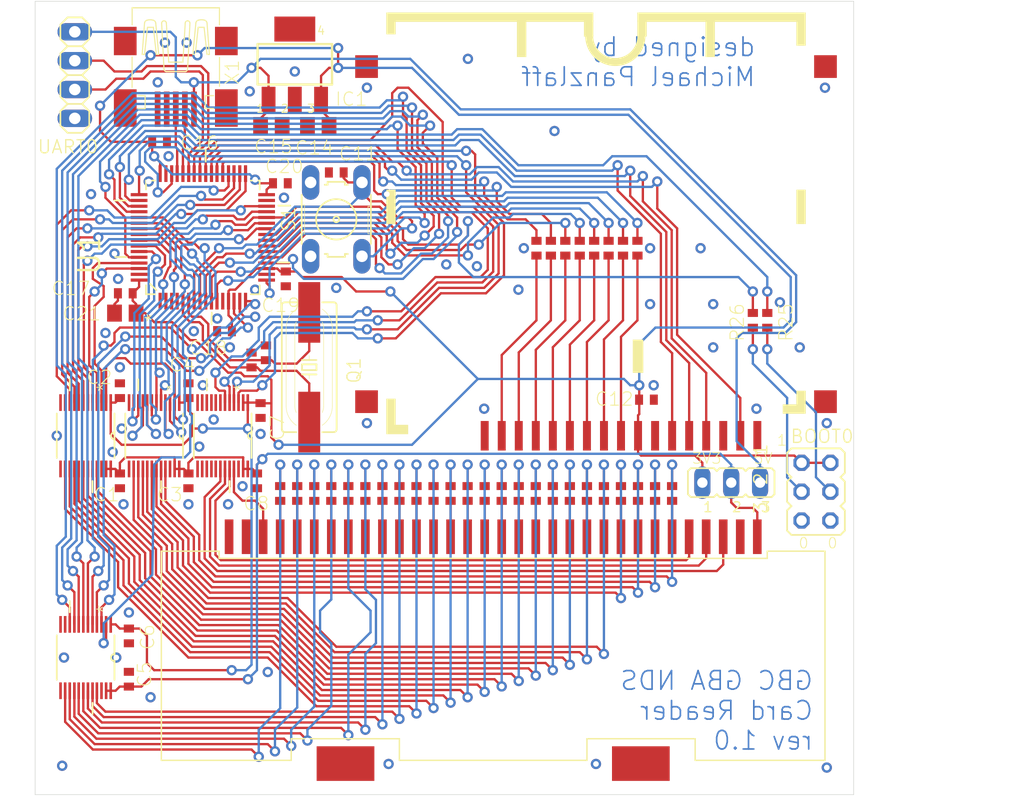
<source format=kicad_pcb>
(kicad_pcb (version 20221018) (generator pcbnew)
  (layers (0 "F.Cu" signal) (31 "B.Cu" signal) (34 "B.Paste" user) (35 "F.Paste" user) (36 "B.SilkS" user "B.Silkscreen") (37 "F.SilkS" user "F.Silkscreen") (38 "B.Mask" user) (39 "F.Mask" user) (44 "Edge.Cuts" user))
  (net 0 "")
  (net 1 "B_A23")
  (net 2 "B_A22")
  (net 3 "B_A21")
  (net 4 "B_A20")
  (net 5 "B_A19")
  (net 6 "B_A18")
  (net 7 "B_A17")
  (net 8 "B_A16")
  (net 9 "A_A16")
  (net 10 "A_A17")
  (net 11 "A_A18")
  (net 12 "A_A19")
  (net 13 "A_A20")
  (net 14 "A_A21")
  (net 15 "A_A22")
  (net 16 "A_A23")
  (net 17 "B_AD8")
  (net 18 "B_AD9")
  (net 19 "B_AD10")
  (net 20 "B_AD11")
  (net 21 "B_AD12")
  (net 22 "B_AD13")
  (net 23 "B_AD14")
  (net 24 "B_AD15")
  (net 25 "B_AD0")
  (net 26 "B_AD1")
  (net 27 "B_AD2")
  (net 28 "B_AD3")
  (net 29 "B_AD4")
  (net 30 "B_AD5")
  (net 31 "B_AD6")
  (net 32 "B_AD7")
  (net 33 "A_AD0")
  (net 34 "A_AD1")
  (net 35 "A_AD2")
  (net 36 "A_AD3")
  (net 37 "A_AD4")
  (net 38 "A_AD5")
  (net 39 "A_AD6")
  (net 40 "A_AD7")
  (net 41 "A_AD8")
  (net 42 "A_AD9")
  (net 43 "A_AD10")
  (net 44 "A_AD11")
  (net 45 "A_AD12")
  (net 46 "A_AD13")
  (net 47 "A_AD14")
  (net 48 "A_AD15")
  (net 49 "N$1")
  (net 50 "N$2")
  (net 51 "N$3")
  (net 52 "N$4")
  (net 53 "N$5")
  (net 54 "N$6")
  (net 55 "N$7")
  (net 56 "N$8")
  (net 57 "N$9")
  (net 58 "N$10")
  (net 59 "N$11")
  (net 60 "N$12")
  (net 61 "N$13")
  (net 62 "N$14")
  (net 63 "N$15")
  (net 64 "N$16")
  (net 65 "N$17")
  (net 66 "N$18")
  (net 67 "N$19")
  (net 68 "N$20")
  (net 69 "N$21")
  (net 70 "N$22")
  (net 71 "N$23")
  (net 72 "N$24")
  (net 73 "GND")
  (net 74 "VDD")
  (net 75 "+3V3")
  (net 76 "+5V")
  (net 77 "B_~{CS2}")
  (net 78 "B_~{CS}")
  (net 79 "B_~{RD}")
  (net 80 "B_~{WR}")
  (net 81 "A_~{CS2}")
  (net 82 "A_~{CS}")
  (net 83 "A_~{RD}")
  (net 84 "A_~{WR}")
  (net 85 "A_DIR")
  (net 86 "AD_DIR")
  (net 87 "BOOT0")
  (net 88 "N$28")
  (net 89 "N$30")
  (net 90 "N$31")
  (net 91 "N$25")
  (net 92 "N$29")
  (net 93 "N$32")
  (net 94 "N$33")
  (net 95 "N$34")
  (net 96 "N$39")
  (net 97 "N$40")
  (net 98 "N$41")
  (net 99 "N$42")
  (net 100 "N$43")
  (net 101 "DS_D0")
  (net 102 "DS_D1")
  (net 103 "DS_D2")
  (net 104 "DS_D3")
  (net 105 "DS_D4")
  (net 106 "DS_D5")
  (net 107 "DS_D6")
  (net 108 "DS_D7")
  (net 109 "DS_CLK")
  (net 110 "DS_~{ROMCS}")
  (net 111 "DS_~{EEPROMCS}")
  (net 112 "UART_TX")
  (net 113 "UART_RX")
  (net 114 "N$45")
  (net 115 "N$47")
  (net 116 "DS_~{RESET}")
  (footprint "reader_board:R0402" (layer "F.Cu") (at 157.8736 91.82235 -90)
    (fp_text reference "R33" hide)
    (fp_text value "300")
  )
  (footprint "reader_board:SOP40P640X120-24N" (layer "F.Cu") (at 128.9811 108.33235 -90)
    (fp_text reference "U5" hide)
    (fp_text value "SN74LVC8T245DGVR")
  )
  (footprint "reader_board:SOP40P640X120-24N" (layer "F.Cu") (at 116.9161 108.33235 -90)
    (fp_text reference "U3" hide)
    (fp_text value "SN74LVC8T245DGVR")
  )
  (footprint "reader_board:C0402" (layer "F.Cu") (at 134.53735 94.5211 -90)
    (fp_text reference "C19")
    (fp_text value "100n")
  )
  (footprint "reader_board:SOP40P640X120-24N" (layer "F.Cu") (at 122.9486 108.33235 -90)
    (fp_text reference "U2" hide)
    (fp_text value "SN74LVC8T245DGVR")
  )
  (footprint "reader_board:1X04" (layer "F.Cu") (at 115.9636 76.58235 90)
    (fp_text reference "UART0")
    (fp_text value "")
  )
  (footprint "reader_board:QFP50P1200X1200X160-64N" (layer "F.Cu") (at 127.23485 90.86985 90)
    (fp_text reference "U1" hide)
    (fp_text value "STM32F103RCT6")
  )
  (footprint "reader_board:C0402" (layer "F.Cu") (at 134.0611 86.10735)
    (fp_text reference "C20")
    (fp_text value "100n")
  )
  (footprint "reader_board:C0402" (layer "F.Cu") (at 123.42485 82.4561)
    (fp_text reference "C16")
    (fp_text value "100n")
  )
  (footprint "reader_board:R0402" (layer "F.Cu") (at 150.5436 113.41235 -90)
    (fp_text reference "R13" hide)
    (fp_text value "300")
  )
  (footprint "reader_board:C0402" (layer "F.Cu") (at 129.13985 99.12485 180)
    (fp_text reference "C18")
    (fp_text value "100n")
  )
  (footprint "reader_board:R0402" (layer "F.Cu") (at 134.0436 113.41235 -90)
    (fp_text reference "R24" hide)
    (fp_text value "300")
  )
  (footprint "reader_board:B3F-10XX" (layer "F.Cu") (at 138.98235 89.28235 90)
    (fp_text reference "S1")
    (fp_text value "")
  )
  (footprint "reader_board:R0402" (layer "F.Cu") (at 159.1436 91.82235 -90)
    (fp_text reference "R32" hide)
    (fp_text value "300")
  )
  (footprint "reader_board:R0402" (layer "F.Cu") (at 144.5436 113.41235 -90)
    (fp_text reference "R17" hide)
    (fp_text value "300")
  )
  (footprint "reader_board:R0402" (layer "F.Cu") (at 146.0436 113.41235 -90)
    (fp_text reference "R16" hide)
    (fp_text value "300")
  )
  (footprint "reader_board:C0402" (layer "F.Cu") (at 120.7261 125.9536 -90)
    (fp_text reference "C6")
    (fp_text value "100n")
  )
  (footprint "reader_board:C0805" (layer "F.Cu") (at 120.4086 97.53735 180)
    (fp_text reference "C21")
    (fp_text value "4.7u")
  )
  (footprint "reader_board:R0402" (layer "F.Cu") (at 165.5436 113.41235 -90)
    (fp_text reference "R3" hide)
    (fp_text value "300")
  )
  (footprint "reader_board:R0402" (layer "F.Cu") (at 176.9236 98.17235 -90)
    (fp_text reference "R25")
    (fp_text value "10k")
  )
  (footprint "reader_board:R0402" (layer "F.Cu") (at 141.5436 113.41235 -90)
    (fp_text reference "R19" hide)
    (fp_text value "300")
  )
  (footprint "reader_board:R0402" (layer "F.Cu") (at 167.0436 113.41235 -90)
    (fp_text reference "R2" hide)
    (fp_text value "300")
  )
  (footprint "reader_board:R0402" (layer "F.Cu") (at 168.5436 113.41235 -90)
    (fp_text reference "R1" hide)
    (fp_text value "300")
  )
  (footprint "reader_board:R0402" (layer "F.Cu") (at 143.0436 113.41235 -90)
    (fp_text reference "R18" hide)
    (fp_text value "300")
  )
  (footprint "reader_board:R0402" (layer "F.Cu") (at 140.0436 113.41235 -90)
    (fp_text reference "R20" hide)
    (fp_text value "300")
  )
  (footprint "reader_board:R0402" (layer "F.Cu") (at 155.0436 113.41235 -90)
    (fp_text reference "R10" hide)
    (fp_text value "300")
  )
  (footprint "reader_board:SOP40P640X120-24N" (layer "F.Cu") (at 116.9161 127.8586 -90)
    (fp_text reference "U4" hide)
    (fp_text value "SN74LVC8T245DGVR")
  )
  (footprint "reader_board:C0402" (layer "F.Cu") (at 119.93235 112.3011 -90)
    (fp_text reference "C1")
    (fp_text value "100n")
  )
  (footprint "reader_board:JP2" (layer "F.Cu") (at 173.7486 112.45985)
    (fp_text reference "JP2" hide)
    (fp_text value "")
  )
  (footprint "reader_board:C0402" (layer "F.Cu") (at 131.99735 112.3011 -90)
    (fp_text reference "C8")
    (fp_text value "100n")
  )
  (footprint "reader_board:R0402" (layer "F.Cu") (at 161.0486 113.41235 -90)
    (fp_text reference "R6" hide)
    (fp_text value "300")
  )
  (footprint "reader_board:C0402" (layer "F.Cu") (at 138.98235 85.15485)
    (fp_text reference "C11")
    (fp_text value "100n")
  )
  (footprint "reader_board:R0402" (layer "F.Cu") (at 162.9536 91.82235 -90)
    (fp_text reference "R29" hide)
    (fp_text value "300")
  )
  (footprint "reader_board:R0402" (layer "F.Cu") (at 164.0436 113.41235 -90)
    (fp_text reference "R4" hide)
    (fp_text value "300")
  )
  (footprint "reader_board:R0402" (layer "F.Cu") (at 158.0436 113.41235 -90)
    (fp_text reference "R8" hide)
    (fp_text value "300")
  )
  (footprint "reader_board:R0402" (layer "F.Cu") (at 135.5436 113.41235 -90)
    (fp_text reference "R23" hide)
    (fp_text value "300")
  )
  (footprint "reader_board:R0402" (layer "F.Cu") (at 165.4936 91.82235 -90)
    (fp_text reference "R27" hide)
    (fp_text value "300")
  )
  (footprint "reader_board:C0402" (layer "F.Cu") (at 125.96485 104.3636 90)
    (fp_text reference "C4")
    (fp_text value "100n")
  )
  (footprint "reader_board:R0402" (layer "F.Cu") (at 161.6836 91.82235 -90)
    (fp_text reference "R30" hide)
    (fp_text value "300")
  )
  (footprint "reader_board:C0402" (layer "F.Cu") (at 132.7911 101.02985 -90)
    (fp_text reference "C9" hide)
    (fp_text value "18p")
  )
  (footprint "reader_board:GBA_SOCKET" (layer "F.Cu") (at 152.7936 117.22235)
    (fp_text reference "U$1" hide)
    (fp_text value "GBA_SOCKET" hide)
  )
  (footprint "reader_board:C0805" (layer "F.Cu") (at 133.26735 81.02735)
    (fp_text reference "C15")
    (fp_text value "1u")
  )
  (footprint "reader_board:SOT223" (layer "F.Cu") (at 135.3311 75.62985)
    (fp_text reference "IC1")
    (fp_text value "MCP1703DB")
  )
  (footprint "reader_board:R0402" (layer "F.Cu") (at 147.5436 113.41235 -90)
    (fp_text reference "R15" hide)
    (fp_text value "300")
  )
  (footprint "reader_board:R0402" (layer "F.Cu") (at 162.5436 113.41235 -90)
    (fp_text reference "R5" hide)
    (fp_text value "300")
  )
  (footprint "reader_board:R0402" (layer "F.Cu") (at 137.0436 113.41235 -90)
    (fp_text reference "R22" hide)
    (fp_text value "300")
  )
  (footprint "reader_board:C0402" (layer "F.Cu") (at 125.96485 112.3011 -90)
    (fp_text reference "C3")
    (fp_text value "100n")
  )
  (footprint "reader_board:C0402" (layer "F.Cu") (at 132.31485 106.10985 -90)
    (fp_text reference "C7")
    (fp_text value "100n")
  )
  (footprint "reader_board:R0402" (layer "F.Cu") (at 156.6036 91.82235 -90)
    (fp_text reference "R34" hide)
    (fp_text value "300")
  )
  (footprint "reader_board:R0402" (layer "F.Cu") (at 160.4136 91.82235 -90)
    (fp_text reference "R31" hide)
    (fp_text value "300")
  )
  (footprint "reader_board:R0402" (layer "F.Cu") (at 149.0436 113.41235 -90)
    (fp_text reference "R14" hide)
    (fp_text value "300")
  )
  (footprint "reader_board:R0402" (layer "F.Cu") (at 159.5436 113.41235 -90)
    (fp_text reference "R7" hide)
    (fp_text value "300")
  )
  (footprint "reader_board:NDSL_SOCKET" (layer "F.Cu") (at 151.04735 108.33235 180)
    (fp_text reference "U$2" hide)
    (fp_text value "NDSL_SOCKET" hide)
  )
  (footprint "reader_board:C0402" (layer "F.Cu") (at 120.4086 95.7911 180)
    (fp_text reference "C17")
    (fp_text value "100n")
  )
  (footprint "reader_board:C0402" (layer "F.Cu") (at 120.7261 129.7636 90)
    (fp_text reference "C5")
    (fp_text value "100n")
  )
  (footprint "reader_board:R0402" (layer "F.Cu") (at 153.5436 113.41235 -90)
    (fp_text reference "R11" hide)
    (fp_text value "300")
  )
  (footprint "reader_board:R0402" (layer "F.Cu") (at 175.6536 98.17235 -90)
    (fp_text reference "R26")
    (fp_text value "10k")
  )
  (footprint "reader_board:R0402" (layer "F.Cu") (at 164.2236 91.82235 -90)
    (fp_text reference "R28" hide)
    (fp_text value "300")
  )
  (footprint "reader_board:HC49UP" (layer "F.Cu") (at 136.6011 102.29985 -90)
    (fp_text reference "Q1")
    (fp_text value "12 MHz")
  )
  (footprint "reader_board:R0402" (layer "F.Cu") (at 152.0436 113.41235 -90)
    (fp_text reference "R12" hide)
    (fp_text value "300")
  )
  (footprint "reader_board:C0402" (layer "F.Cu") (at 119.93235 104.3636 90)
    (fp_text reference "C2")
    (fp_text value "100n")
  )
  (footprint "reader_board:C0402" (layer "F.Cu") (at 166.28735 105.15735)
    (fp_text reference "C12")
    (fp_text value "100n")
  )
  (footprint "reader_board:C0805" (layer "F.Cu") (at 137.39485 81.02735 180)
    (fp_text reference "C14")
    (fp_text value "1u")
  )
  (footprint "reader_board:JP3Q" (layer "F.Cu") (at 181.20985 113.2536 -90)
    (fp_text reference "BOOT0")
    (fp_text value "")
  )
  (footprint "reader_board:R0402" (layer "F.Cu") (at 138.5436 113.41235 -90)
    (fp_text reference "R21" hide)
    (fp_text value "300")
  )
  (footprint "reader_board:32005-400" (layer "F.Cu") (at 124.8536 76.58235 -90)
    (fp_text reference "X1")
    (fp_text value "MINI-USB_SHIELD5P4-32005-400")
  )
  (footprint "reader_board:R0402" (layer "F.Cu") (at 156.5436 113.41235 -90)
    (fp_text reference "R9" hide)
    (fp_text value "300")
  )
  (footprint "reader_board:C0402" (layer "F.Cu") (at 131.5211 101.66485 -90)
    (fp_text reference "C10" hide)
    (fp_text value "18p")
  )
  (gr_line (start 112.4711 139.9236) (end 184.5311 139.9236) (stroke (width 0.05)) (layer "Edge.Cuts"))
  (gr_line (start 184.5311 139.9236) (end 184.5311 70.0836) (stroke (width 0.05)) (layer "Edge.Cuts"))
  (gr_line (start 184.5311 70.0836) (end 112.4711 70.0836) (stroke (width 0.05)) (layer "Edge.Cuts"))
  (gr_line (start 112.4711 70.0836) (end 112.4711 139.9236) (stroke (width 0.05)) (layer "Edge.Cuts"))
  (gr_text "designed by\nMichael Panzlaff" (at 175.9711 77.6936) (layer "B.Cu") (effects (font (size 1.63576 1.63576) (thickness 0.14224)) (justify left bottom mirror)))
  (gr_text "GBC GBA NDS\nCard Reader\nrev 1.0" (at 181.0511 136.1136) (layer "B.Cu") (effects (font (size 1.63576 1.63576) (thickness 0.14224)) (justify left bottom mirror)))
  (gr_text "1" (at 177.71735 109.28485) (layer "F.SilkS") (effects (font (size 0.93472 0.93472) (thickness 0.08128)) (justify left bottom)))
  (gr_text "3V3" (at 170.2561 110.87235) (layer "F.SilkS") (effects (font (size 0.93472 0.93472) (thickness 0.08128)) (justify left bottom)))
  (gr_text "0" (at 182.16235 118.3336) (layer "F.SilkS") (effects (font (size 0.93472 0.93472) (thickness 0.08128)) (justify left bottom)))
  (gr_text "0" (at 179.62235 118.3336) (layer "F.SilkS") (effects (font (size 0.93472 0.93472) (thickness 0.08128)) (justify left bottom)))
  (gr_text "5V" (at 175.6536 110.87235) (layer "F.SilkS") (effects (font (size 0.93472 0.93472) (thickness 0.08128)) (justify left bottom)))
  (segment (start 131.5211 135.95485) (end 132.1561 136.58985) (width 0.2032) (layer "F.Cu") (net 1))
  (segment (start 131.5211 135.95485) (end 117.5511 135.95485) (width 0.2032) (layer "F.Cu") (net 1))
  (segment (start 134.0436 112.76235) (end 134.0436 110.87235) (width 0.2032) (layer "F.Cu") (net 1))
  (segment (start 115.1127 130.7796) (end 115.1127 133.51645) (width 0.2032) (layer "F.Cu") (net 1))
  (segment (start 115.1127 133.51645) (end 117.5511 135.95485) (width 0.2032) (layer "F.Cu") (net 1))
  (via (at 134.0436 110.87235) (size 0.9064) (drill 0.5) (layers "F.Cu" "B.Cu") (net 1))
  (via (at 132.1561 136.58985) (size 0.9064) (drill 0.5) (layers "F.Cu" "B.Cu") (net 1))
  (segment (start 132.1561 136.58985) (end 132.1561 134.2086) (width 0.2032) (layer "B.Cu") (net 1))
  (segment (start 134.0436 110.87235) (end 134.0436 132.3211) (width 0.2032) (layer "B.Cu") (net 1))
  (segment (start 134.0436 132.3211) (end 132.1561 134.2086) (width 0.2032) (layer "B.Cu") (net 1))
  (segment (start 115.5191 133.28785) (end 117.70985 135.4786) (width 0.2032) (layer "F.Cu") (net 2))
  (segment (start 135.5436 112.76235) (end 135.5436 110.87235) (width 0.2032) (layer "F.Cu") (net 2))
  (segment (start 132.94985 135.4786) (end 117.70985 135.4786) (width 0.2032) (layer "F.Cu") (net 2))
  (segment (start 132.94985 135.4786) (end 133.58485 136.1136) (width 0.2032) (layer "F.Cu") (net 2))
  (segment (start 115.5191 130.7796) (end 115.5191 133.28785) (width 0.2032) (layer "F.Cu") (net 2))
  (via (at 135.5436 110.87235) (size 0.9064) (drill 0.5) (layers "F.Cu" "B.Cu") (net 2))
  (via (at 133.58485 136.1136) (size 0.9064) (drill 0.5) (layers "F.Cu" "B.Cu") (net 2))
  (segment (start 135.5436 110.87235) (end 135.5436 132.24985) (width 0.2032) (layer "B.Cu") (net 2))
  (segment (start 133.58485 136.1136) (end 133.58485 134.2086) (width 0.2032) (layer "B.Cu") (net 2))
  (segment (start 135.5436 132.24985) (end 133.58485 134.2086) (width 0.2032) (layer "B.Cu") (net 2))
  (segment (start 134.3786 135.00235) (end 117.8686 135.00235) (width 0.2032) (layer "F.Cu") (net 3))
  (segment (start 137.0436 112.76235) (end 137.0436 110.87235) (width 0.2032) (layer "F.Cu") (net 3))
  (segment (start 134.3786 135.00235) (end 135.0136 135.63735) (width 0.2032) (layer "F.Cu") (net 3))
  (segment (start 115.9255 130.7796) (end 115.9255 133.05925) (width 0.2032) (layer "F.Cu") (net 3))
  (segment (start 115.9255 133.05925) (end 117.8686 135.00235) (width 0.2032) (layer "F.Cu") (net 3))
  (via (at 135.0136 135.63735) (size 0.9064) (drill 0.5) (layers "F.Cu" "B.Cu") (net 3))
  (via (at 137.0436 110.87235) (size 0.9064) (drill 0.5) (layers "F.Cu" "B.Cu") (net 3))
  (segment (start 137.0436 132.1786) (end 135.0136 134.2086) (width 0.2032) (layer "B.Cu") (net 3))
  (segment (start 137.0436 110.87235) (end 137.0436 132.1786) (width 0.2032) (layer "B.Cu") (net 3))
  (segment (start 135.0136 134.2086) (end 135.0136 135.63735) (width 0.2032) (layer "B.Cu") (net 3))
  (segment (start 135.80735 134.5261) (end 136.44235 135.1611) (width 0.2032) (layer "F.Cu") (net 4))
  (segment (start 138.5436 112.76235) (end 138.5436 110.87235) (width 0.2032) (layer "F.Cu") (net 4))
  (segment (start 116.3065 132.80525) (end 118.02735 134.5261) (width 0.2032) (layer "F.Cu") (net 4))
  (segment (start 118.02735 134.5261) (end 135.80735 134.5261) (width 0.2032) (layer "F.Cu") (net 4))
  (segment (start 116.3065 130.7796) (end 116.3065 132.80525) (width 0.2032) (layer "F.Cu") (net 4))
  (via (at 138.5436 110.87235) (size 0.9064) (drill 0.5) (layers "F.Cu" "B.Cu") (net 4))
  (via (at 136.44235 135.1611) (size 0.9064) (drill 0.5) (layers "F.Cu" "B.Cu") (net 4))
  (segment (start 137.5536 123.7311) (end 137.5536 125.6361) (width 0.2032) (layer "B.Cu") (net 4))
  (segment (start 136.44235 134.2086) (end 138.5436 132.10735) (width 0.2032) (layer "B.Cu") (net 4))
  (segment (start 136.44235 135.1611) (end 136.44235 134.2086) (width 0.2032) (layer "B.Cu") (net 4))
  (segment (start 138.5436 110.87235) (end 138.5436 122.7411) (width 0.2032) (layer "B.Cu") (net 4))
  (segment (start 137.5536 125.6361) (end 138.5436 126.6261) (width 0.2032) (layer "B.Cu") (net 4))
  (segment (start 138.5436 122.7411) (end 137.5536 123.7311) (width 0.2032) (layer "B.Cu") (net 4))
  (segment (start 138.5436 126.6261) (end 138.5436 132.10735) (width 0.2032) (layer "B.Cu") (net 4))
  (segment (start 140.0436 112.76235) (end 140.0436 110.87235) (width 0.2032) (layer "F.Cu") (net 5))
  (segment (start 116.7129 130.7796) (end 116.7129 132.57665) (width 0.2032) (layer "F.Cu") (net 5))
  (segment (start 116.7129 132.57665) (end 118.1861 134.04985) (width 0.2032) (layer "F.Cu") (net 5))
  (segment (start 139.4086 134.04985) (end 118.1861 134.04985) (width 0.2032) (layer "F.Cu") (net 5))
  (segment (start 140.0436 134.68485) (end 139.4086 134.04985) (width 0.2032) (layer "F.Cu") (net 5))
  (via (at 140.0436 110.87235) (size 0.9064) (drill 0.5) (layers "F.Cu" "B.Cu") (net 5))
  (via (at 140.0436 134.68485) (size 0.9064) (drill 0.5) (layers "F.Cu" "B.Cu") (net 5))
  (segment (start 141.9986 123.7311) (end 141.9986 125.6361) (width 0.2032) (layer "B.Cu") (net 5))
  (segment (start 141.9986 125.6361) (end 140.0436 127.5911) (width 0.2032) (layer "B.Cu") (net 5))
  (segment (start 140.0436 127.5911) (end 140.0436 134.68485) (width 0.2032) (layer "B.Cu") (net 5))
  (segment (start 140.0436 121.7761) (end 141.9986 123.7311) (width 0.2032) (layer "B.Cu") (net 5))
  (segment (start 140.0436 110.87235) (end 140.0436 121.7761) (width 0.2032) (layer "B.Cu") (net 5))
  (segment (start 117.1193 130.7796) (end 117.1193 132.34805) (width 0.2032) (layer "F.Cu") (net 6))
  (segment (start 141.5436 112.76235) (end 141.5436 110.87235) (width 0.2032) (layer "F.Cu") (net 6))
  (segment (start 140.9086 133.5736) (end 118.34485 133.5736) (width 0.2032) (layer "F.Cu") (net 6))
  (segment (start 141.5436 134.2086) (end 140.9086 133.5736) (width 0.2032) (layer "F.Cu") (net 6))
  (segment (start 117.1193 132.34805) (end 118.34485 133.5736) (width 0.2032) (layer "F.Cu") (net 6))
  (via (at 141.5436 134.2086) (size 0.9064) (drill 0.5) (layers "F.Cu" "B.Cu") (net 6))
  (via (at 141.5436 110.87235) (size 0.9064) (drill 0.5) (layers "F.Cu" "B.Cu") (net 6))
  (segment (start 141.5436 121.84735) (end 142.47485 122.7786) (width 0.2032) (layer "B.Cu") (net 6))
  (segment (start 141.5436 127.51985) (end 141.5436 134.2086) (width 0.2032) (layer "B.Cu") (net 6))
  (segment (start 142.47485 122.7786) (end 142.47485 126.5886) (width 0.2032) (layer "B.Cu") (net 6))
  (segment (start 142.47485 126.5886) (end 141.5436 127.51985) (width 0.2032) (layer "B.Cu") (net 6))
  (segment (start 141.5436 110.87235) (end 141.5436 121.84735) (width 0.2032) (layer "B.Cu") (net 6))
  (segment (start 143.0436 112.76235) (end 143.0436 110.87235) (width 0.2032) (layer "F.Cu") (net 7))
  (segment (start 142.4086 133.09735) (end 118.5036 133.09735) (width 0.2032) (layer "F.Cu") (net 7))
  (segment (start 117.5257 130.7796) (end 117.5257 132.11945) (width 0.2032) (layer "F.Cu") (net 7))
  (segment (start 143.0436 133.73235) (end 142.4086 133.09735) (width 0.2032) (layer "F.Cu") (net 7))
  (segment (start 117.5257 132.11945) (end 118.5036 133.09735) (width 0.2032) (layer "F.Cu") (net 7))
  (via (at 143.0436 110.87235) (size 0.9064) (drill 0.5) (layers "F.Cu" "B.Cu") (net 7))
  (via (at 143.0436 133.73235) (size 0.9064) (drill 0.5) (layers "F.Cu" "B.Cu") (net 7))
  (segment (start 143.0436 110.87235) (end 143.0436 133.73235) (width 0.2032) (layer "B.Cu") (net 7))
  (segment (start 144.5436 133.2561) (end 143.9086 132.6211) (width 0.2032) (layer "F.Cu") (net 8))
  (segment (start 117.9067 131.86545) (end 118.66235 132.6211) (width 0.2032) (layer "F.Cu") (net 8))
  (segment (start 117.9067 130.7796) (end 117.9067 131.86545) (width 0.2032) (layer "F.Cu") (net 8))
  (segment (start 143.9086 132.6211) (end 118.66235 132.6211) (width 0.2032) (layer "F.Cu") (net 8))
  (segment (start 144.5436 112.76235) (end 144.5436 110.87235) (width 0.2032) (layer "F.Cu") (net 8))
  (via (at 144.5436 110.87235) (size 0.9064) (drill 0.5) (layers "F.Cu" "B.Cu") (net 8))
  (via (at 144.5436 133.2561) (size 0.9064) (drill 0.5) (layers "F.Cu" "B.Cu") (net 8))
  (segment (start 144.5436 110.87235) (end 144.5436 133.2561) (width 0.2032) (layer "B.Cu") (net 8))
  (segment (start 118.3131 124.9376) (end 118.3131 123.44535) (width 0.2032) (layer "F.Cu") (net 9))
  (segment (start 118.3131 123.44535) (end 118.97985 122.7786) (width 0.2032) (layer "F.Cu") (net 9))
  (segment (start 129.97805 97.5818) (end 131.2036 98.80735) (width 0.2032) (layer "F.Cu") (net 9))
  (segment (start 125.8061 102.61735) (end 126.91735 102.61735) (width 0.2032) (layer "F.Cu") (net 9))
  (segment (start 120.4086 100.71235) (end 123.9011 100.71235) (width 0.2032) (layer "F.Cu") (net 9))
  (segment (start 123.9011 100.71235) (end 125.8061 102.61735) (width 0.2032) (layer "F.Cu") (net 9))
  (segment (start 129.97805 96.48325) (end 129.97805 97.5818) (width 0.2032) (layer "F.Cu") (net 9))
  (via (at 131.2036 98.80735) (size 0.9064) (drill 0.5) (layers "F.Cu" "B.Cu") (net 9))
  (via (at 126.91735 102.61735) (size 0.9064) (drill 0.5) (layers "F.Cu" "B.Cu") (net 9))
  (via (at 120.4086 100.71235) (size 0.9064) (drill 0.5) (layers "F.Cu" "B.Cu") (net 9))
  (via (at 118.97985 122.7786) (size 0.9064) (drill 0.5) (layers "F.Cu" "B.Cu") (net 9))
  (segment (start 128.3461 100.39485) (end 128.9811 99.75985) (width 0.2032) (layer "B.Cu") (net 9))
  (segment (start 119.4561 122.30235) (end 119.4561 118.0161) (width 0.2032) (layer "B.Cu") (net 9))
  (segment (start 131.2036 98.80735) (end 130.5686 98.80735) (width 0.2032) (layer "B.Cu") (net 9))
  (segment (start 119.4561 118.0161) (end 118.5036 117.0636) (width 0.2032) (layer "B.Cu") (net 9))
  (segment (start 118.97985 122.7786) (end 119.4561 122.30235) (width 0.2032) (layer "B.Cu") (net 9))
  (segment (start 127.0761 102.61735) (end 128.3461 101.34735) (width 0.2032) (layer "B.Cu") (net 9))
  (segment (start 126.91735 102.61735) (end 127.0761 102.61735) (width 0.2032) (layer "B.Cu") (net 9))
  (segment (start 118.5036 102.4586) (end 120.24985 100.71235) (width 0.2032) (layer "B.Cu") (net 9))
  (segment (start 120.24985 100.71235) (end 120.4086 100.71235) (width 0.2032) (layer "B.Cu") (net 9))
  (segment (start 129.6161 99.75985) (end 130.5686 98.80735) (width 0.2032) (layer "B.Cu") (net 9))
  (segment (start 118.5036 117.0636) (end 118.5036 102.4586) (width 0.2032) (layer "B.Cu") (net 9))
  (segment (start 128.3461 101.34735) (end 128.3461 100.39485) (width 0.2032) (layer "B.Cu") (net 9))
  (segment (start 128.9811 99.75985) (end 129.6161 99.75985) (width 0.2032) (layer "B.Cu") (net 9))
  (segment (start 123.5836 99.6011) (end 125.4886 101.5061) (width 0.2032) (layer "F.Cu") (net 10))
  (segment (start 120.4086 99.6011) (end 123.5836 99.6011) (width 0.2032) (layer "F.Cu") (net 10))
  (segment (start 117.9067 124.9376) (end 117.9067 122.1055) (width 0.2032) (layer "F.Cu") (net 10))
  (segment (start 130.8861 97.85485) (end 131.8386 97.85485) (width 0.2032) (layer "F.Cu") (net 10))
  (segment (start 117.9067 122.1055) (end 118.5036 121.5086) (width 0.2032) (layer "F.Cu") (net 10))
  (segment (start 125.4886 101.5061) (end 127.0761 101.5061) (width 0.2032) (layer "F.Cu") (net 10))
  (segment (start 130.48605 97.4548) (end 130.8861 97.85485) (width 0.2032) (layer "F.Cu") (net 10))
  (segment (start 130.48605 96.48325) (end 130.48605 97.4548) (width 0.2032) (layer "F.Cu") (net 10))
  (via (at 118.5036 121.5086) (size 0.9064) (drill 0.5) (layers "F.Cu" "B.Cu") (net 10))
  (via (at 120.4086 99.6011) (size 0.9064) (drill 0.5) (layers "F.Cu" "B.Cu") (net 10))
  (via (at 127.0761 101.5061) (size 0.9064) (drill 0.5) (layers "F.Cu" "B.Cu") (net 10))
  (via (at 131.8386 97.85485) (size 0.9064) (drill 0.5) (layers "F.Cu" "B.Cu") (net 10))
  (segment (start 118.97985 118.17485) (end 118.02735 117.22235) (width 0.2032) (layer "B.Cu") (net 10))
  (segment (start 131.8386 97.85485) (end 130.8861 97.85485) (width 0.2032) (layer "B.Cu") (net 10))
  (segment (start 118.02735 117.22235) (end 118.02735 101.98235) (width 0.2032) (layer "B.Cu") (net 10))
  (segment (start 118.5036 121.5086) (end 118.97985 121.03235) (width 0.2032) (layer "B.Cu") (net 10))
  (segment (start 127.86985 101.1886) (end 127.86985 100.2361) (width 0.2032) (layer "B.Cu") (net 10))
  (segment (start 128.82235 99.2836) (end 129.45735 99.2836) (width 0.2032) (layer "B.Cu") (net 10))
  (segment (start 118.02735 101.98235) (end 120.4086 99.6011) (width 0.2032) (layer "B.Cu") (net 10))
  (segment (start 127.55235 101.5061) (end 127.86985 101.1886) (width 0.2032) (layer "B.Cu") (net 10))
  (segment (start 127.0761 101.5061) (end 127.55235 101.5061) (width 0.2032) (layer "B.Cu") (net 10))
  (segment (start 129.45735 99.2836) (end 130.8861 97.85485) (width 0.2032) (layer "B.Cu") (net 10))
  (segment (start 118.97985 121.03235) (end 118.97985 118.17485) (width 0.2032) (layer "B.Cu") (net 10))
  (segment (start 127.86985 100.2361) (end 128.82235 99.2836) (width 0.2032) (layer "B.Cu") (net 10))
  (segment (start 119.93235 98.80735) (end 124.37735 98.80735) (width 0.2032) (layer "F.Cu") (net 11))
  (segment (start 119.4561 100.07735) (end 119.4561 99.2836) (width 0.2032) (layer "F.Cu") (net 11))
  (segment (start 130.99405 96.48325) (end 131.57825 96.48325) (width 0.2032) (layer "F.Cu") (net 11))
  (segment (start 119.4561 99.2836) (end 119.93235 98.80735) (width 0.2032) (layer "F.Cu") (net 11))
  (segment (start 119.1386 100.39485) (end 119.4561 100.07735) (width 0.2032) (layer "F.Cu") (net 11))
  (segment (start 117.5257 120.74025) (end 118.02735 120.2386) (width 0.2032) (layer "F.Cu") (net 11))
  (segment (start 117.5257 124.9376) (end 117.5257 120.74025) (width 0.2032) (layer "F.Cu") (net 11))
  (segment (start 131.57825 96.48325) (end 131.8386 96.7436) (width 0.2032) (layer "F.Cu") (net 11))
  (segment (start 124.37735 98.80735) (end 126.28235 100.71235) (width 0.2032) (layer "F.Cu") (net 11))
  (segment (start 118.5036 100.39485) (end 119.1386 100.39485) (width 0.2032) (layer "F.Cu") (net 11))
  (via (at 131.8386 96.7436) (size 0.9064) (drill 0.5) (layers "F.Cu" "B.Cu") (net 11))
  (via (at 126.28235 100.71235) (size 0.9064) (drill 0.5) (layers "F.Cu" "B.Cu") (net 11))
  (via (at 118.5036 100.39485) (size 0.9064) (drill 0.5) (layers "F.Cu" "B.Cu") (net 11))
  (via (at 118.02735 120.2386) (size 0.9064) (drill 0.5) (layers "F.Cu" "B.Cu") (net 11))
  (segment (start 131.8386 96.7436) (end 131.36235 96.7436) (width 0.2032) (layer "B.Cu") (net 11))
  (segment (start 128.6636 98.80735) (end 129.2986 98.80735) (width 0.2032) (layer "B.Cu") (net 11))
  (segment (start 131.36235 96.7436) (end 129.2986 98.80735) (width 0.2032) (layer "B.Cu") (net 11))
  (segment (start 126.28235 100.71235) (end 126.7586 100.71235) (width 0.2032) (layer "B.Cu") (net 11))
  (segment (start 117.5511 101.66485) (end 118.5036 100.71235) (width 0.2032) (layer "B.Cu") (net 11))
  (segment (start 118.5036 119.76235) (end 118.5036 118.3336) (width 0.2032) (layer "B.Cu") (net 11))
  (segment (start 118.5036 100.71235) (end 118.5036 100.39485) (width 0.2032) (layer "B.Cu") (net 11))
  (segment (start 126.7586 100.71235) (end 128.6636 98.80735) (width 0.2032) (layer "B.Cu") (net 11))
  (segment (start 117.5511 117.3811) (end 117.5511 101.66485) (width 0.2032) (layer "B.Cu") (net 11))
  (segment (start 118.02735 120.2386) (end 118.5036 119.76235) (width 0.2032) (layer "B.Cu") (net 11))
  (segment (start 118.5036 118.3336) (end 117.5511 117.3811) (width 0.2032) (layer "B.Cu") (net 11))
  (segment (start 144.37985 83.0911) (end 144.37985 81.02735) (width 0.2032) (layer "F.Cu") (net 12))
  (segment (start 145.96735 84.6786) (end 144.37985 83.0911) (width 0.2032) (layer "F.Cu") (net 12))
  (segment (start 117.1193 119.55915) (end 117.70985 118.9686) (width 0.2032) (layer "F.Cu") (net 12))
  (segment (start 146.7611 89.59985) (end 146.7611 88.8061) (width 0.2032) (layer "F.Cu") (net 12))
  (segment (start 117.1193 124.9376) (end 117.1193 119.55915) (width 0.2032) (layer "F.Cu") (net 12))
  (segment (start 132.84825 94.89575) (end 133.1086 95.1561) (width 0.2032) (layer "F.Cu") (net 12))
  (segment (start 132.84825 94.62905) (end 132.84825 94.89575) (width 0.2032) (layer "F.Cu") (net 12))
  (segment (start 146.7611 88.8061) (end 145.96735 88.01235) (width 0.2032) (layer "F.Cu") (net 12))
  (segment (start 145.96735 88.01235) (end 145.96735 84.6786) (width 0.2032) (layer "F.Cu") (net 12))
  (segment (start 133.1086 95.1561) (end 133.1086 95.7911) (width 0.2032) (layer "F.Cu") (net 12))
  (via (at 133.1086 95.7911) (size 0.9064) (drill 0.5) (layers "F.Cu" "B.Cu") (net 12))
  (via (at 117.70985 118.9686) (size 0.9064) (drill 0.5) (layers "F.Cu" "B.Cu") (net 12))
  (via (at 146.7611 89.59985) (size 0.9064) (drill 0.5) (layers "F.Cu" "B.Cu") (net 12))
  (via (at 144.37985 81.02735) (size 0.9064) (drill 0.5) (layers "F.Cu" "B.Cu") (net 12))
  (segment (start 116.2811 85.47235) (end 121.6786 80.07485) (width 0.2032) (layer "B.Cu") (net 12))
  (segment (start 133.1086 93.5686) (end 136.12485 90.55235) (width 0.2032) (layer "B.Cu") (net 12))
  (segment (start 116.2811 101.5061) (end 116.2811 85.47235) (width 0.2032) (layer "B.Cu") (net 12))
  (segment (start 143.74485 81.02735) (end 143.42735 81.34485) (width 0.2032) (layer "B.Cu") (net 12))
  (segment (start 127.0761 81.34485) (end 143.42735 81.34485) (width 0.2032) (layer "B.Cu") (net 12))
  (segment (start 133.1086 95.7911) (end 133.1086 93.5686) (width 0.2032) (layer "B.Cu") (net 12))
  (segment (start 146.28485 89.1236) (end 146.7611 89.59985) (width 0.2032) (layer "B.Cu") (net 12))
  (segment (start 117.70985 118.17485) (end 117.07485 117.53985) (width 0.2032) (layer "B.Cu") (net 12))
  (segment (start 136.12485 90.55235) (end 143.5861 90.55235) (width 0.2032) (layer "B.Cu") (net 12))
  (segment (start 117.07485 117.53985) (end 117.07485 102.29985) (width 0.2032) (layer "B.Cu") (net 12))
  (segment (start 145.01485 89.1236) (end 146.28485 89.1236) (width 0.2032) (layer "B.Cu") (net 12))
  (segment (start 117.70985 118.9686) (end 117.70985 118.17485) (width 0.2032) (layer "B.Cu") (net 12))
  (segment (start 125.8061 80.07485) (end 127.0761 81.34485) (width 0.2032) (layer "B.Cu") (net 12))
  (segment (start 121.6786 80.07485) (end 125.8061 80.07485) (width 0.2032) (layer "B.Cu") (net 12))
  (segment (start 117.07485 102.29985) (end 116.2811 101.5061) (width 0.2032) (layer "B.Cu") (net 12))
  (segment (start 144.37985 81.02735) (end 143.74485 81.02735) (width 0.2032) (layer "B.Cu") (net 12))
  (segment (start 143.5861 90.55235) (end 145.01485 89.1236) (width 0.2032) (layer "B.Cu") (net 12))
  (segment (start 147.87235 87.37735) (end 147.87235 83.88485) (width 0.2032) (layer "F.Cu") (net 13))
  (segment (start 149.6186 89.1236) (end 147.87235 87.37735) (width 0.2032) (layer "F.Cu") (net 13))
  (segment (start 146.60235 82.61485) (end 146.60235 81.66235) (width 0.2032) (layer "F.Cu") (net 13))
  (segment (start 116.7129 119.55915) (end 116.12235 118.9686) (width 0.2032) (layer "F.Cu") (net 13))
  (segment (start 134.81675 93.13045) (end 135.17235 92.77485) (width 0.2032) (layer "F.Cu") (net 13))
  (segment (start 132.84825 93.13045) (end 134.81675 93.13045) (width 0.2032) (layer "F.Cu") (net 13))
  (segment (start 116.7129 124.9376) (end 116.7129 119.55915) (width 0.2032) (layer "F.Cu") (net 13))
  (segment (start 146.60235 81.66235) (end 147.23735 81.02735) (width 0.2032) (layer "F.Cu") (net 13))
  (segment (start 147.87235 83.88485) (end 146.60235 82.61485) (width 0.2032) (layer "F.Cu") (net 13))
  (segment (start 149.6186 90.3936) (end 149.6186 89.1236) (width 0.2032) (layer "F.Cu") (net 13))
  (via (at 147.23735 81.02735) (size 0.9064) (drill 0.5) (layers "F.Cu" "B.Cu") (net 13))
  (via (at 116.12235 118.9686) (size 0.9064) (drill 0.5) (layers "F.Cu" "B.Cu") (net 13))
  (via (at 135.17235 92.77485) (size 0.9064) (drill 0.5) (layers "F.Cu" "B.Cu") (net 13))
  (via (at 149.6186 90.3936) (size 0.9064) (drill 0.5) (layers "F.Cu" "B.Cu") (net 13))
  (segment (start 125.96485 79.5986) (end 127.23485 80.8686) (width 0.2032) (layer "B.Cu") (net 13))
  (segment (start 147.23735 81.02735) (end 145.4911 81.02735) (width 0.2032) (layer "B.Cu") (net 13))
  (segment (start 127.23485 80.8686) (end 143.2686 80.8686) (width 0.2032) (layer "B.Cu") (net 13))
  (segment (start 149.6186 90.7111) (end 149.6186 90.3936) (width 0.2032) (layer "B.Cu") (net 13))
  (segment (start 143.9036 80.2336) (end 143.2686 80.8686) (width 0.2032) (layer "B.Cu") (net 13))
  (segment (start 145.4911 81.02735) (end 144.69735 80.2336) (width 0.2032) (layer "B.Cu") (net 13))
  (segment (start 116.5986 117.6986) (end 116.5986 102.4586) (width 0.2032) (layer "B.Cu") (net 13))
  (segment (start 121.51985 79.5986) (end 125.96485 79.5986) (width 0.2032) (layer "B.Cu") (net 13))
  (segment (start 115.80485 85.3136) (end 121.51985 79.5986) (width 0.2032) (layer "B.Cu") (net 13))
  (segment (start 115.80485 101.66485) (end 115.80485 85.3136) (width 0.2032) (layer "B.Cu") (net 13))
  (segment (start 146.60235 92.77485) (end 147.55485 92.77485) (width 0.2032) (layer "B.Cu") (net 13))
  (segment (start 116.12235 118.9686) (end 116.12235 118.17485) (width 0.2032) (layer "B.Cu") (net 13))
  (segment (start 144.8561 94.5211) (end 146.60235 92.77485) (width 0.2032) (layer "B.Cu") (net 13))
  (segment (start 116.5986 102.4586) (end 115.80485 101.66485) (width 0.2032) (layer "B.Cu") (net 13))
  (segment (start 136.12485 94.5211) (end 144.8561 94.5211) (width 0.2032) (layer "B.Cu") (net 13))
  (segment (start 116.12235 118.17485) (end 116.5986 117.6986) (width 0.2032) (layer "B.Cu") (net 13))
  (segment (start 135.17235 93.5686) (end 136.12485 94.5211) (width 0.2032) (layer "B.Cu") (net 13))
  (segment (start 135.17235 92.77485) (end 135.17235 93.5686) (width 0.2032) (layer "B.Cu") (net 13))
  (segment (start 144.69735 80.2336) (end 143.9036 80.2336) (width 0.2032) (layer "B.Cu") (net 13))
  (segment (start 147.55485 92.77485) (end 149.6186 90.7111) (width 0.2032) (layer "B.Cu") (net 13))
  (segment (start 146.1261 80.5511) (end 146.60235 80.07485) (width 0.2032) (layer "F.Cu") (net 14))
  (segment (start 116.3065 124.9376) (end 116.3065 120.74025) (width 0.2032) (layer "F.Cu") (net 14))
  (segment (start 148.82485 88.96485) (end 147.3961 87.5361) (width 0.2032) (layer "F.Cu") (net 14))
  (segment (start 134.2135 92.62245) (end 136.2836 90.55235) (width 0.2032) (layer "F.Cu") (net 14))
  (segment (start 136.2836 90.55235) (end 141.9986 90.55235) (width 0.2032) (layer "F.Cu") (net 14))
  (segment (start 141.9986 90.55235) (end 142.47485 91.0286) (width 0.2032) (layer "F.Cu") (net 14))
  (segment (start 142.47485 91.0286) (end 142.47485 93.2511) (width 0.2032) (layer "F.Cu") (net 14))
  (segment (start 142.47485 93.2511) (end 142.79235 93.5686) (width 0.2032) (layer "F.Cu") (net 14))
  (segment (start 147.3961 87.5361) (end 147.3961 84.20235) (width 0.2032) (layer "F.Cu") (net 14))
  (segment (start 148.82485 89.4411) (end 148.82485 88.96485) (width 0.2032) (layer "F.Cu") (net 14))
  (segment (start 146.1261 82.93235) (end 146.1261 80.5511) (width 0.2032) (layer "F.Cu") (net 14))
  (segment (start 132.84825 92.62245) (end 134.2135 92.62245) (width 0.2032) (layer "F.Cu") (net 14))
  (segment (start 116.3065 120.74025) (end 115.80485 120.2386) (width 0.2032) (layer "F.Cu") (net 14))
  (segment (start 147.3961 84.20235) (end 146.1261 82.93235) (width 0.2032) (layer "F.Cu") (net 14))
  (via (at 146.60235 80.07485) (size 0.9064) (drill 0.5) (layers "F.Cu" "B.Cu") (net 14))
  (via (at 115.80485 120.2386) (size 0.9064) (drill 0.5) (layers "F.Cu" "B.Cu") (net 14))
  (via (at 142.79235 93.5686) (size 0.9064) (drill 0.5) (layers "F.Cu" "B.Cu") (net 14))
  (via (at 148.82485 89.4411) (size 0.9064) (drill 0.5) (layers "F.Cu" "B.Cu") (net 14))
  (segment (start 126.1236 79.12235) (end 127.3936 80.39235) (width 0.2032) (layer "B.Cu") (net 14))
  (segment (start 148.82485 90.86985) (end 148.82485 89.4411) (width 0.2032) (layer "B.Cu") (net 14))
  (segment (start 115.3286 119.76235) (end 115.3286 118.3336) (width 0.2032) (layer "B.Cu") (net 14))
  (segment (start 143.2686 94.04485) (end 144.69735 94.04485) (width 0.2032) (layer "B.Cu") (net 14))
  (segment (start 146.4436 92.2986) (end 147.3961 92.2986) (width 0.2032) (layer "B.Cu") (net 14))
  (segment (start 115.3286 118.3336) (end 116.12235 117.53985) (width 0.2032) (layer "B.Cu") (net 14))
  (segment (start 144.8561 79.75735) (end 143.74485 79.75735) (width 0.2032) (layer "B.Cu") (net 14))
  (segment (start 121.3611 79.12235) (end 126.1236 79.12235) (width 0.2032) (layer "B.Cu") (net 14))
  (segment (start 143.74485 79.75735) (end 143.10985 80.39235) (width 0.2032) (layer "B.Cu") (net 14))
  (segment (start 144.69735 94.04485) (end 146.4436 92.2986) (width 0.2032) (layer "B.Cu") (net 14))
  (segment (start 142.79235 93.5686) (end 143.2686 94.04485) (width 0.2032) (layer "B.Cu") (net 14))
  (segment (start 116.12235 117.53985) (end 116.12235 102.61735) (width 0.2032) (layer "B.Cu") (net 14))
  (segment (start 127.3936 80.39235) (end 143.10985 80.39235) (width 0.2032) (layer "B.Cu") (net 14))
  (segment (start 115.3286 101.8236) (end 115.3286 85.15485) (width 0.2032) (layer "B.Cu") (net 14))
  (segment (start 147.3961 92.2986) (end 148.82485 90.86985) (width 0.2032) (layer "B.Cu") (net 14))
  (segment (start 146.4436 80.2336) (end 145.33235 80.2336) (width 0.2032) (layer "B.Cu") (net 14))
  (segment (start 146.60235 80.07485) (end 146.4436 80.2336) (width 0.2032) (layer "B.Cu") (net 14))
  (segment (start 116.12235 102.61735) (end 115.3286 101.8236) (width 0.2032) (layer "B.Cu") (net 14))
  (segment (start 115.80485 120.2386) (end 115.3286 119.76235) (width 0.2032) (layer "B.Cu") (net 14))
  (segment (start 145.33235 80.2336) (end 144.8561 79.75735) (width 0.2032) (layer "B.Cu") (net 14))
  (segment (start 115.3286 85.15485) (end 121.3611 79.12235) (width 0.2032) (layer "B.Cu") (net 14))
  (segment (start 136.12485 90.0761) (end 142.15735 90.0761) (width 0.2032) (layer "F.Cu") (net 15))
  (segment (start 148.0311 90.55235) (end 148.0311 88.8061) (width 0.2032) (layer "F.Cu") (net 15))
  (segment (start 142.9511 90.86985) (end 142.9511 92.6161) (width 0.2032) (layer "F.Cu") (net 15))
  (segment (start 148.0311 88.8061) (end 146.91985 87.69485) (width 0.2032) (layer "F.Cu") (net 15))
  (segment (start 132.84825 92.11445) (end 134.0865 92.11445) (width 0.2032) (layer "F.Cu") (net 15))
  (segment (start 115.9255 122.1055) (end 115.3286 121.5086) (width 0.2032) (layer "F.Cu") (net 15))
  (segment (start 142.9511 92.6161) (end 143.5861 93.2511) (width 0.2032) (layer "F.Cu") (net 15))
  (segment (start 115.9255 124.9376) (end 115.9255 122.1055) (width 0.2032) (layer "F.Cu") (net 15))
  (segment (start 146.91985 84.3611) (end 145.64985 83.0911) (width 0.2032) (layer "F.Cu") (net 15))
  (segment (start 142.15735 90.0761) (end 142.9511 90.86985) (width 0.2032) (layer "F.Cu") (net 15))
  (segment (start 134.0865 92.11445) (end 136.12485 90.0761) (width 0.2032) (layer "F.Cu") (net 15))
  (segment (start 143.5861 93.2511) (end 144.37985 93.2511) (width 0.2032) (layer "F.Cu") (net 15))
  (segment (start 145.64985 83.0911) (end 145.64985 79.43985) (width 0.2032) (layer "F.Cu") (net 15))
  (segment (start 146.91985 87.69485) (end 146.91985 84.3611) (width 0.2032) (layer "F.Cu") (net 15))
  (via (at 115.3286 121.5086) (size 0.9064) (drill 0.5) (layers "F.Cu" "B.Cu") (net 15))
  (via (at 148.0311 90.55235) (size 0.9064) (drill 0.5) (layers "F.Cu" "B.Cu") (net 15))
  (via (at 145.64985 79.43985) (size 0.9064) (drill 0.5) (layers "F.Cu" "B.Cu") (net 15))
  (via (at 144.37985 93.2511) (size 0.9064) (drill 0.5) (layers "F.Cu" "B.Cu") (net 15))
  (segment (start 126.28235 78.6461) (end 127.55235 79.9161) (width 0.2032) (layer "B.Cu") (net 15))
  (segment (start 115.6461 102.7761) (end 114.85235 101.98235) (width 0.2032) (layer "B.Cu") (net 15))
  (segment (start 121.20235 78.6461) (end 126.28235 78.6461) (width 0.2032) (layer "B.Cu") (net 15))
  (segment (start 145.64985 79.43985) (end 145.4911 79.2811) (width 0.2032) (layer "B.Cu") (net 15))
  (segment (start 114.85235 84.9961) (end 121.20235 78.6461) (width 0.2032) (layer "B.Cu") (net 15))
  (segment (start 114.85235 101.98235) (end 114.85235 84.9961) (width 0.2032) (layer "B.Cu") (net 15))
  (segment (start 143.5861 79.2811) (end 142.9511 79.9161) (width 0.2032) (layer "B.Cu") (net 15))
  (segment (start 144.37985 93.2511) (end 145.8086 91.82235) (width 0.2032) (layer "B.Cu") (net 15))
  (segment (start 114.85235 121.03235) (end 114.85235 118.17485) (width 0.2032) (layer "B.Cu") (net 15))
  (segment (start 146.7611 91.82235) (end 148.0311 90.55235) (width 0.2032) (layer "B.Cu") (net 15))
  (segment (start 145.4911 79.2811) (end 143.5861 79.2811) (width 0.2032) (layer "B.Cu") (net 15))
  (segment (start 145.8086 91.82235) (end 146.7611 91.82235) (width 0.2032) (layer "B.Cu") (net 15))
  (segment (start 115.6461 117.3811) (end 115.6461 102.7761) (width 0.2032) (layer "B.Cu") (net 15))
  (segment (start 114.85235 118.17485) (end 115.6461 117.3811) (width 0.2032) (layer "B.Cu") (net 15))
  (segment (start 115.3286 121.5086) (end 114.85235 121.03235) (width 0.2032) (layer "B.Cu") (net 15))
  (segment (start 127.55235 79.9161) (end 142.9511 79.9161) (width 0.2032) (layer "B.Cu") (net 15))
  (segment (start 146.4436 84.51985) (end 145.1736 83.24985) (width 0.2032) (layer "F.Cu") (net 16))
  (segment (start 135.9661 89.59985) (end 142.3161 89.59985) (width 0.2032) (layer "F.Cu") (net 16))
  (segment (start 147.55485 89.91735) (end 147.55485 88.96485) (width 0.2032) (layer "F.Cu") (net 16))
  (segment (start 115.5191 124.9376) (end 115.5191 123.44535) (width 0.2032) (layer "F.Cu") (net 16))
  (segment (start 133.9341 91.63185) (end 135.9661 89.59985) (width 0.2032) (layer "F.Cu") (net 16))
  (segment (start 143.42735 90.7111) (end 143.42735 91.9811) (width 0.2032) (layer "F.Cu") (net 16))
  (segment (start 142.3161 89.59985) (end 143.42735 90.7111) (width 0.2032) (layer "F.Cu") (net 16))
  (segment (start 115.5191 123.44535) (end 114.85235 122.7786) (width 0.2032) (layer "F.Cu") (net 16))
  (segment (start 146.7611 90.7111) (end 147.55485 89.91735) (width 0.2032) (layer "F.Cu") (net 16))
  (segment (start 147.55485 88.96485) (end 146.4436 87.8536) (width 0.2032) (layer "F.Cu") (net 16))
  (segment (start 143.42735 91.9811) (end 143.74485 92.2986) (width 0.2032) (layer "F.Cu") (net 16))
  (segment (start 145.1736 83.24985) (end 145.1736 80.39235) (width 0.2032) (layer "F.Cu") (net 16))
  (segment (start 144.8561 80.07485) (end 144.8561 78.48735) (width 0.2032) (layer "F.Cu") (net 16))
  (segment (start 132.84825 91.63185) (end 133.9341 91.63185) (width 0.2032) (layer "F.Cu") (net 16))
  (segment (start 146.4436 87.8536) (end 146.4436 84.51985) (width 0.2032) (layer "F.Cu") (net 16))
  (segment (start 145.1736 80.39235) (end 144.8561 80.07485) (width 0.2032) (layer "F.Cu") (net 16))
  (via (at 143.74485 92.2986) (size 0.9064) (drill 0.5) (layers "F.Cu" "B.Cu") (net 16))
  (via (at 114.85235 122.7786) (size 0.9064) (drill 0.5) (layers "F.Cu" "B.Cu") (net 16))
  (via (at 146.7611 90.7111) (size 0.9064) (drill 0.5) (layers "F.Cu" "B.Cu") (net 16))
  (via (at 144.8561 78.48735) (size 0.9064) (drill 0.5) (layers "F.Cu" "B.Cu") (net 16))
  (segment (start 146.1261 91.3461) (end 146.7611 90.7111) (width 0.2032) (layer "B.Cu") (net 16))
  (segment (start 143.42735 78.80485) (end 142.79235 79.43985) (width 0.2032) (layer "B.Cu") (net 16))
  (segment (start 144.5386 78.80485) (end 143.42735 78.80485) (width 0.2032) (layer "B.Cu") (net 16))
  (segment (start 127.7111 79.43985) (end 142.79235 79.43985) (width 0.2032) (layer "B.Cu") (net 16))
  (segment (start 114.85235 122.7786) (end 114.3761 122.30235) (width 0.2032) (layer "B.Cu") (net 16))
  (segment (start 126.4411 78.16985) (end 127.7111 79.43985) (width 0.2032) (layer "B.Cu") (net 16))
  (segment (start 115.16985 102.93485) (end 114.3761 102.1411) (width 0.2032) (layer "B.Cu") (net 16))
  (segment (start 114.3761 122.30235) (end 114.3761 118.0161) (width 0.2032) (layer "B.Cu") (net 16))
  (segment (start 144.69735 91.3461) (end 146.1261 91.3461) (width 0.2032) (layer "B.Cu") (net 16))
  (segment (start 121.0436 78.16985) (end 126.4411 78.16985) (width 0.2032) (layer "B.Cu") (net 16))
  (segment (start 144.8561 78.48735) (end 144.5386 78.80485) (width 0.2032) (layer "B.Cu") (net 16))
  (segment (start 114.3761 102.1411) (end 114.3761 84.83735) (width 0.2032) (layer "B.Cu") (net 16))
  (segment (start 115.16985 117.22235) (end 115.16985 102.93485) (width 0.2032) (layer "B.Cu") (net 16))
  (segment (start 114.3761 118.0161) (end 115.16985 117.22235) (width 0.2032) (layer "B.Cu") (net 16))
  (segment (start 114.3761 84.83735) (end 121.0436 78.16985) (width 0.2032) (layer "B.Cu") (net 16))
  (segment (start 143.74485 92.2986) (end 144.69735 91.3461) (width 0.2032) (layer "B.Cu") (net 16))
  (segment (start 123.10735 120.5561) (end 123.10735 118.3336) (width 0.2032) (layer "F.Cu") (net 17))
  (segment (start 123.10735 118.3336) (end 117.9067 113.13295) (width 0.2032) (layer "F.Cu") (net 17))
  (segment (start 117.9067 111.25335) (end 117.9067 113.13295) (width 0.2032) (layer "F.Cu") (net 17))
  (segment (start 155.9086 128.8111) (end 138.34735 128.8111) (width 0.2032) (layer "F.Cu") (net 17))
  (segment (start 156.5436 129.4461) (end 155.9086 128.8111) (width 0.2032) (layer "F.Cu") (net 17))
  (segment (start 134.0611 124.52485) (end 127.0761 124.52485) (width 0.2032) (layer "F.Cu") (net 17))
  (segment (start 156.5436 112.76235) (end 156.5436 110.87235) (width 0.2032) (layer "F.Cu") (net 17))
  (segment (start 127.0761 124.52485) (end 123.10735 120.5561) (width 0.2032) (layer "F.Cu") (net 17))
  (segment (start 138.34735 128.8111) (end 134.0611 124.52485) (width 0.2032) (layer "F.Cu") (net 17))
  (via (at 156.5436 129.4461) (size 0.9064) (drill 0.5) (layers "F.Cu" "B.Cu") (net 17))
  (via (at 156.5436 110.87235) (size 0.9064) (drill 0.5) (layers "F.Cu" "B.Cu") (net 17))
  (segment (start 156.5436 110.87235) (end 156.5436 129.4461) (width 0.2032) (layer "B.Cu") (net 17))
  (segment (start 133.90235 125.0011) (end 126.91735 125.0011) (width 0.2032) (layer "F.Cu") (net 18))
  (segment (start 154.4086 129.28735) (end 138.1886 129.28735) (width 0.2032) (layer "F.Cu") (net 18))
  (segment (start 155.0436 112.76235) (end 155.0436 110.87235) (width 0.2032) (layer "F.Cu") (net 18))
  (segment (start 117.5257 111.25335) (end 117.5257 113.38695) (width 0.2032) (layer "F.Cu") (net 18))
  (segment (start 155.0436 129.92235) (end 154.4086 129.28735) (width 0.2032) (layer "F.Cu") (net 18))
  (segment (start 117.5257 113.38695) (end 122.6311 118.49235) (width 0.2032) (layer "F.Cu") (net 18))
  (segment (start 138.1886 129.28735) (end 133.90235 125.0011) (width 0.2032) (layer "F.Cu") (net 18))
  (segment (start 126.91735 125.0011) (end 122.6311 120.71485) (width 0.2032) (layer "F.Cu") (net 18))
  (segment (start 122.6311 120.71485) (end 122.6311 118.49235) (width 0.2032) (layer "F.Cu") (net 18))
  (via (at 155.0436 129.92235) (size 0.9064) (drill 0.5) (layers "F.Cu" "B.Cu") (net 18))
  (via (at 155.0436 110.87235) (size 0.9064) (drill 0.5) (layers "F.Cu" "B.Cu") (net 18))
  (segment (start 155.0436 110.87235) (end 155.0436 129.92235) (width 0.2032) (layer "B.Cu") (net 18))
  (segment (start 138.02985 129.7636) (end 152.9086 129.7636) (width 0.2032) (layer "F.Cu") (net 19))
  (segment (start 153.5436 130.3986) (end 152.9086 129.7636) (width 0.2032) (layer "F.Cu") (net 19))
  (segment (start 126.7586 125.47735) (end 122.15485 120.8736) (width 0.2032) (layer "F.Cu") (net 19))
  (segment (start 153.5436 112.76235) (end 153.5436 110.87235) (width 0.2032) (layer "F.Cu") (net 19))
  (segment (start 122.15485 120.8736) (end 122.15485 118.6511) (width 0.2032) (layer "F.Cu") (net 19))
  (segment (start 117.1193 111.25335) (end 117.1193 113.61555) (width 0.2032) (layer "F.Cu") (net 19))
  (segment (start 138.02985 129.7636) (end 133.7436 125.47735) (width 0.2032) (layer "F.Cu") (net 19))
  (segment (start 133.7436 125.47735) (end 126.7586 125.47735) (width 0.2032) (layer "F.Cu") (net 19))
  (segment (start 117.1193 113.61555) (end 122.15485 118.6511) (width 0.2032) (layer "F.Cu") (net 19))
  (via (at 153.5436 110.87235) (size 0.9064) (drill 0.5) (layers "F.Cu" "B.Cu") (net 19))
  (via (at 153.5436 130.3986) (size 0.9064) (drill 0.5) (layers "F.Cu" "B.Cu") (net 19))
  (segment (start 153.5436 110.87235) (end 153.5436 130.3986) (width 0.2032) (layer "B.Cu") (net 19))
  (segment (start 116.7129 113.84415) (end 121.6786 118.80985) (width 0.2032) (layer "F.Cu") (net 20))
  (segment (start 152.0436 130.87485) (end 151.4086 130.23985) (width 0.2032) (layer "F.Cu") (net 20))
  (segment (start 121.6786 121.03235) (end 121.6786 118.80985) (width 0.2032) (layer "F.Cu") (net 20))
  (segment (start 137.8711 130.23985) (end 133.58485 125.9536) (width 0.2032) (layer "F.Cu") (net 20))
  (segment (start 133.58485 125.9536) (end 126.59985 125.9536) (width 0.2032) (layer "F.Cu") (net 20))
  (segment (start 152.0436 112.76235) (end 152.0436 110.87235) (width 0.2032) (layer "F.Cu") (net 20))
  (segment (start 126.59985 125.9536) (end 121.6786 121.03235) (width 0.2032) (layer "F.Cu") (net 20))
  (segment (start 116.7129 111.25335) (end 116.7129 113.84415) (width 0.2032) (layer "F.Cu") (net 20))
  (segment (start 137.8711 130.23985) (end 151.4086 130.23985) (width 0.2032) (layer "F.Cu") (net 20))
  (via (at 152.0436 130.87485) (size 0.9064) (drill 0.5) (layers "F.Cu" "B.Cu") (net 20))
  (via (at 152.0436 110.87235) (size 0.9064) (drill 0.5) (layers "F.Cu" "B.Cu") (net 20))
  (segment (start 152.0436 110.87235) (end 152.0436 130.87485) (width 0.2032) (layer "B.Cu") (net 20))
  (segment (start 150.5436 131.3511) (end 149.9086 130.7161) (width 0.2032) (layer "F.Cu") (net 21))
  (segment (start 150.5436 112.76235) (end 150.5436 110.87235) (width 0.2032) (layer "F.Cu") (net 21))
  (segment (start 121.20235 121.1911) (end 121.20235 118.9686) (width 0.2032) (layer "F.Cu") (net 21))
  (segment (start 116.3065 111.25335) (end 116.3065 114.07275) (width 0.2032) (layer "F.Cu") (net 21))
  (segment (start 137.71235 130.7161) (end 133.4261 126.42985) (width 0.2032) (layer "F.Cu") (net 21))
  (segment (start 116.3065 114.07275) (end 121.20235 118.9686) (width 0.2032) (layer "F.Cu") (net 21))
  (segment (start 137.71235 130.7161) (end 149.9086 130.7161) (width 0.2032) (layer "F.Cu") (net 21))
  (segment (start 133.4261 126.42985) (end 126.4411 126.42985) (width 0.2032) (layer "F.Cu") (net 21))
  (segment (start 126.4411 126.42985) (end 121.20235 121.1911) (width 0.2032) (layer "F.Cu") (net 21))
  (via (at 150.5436 110.87235) (size 0.9064) (drill 0.5) (layers "F.Cu" "B.Cu") (net 21))
  (via (at 150.5436 131.3511) (size 0.9064) (drill 0.5) (layers "F.Cu" "B.Cu") (net 21))
  (segment (start 150.5436 110.87235) (end 150.5436 131.3511) (width 0.2032) (layer "B.Cu") (net 21))
  (segment (start 149.0436 112.76235) (end 149.0436 110.87235) (width 0.2032) (layer "F.Cu") (net 22))
  (segment (start 133.26735 126.9061) (end 126.28235 126.9061) (width 0.2032) (layer "F.Cu") (net 22))
  (segment (start 149.0436 131.82735) (end 148.4086 131.19235) (width 0.2032) (layer "F.Cu") (net 22))
  (segment (start 137.5536 131.19235) (end 133.26735 126.9061) (width 0.2032) (layer "F.Cu") (net 22))
  (segment (start 120.7261 119.12735) (end 120.7261 121.34985) (width 0.2032) (layer "F.Cu") (net 22))
  (segment (start 137.5536 131.19235) (end 148.4086 131.19235) (width 0.2032) (layer "F.Cu") (net 22))
  (segment (start 115.9255 114.32675) (end 120.7261 119.12735) (width 0.2032) (layer "F.Cu") (net 22))
  (segment (start 120.7261 121.34985) (end 126.28235 126.9061) (width 0.2032) (layer "F.Cu") (net 22))
  (segment (start 115.9255 111.25335) (end 115.9255 114.32675) (width 0.2032) (layer "F.Cu") (net 22))
  (via (at 149.0436 131.82735) (size 0.9064) (drill 0.5) (layers "F.Cu" "B.Cu") (net 22))
  (via (at 149.0436 110.87235) (size 0.9064) (drill 0.5) (layers "F.Cu" "B.Cu") (net 22))
  (segment (start 149.0436 110.87235) (end 149.0436 131.82735) (width 0.2032) (layer "B.Cu") (net 22))
  (segment (start 137.39485 131.6686) (end 133.1086 127.38235) (width 0.2032) (layer "F.Cu") (net 23))
  (segment (start 115.5191 114.55535) (end 120.24985 119.2861) (width 0.2032) (layer "F.Cu") (net 23))
  (segment (start 147.5436 132.3036) (end 146.9086 131.6686) (width 0.2032) (layer "F.Cu") (net 23))
  (segment (start 120.24985 119.2861) (end 120.24985 121.5086) (width 0.2032) (layer "F.Cu") (net 23))
  (segment (start 115.5191 111.25335) (end 115.5191 114.55535) (width 0.2032) (layer "F.Cu") (net 23))
  (segment (start 120.24985 121.5086) (end 126.1236 127.38235) (width 0.2032) (layer "F.Cu") (net 23))
  (segment (start 147.5436 112.76235) (end 147.5436 110.87235) (width 0.2032) (layer "F.Cu") (net 23))
  (segment (start 133.1086 127.38235) (end 126.1236 127.38235) (width 0.2032) (layer "F.Cu") (net 23))
  (segment (start 137.39485 131.6686) (end 146.9086 131.6686) (width 0.2032) (layer "F.Cu") (net 23))
  (via (at 147.5436 110.87235) (size 0.9064) (drill 0.5) (layers "F.Cu" "B.Cu") (net 23))
  (via (at 147.5436 132.3036) (size 0.9064) (drill 0.5) (layers "F.Cu" "B.Cu") (net 23))
  (segment (start 147.5436 110.87235) (end 147.5436 132.3036) (width 0.2032) (layer "B.Cu") (net 23))
  (segment (start 115.1127 111.25335) (end 115.1127 114.78395) (width 0.2032) (layer "F.Cu") (net 24))
  (segment (start 119.7736 121.66735) (end 125.96485 127.8586) (width 0.2032) (layer "F.Cu") (net 24))
  (segment (start 119.7736 119.44485) (end 119.7736 121.66735) (width 0.2032) (layer "F.Cu") (net 24))
  (segment (start 137.2361 132.14485) (end 132.94985 127.8586) (width 0.2032) (layer "F.Cu") (net 24))
  (segment (start 115.1127 114.78395) (end 119.7736 119.44485) (width 0.2032) (layer "F.Cu") (net 24))
  (segment (start 132.94985 127.8586) (end 125.96485 127.8586) (width 0.2032) (layer "F.Cu") (net 24))
  (segment (start 137.2361 132.14485) (end 145.4086 132.14485) (width 0.2032) (layer "F.Cu") (net 24))
  (segment (start 146.0436 132.77985) (end 145.4086 132.14485) (width 0.2032) (layer "F.Cu") (net 24))
  (segment (start 146.0436 112.76235) (end 146.0436 110.87235) (width 0.2032) (layer "F.Cu") (net 24))
  (via (at 146.0436 132.77985) (size 0.9064) (drill 0.5) (layers "F.Cu" "B.Cu") (net 24))
  (via (at 146.0436 110.87235) (size 0.9064) (drill 0.5) (layers "F.Cu" "B.Cu") (net 24))
  (segment (start 146.0436 110.87235) (end 146.0436 132.77985) (width 0.2032) (layer "B.Cu") (net 24))
  (segment (start 168.5436 121.1911) (end 168.06735 120.71485) (width 0.2032) (layer "F.Cu") (net 25))
  (segment (start 128.3461 120.71485) (end 168.06735 120.71485) (width 0.2032) (layer "F.Cu") (net 25))
  (segment (start 128.3461 120.71485) (end 126.91735 119.2861) (width 0.2032) (layer "F.Cu") (net 25))
  (segment (start 123.9392 114.08545) (end 126.91735 117.0636) (width 0.2032) (layer "F.Cu") (net 25))
  (segment (start 168.5436 112.76235) (end 168.5436 110.87235) (width 0.2032) (layer "F.Cu") (net 25))
  (segment (start 123.9392 111.25335) (end 123.9392 114.08545) (width 0.2032) (layer "F.Cu") (net 25))
  (segment (start 126.91735 119.2861) (end 126.91735 117.0636) (width 0.2032) (layer "F.Cu") (net 25))
  (via (at 168.5436 121.1911) (size 0.9064) (drill 0.5) (layers "F.Cu" "B.Cu") (net 25))
  (via (at 168.5436 110.87235) (size 0.9064) (drill 0.5) (layers "F.Cu" "B.Cu") (net 25))
  (segment (start 168.5436 110.87235) (end 168.5436 121.1911) (width 0.2032) (layer "B.Cu") (net 25))
  (segment (start 128.18735 121.1911) (end 126.4411 119.44485) (width 0.2032) (layer "F.Cu") (net 26))
  (segment (start 123.5582 114.33945) (end 126.4411 117.22235) (width 0.2032) (layer "F.Cu") (net 26))
  (segment (start 126.4411 119.44485) (end 126.4411 117.22235) (width 0.2032) (layer "F.Cu") (net 26))
  (segment (start 167.0436 121.66735) (end 166.56735 121.1911) (width 0.2032) (layer "F.Cu") (net 26))
  (segment (start 128.18735 121.1911) (end 166.56735 121.1911) (width 0.2032) (layer "F.Cu") (net 26))
  (segment (start 123.5582 111.25335) (end 123.5582 114.33945) (width 0.2032) (layer "F.Cu") (net 26))
  (segment (start 167.0436 112.76235) (end 167.0436 110.87235) (width 0.2032) (layer "F.Cu") (net 26))
  (via (at 167.0436 110.87235) (size 0.9064) (drill 0.5) (layers "F.Cu" "B.Cu") (net 26))
  (via (at 167.0436 121.66735) (size 0.9064) (drill 0.5) (layers "F.Cu" "B.Cu") (net 26))
  (segment (start 167.0436 110.87235) (end 167.0436 121.66735) (width 0.2032) (layer "B.Cu") (net 26))
  (segment (start 123.1518 111.25335) (end 123.1518 114.56805) (width 0.2032) (layer "F.Cu") (net 27))
  (segment (start 128.0286 121.66735) (end 165.06735 121.66735) (width 0.2032) (layer "F.Cu") (net 27))
  (segment (start 128.0286 121.66735) (end 125.96485 119.6036) (width 0.2032) (layer "F.Cu") (net 27))
  (segment (start 123.1518 114.56805) (end 125.96485 117.3811) (width 0.2032) (layer "F.Cu") (net 27))
  (segment (start 165.5436 122.1436) (end 165.06735 121.66735) (width 0.2032) (layer "F.Cu") (net 27))
  (segment (start 125.96485 119.6036) (end 125.96485 117.3811) (width 0.2032) (layer "F.Cu") (net 27))
  (segment (start 165.5436 112.76235) (end 165.5436 110.87235) (width 0.2032) (layer "F.Cu") (net 27))
  (via (at 165.5436 110.87235) (size 0.9064) (drill 0.5) (layers "F.Cu" "B.Cu") (net 27))
  (via (at 165.5436 122.1436) (size 0.9064) (drill 0.5) (layers "F.Cu" "B.Cu") (net 27))
  (segment (start 165.5436 110.87235) (end 165.5436 122.1436) (width 0.2032) (layer "B.Cu") (net 27))
  (segment (start 164.0436 122.61985) (end 163.56735 122.1436) (width 0.2032) (layer "F.Cu") (net 28))
  (segment (start 127.86985 122.1436) (end 163.56735 122.1436) (width 0.2032) (layer "F.Cu") (net 28))
  (segment (start 127.86985 122.1436) (end 125.4886 119.76235) (width 0.2032) (layer "F.Cu") (net 28))
  (segment (start 125.4886 119.76235) (end 125.4886 117.53985) (width 0.2032) (layer "F.Cu") (net 28))
  (segment (start 122.7454 114.79665) (end 125.4886 117.53985) (width 0.2032) (layer "F.Cu") (net 28))
  (segment (start 122.7454 111.25335) (end 122.7454 114.79665) (width 0.2032) (layer "F.Cu") (net 28))
  (segment (start 164.0436 112.76235) (end 164.0436 110.87235) (width 0.2032) (layer "F.Cu") (net 28))
  (via (at 164.0436 110.87235) (size 0.9064) (drill 0.5) (layers "F.Cu" "B.Cu") (net 28))
  (via (at 164.0436 122.61985) (size 0.9064) (drill 0.5) (layers "F.Cu" "B.Cu") (net 28))
  (segment (start 164.0436 110.87235) (end 164.0436 122.61985) (width 0.2032) (layer "B.Cu") (net 28))
  (segment (start 134.6961 122.61985) (end 138.98235 126.9061) (width 0.2032) (layer "F.Cu") (net 29))
  (segment (start 122.339 115.02525) (end 125.01235 117.6986) (width 0.2032) (layer "F.Cu") (net 29))
  (segment (start 127.7111 122.61985) (end 125.01235 119.9211) (width 0.2032) (layer "F.Cu") (net 29))
  (segment (start 138.98235 126.9061) (end 161.9086 126.9061) (width 0.2032) (layer "F.Cu") (net 29))
  (segment (start 127.7111 122.61985) (end 134.6961 122.61985) (width 0.2032) (layer "F.Cu") (net 29))
  (segment (start 162.5436 112.76235) (end 162.5436 110.87235) (width 0.2032) (layer "F.Cu") (net 29))
  (segment (start 125.01235 119.9211) (end 125.01235 117.6986) (width 0.2032) (layer "F.Cu") (net 29))
  (segment (start 162.5436 127.5411) (end 161.9086 126.9061) (width 0.2032) (layer "F.Cu") (net 29))
  (segment (start 122.339 111.25335) (end 122.339 115.02525) (width 0.2032) (layer "F.Cu") (net 29))
  (via (at 162.5436 110.87235) (size 0.9064) (drill 0.5) (layers "F.Cu" "B.Cu") (net 29))
  (via (at 162.5436 127.5411) (size 0.9064) (drill 0.5) (layers "F.Cu" "B.Cu") (net 29))
  (segment (start 162.5436 110.87235) (end 162.5436 127.5411) (width 0.2032) (layer "B.Cu") (net 29))
  (segment (start 138.8236 127.38235) (end 160.4136 127.38235) (width 0.2032) (layer "F.Cu") (net 30))
  (segment (start 121.958 115.27925) (end 124.5361 117.85735) (width 0.2032) (layer "F.Cu") (net 30))
  (segment (start 127.55235 123.0961) (end 124.5361 120.07985) (width 0.2032) (layer "F.Cu") (net 30))
  (segment (start 161.0486 112.76235) (end 161.0486 110.87235) (width 0.2032) (layer "F.Cu") (net 30))
  (segment (start 134.53735 123.0961) (end 138.8236 127.38235) (width 0.2032) (layer "F.Cu") (net 30))
  (segment (start 161.0486 128.01735) (end 160.4136 127.38235) (width 0.2032) (layer "F.Cu") (net 30))
  (segment (start 127.55235 123.0961) (end 134.53735 123.0961) (width 0.2032) (layer "F.Cu") (net 30))
  (segment (start 121.958 111.25335) (end 121.958 115.27925) (width 0.2032) (layer "F.Cu") (net 30))
  (segment (start 124.5361 120.07985) (end 124.5361 117.85735) (width 0.2032) (layer "F.Cu") (net 30))
  (via (at 161.0486 110.87235) (size 0.9064) (drill 0.5) (layers "F.Cu" "B.Cu") (net 30))
  (via (at 161.0486 128.01735) (size 0.9064) (drill 0.5) (layers "F.Cu" "B.Cu") (net 30))
  (segment (start 161.0486 110.87235) (end 161.0486 128.01735) (width 0.2032) (layer "B.Cu") (net 30))
  (segment (start 121.5516 111.25335) (end 121.5516 115.50785) (width 0.2032) (layer "F.Cu") (net 31))
  (segment (start 138.66485 127.8586) (end 134.3786 123.57235) (width 0.2032) (layer "F.Cu") (net 31))
  (segment (start 159.5436 128.4936) (end 158.9086 127.8586) (width 0.2032) (layer "F.Cu") (net 31))
  (segment (start 127.3936 123.57235) (end 124.05985 120.2386) (width 0.2032) (layer "F.Cu") (net 31))
  (segment (start 159.5436 112.76235) (end 159.5436 110.87235) (width 0.2032) (layer "F.Cu") (net 31))
  (segment (start 134.3786 123.57235) (end 127.3936 123.57235) (width 0.2032) (layer "F.Cu") (net 31))
  (segment (start 121.5516 115.50785) (end 124.05985 118.0161) (width 0.2032) (layer "F.Cu") (net 31))
  (segment (start 138.66485 127.8586) (end 158.9086 127.8586) (width 0.2032) (layer "F.Cu") (net 31))
  (segment (start 124.05985 120.2386) (end 124.05985 118.0161) (width 0.2032) (layer "F.Cu") (net 31))
  (via (at 159.5436 110.87235) (size 0.9064) (drill 0.5) (layers "F.Cu" "B.Cu") (net 31))
  (via (at 159.5436 128.4936) (size 0.9064) (drill 0.5) (layers "F.Cu" "B.Cu") (net 31))
  (segment (start 159.5436 110.87235) (end 159.5436 128.4936) (width 0.2032) (layer "B.Cu") (net 31))
  (segment (start 158.0436 112.76235) (end 158.0436 110.87235) (width 0.2032) (layer "F.Cu") (net 32))
  (segment (start 134.21985 124.0486) (end 127.23485 124.0486) (width 0.2032) (layer "F.Cu") (net 32))
  (segment (start 138.5061 128.33485) (end 157.4086 128.33485) (width 0.2032) (layer "F.Cu") (net 32))
  (segment (start 121.1452 115.73645) (end 123.5836 118.17485) (width 0.2032) (layer "F.Cu") (net 32))
  (segment (start 123.5836 120.39735) (end 123.5836 118.17485) (width 0.2032) (layer "F.Cu") (net 32))
  (segment (start 127.23485 124.0486) (end 123.5836 120.39735) (width 0.2032) (layer "F.Cu") (net 32))
  (segment (start 138.5061 128.33485) (end 134.21985 124.0486) (width 0.2032) (layer "F.Cu") (net 32))
  (segment (start 121.1452 111.25335) (end 121.1452 115.73645) (width 0.2032) (layer "F.Cu") (net 32))
  (segment (start 158.0436 128.96985) (end 157.4086 128.33485) (width 0.2032) (layer "F.Cu") (net 32))
  (via (at 158.0436 110.87235) (size 0.9064) (drill 0.5) (layers "F.Cu" "B.Cu") (net 32))
  (via (at 158.0436 128.96985) (size 0.9064) (drill 0.5) (layers "F.Cu" "B.Cu") (net 32))
  (segment (start 158.0436 110.87235) (end 158.0436 128.96985) (width 0.2032) (layer "B.Cu") (net 32))
  (segment (start 132.84825 90.10785) (end 131.9656 90.10785) (width 0.2032) (layer "F.Cu") (net 33))
  (segment (start 124.3456 107.0306) (end 125.32985 108.01485) (width 0.2032) (layer "F.Cu") (net 33))
  (segment (start 131.9656 90.10785) (end 131.04485 91.0286) (width 0.2032) (layer "F.Cu") (net 33))
  (segment (start 124.3456 105.41135) (end 124.3456 107.0306) (width 0.2032) (layer "F.Cu") (net 33))
  (segment (start 131.04485 91.0286) (end 130.40985 91.0286) (width 0.2032) (layer "F.Cu") (net 33))
  (via (at 130.40985 91.0286) (size 0.9064) (drill 0.5) (layers "F.Cu" "B.Cu") (net 33))
  (via (at 125.32985 108.01485) (size 0.9064) (drill 0.5) (layers "F.Cu" "B.Cu") (net 33))
  (segment (start 126.28235 91.50485) (end 125.4886 91.50485) (width 0.2032) (layer "B.Cu") (net 33))
  (segment (start 126.7586 91.0286) (end 126.28235 91.50485) (width 0.2032) (layer "B.Cu") (net 33))
  (segment (start 127.3936 94.2036) (end 127.3936 95.7911) (width 0.2032) (layer "B.Cu") (net 33))
  (segment (start 126.4411 93.2511) (end 127.3936 94.2036) (width 0.2032) (layer "B.Cu") (net 33))
  (segment (start 125.4886 91.50485) (end 125.32985 91.6636) (width 0.2032) (layer "B.Cu") (net 33))
  (segment (start 124.5361 101.5061) (end 124.5361 98.6486) (width 0.2032) (layer "B.Cu") (net 33))
  (segment (start 125.1711 102.1411) (end 124.5361 101.5061) (width 0.2032) (layer "B.Cu") (net 33))
  (segment (start 125.32985 108.01485) (end 124.69485 107.37985) (width 0.2032) (layer "B.Cu") (net 33))
  (segment (start 124.5361 98.6486) (end 127.3936 95.7911) (width 0.2032) (layer "B.Cu") (net 33))
  (segment (start 125.32985 91.6636) (end 125.32985 92.45735) (width 0.2032) (layer "B.Cu") (net 33))
  (segment (start 124.69485 105.15735) (end 125.1711 104.6811) (width 0.2032) (layer "B.Cu") (net 33))
  (segment (start 126.1236 93.2511) (end 126.4411 93.2511) (width 0.2032) (layer "B.Cu") (net 33))
  (segment (start 125.32985 92.45735) (end 126.1236 93.2511) (width 0.2032) (layer "B.Cu") (net 33))
  (segment (start 130.40985 91.0286) (end 126.7586 91.0286) (width 0.2032) (layer "B.Cu") (net 33))
  (segment (start 125.1711 104.6811) (end 125.1711 102.1411) (width 0.2032) (layer "B.Cu") (net 33))
  (segment (start 124.69485 107.37985) (end 124.69485 105.15735) (width 0.2032) (layer "B.Cu") (net 33))
  (segment (start 123.9392 107.8942) (end 124.2186 108.1736) (width 0.2032) (layer "F.Cu") (net 34))
  (segment (start 123.9392 105.41135) (end 123.9392 107.8942) (width 0.2032) (layer "F.Cu") (net 34))
  (segment (start 131.8132 89.62525) (end 131.2036 90.23485) (width 0.2032) (layer "F.Cu") (net 34))
  (segment (start 132.84825 89.62525) (end 131.8132 89.62525) (width 0.2032) (layer "F.Cu") (net 34))
  (segment (start 131.2036 90.23485) (end 129.45735 90.23485) (width 0.2032) (layer "F.Cu") (net 34))
  (via (at 124.2186 108.1736) (size 0.9064) (drill 0.5) (layers "F.Cu" "B.Cu") (net 34))
  (via (at 129.45735 90.23485) (size 0.9064) (drill 0.5) (layers "F.Cu" "B.Cu") (net 34))
  (segment (start 124.05985 101.66485) (end 124.05985 98.48985) (width 0.2032) (layer "B.Cu") (net 34))
  (segment (start 124.05985 98.48985) (end 126.91735 95.63235) (width 0.2032) (layer "B.Cu") (net 34))
  (segment (start 126.1236 91.0286) (end 125.1711 91.0286) (width 0.2032) (layer "B.Cu") (net 34))
  (segment (start 123.9011 105.3161) (end 124.69485 104.52235) (width 0.2032) (layer "B.Cu") (net 34))
  (segment (start 124.8536 91.3461) (end 125.1711 91.0286) (width 0.2032) (layer "B.Cu") (net 34))
  (segment (start 128.82235 90.55235) (end 126.59985 90.55235) (width 0.2032) (layer "B.Cu") (net 34))
  (segment (start 124.69485 102.29985) (end 124.05985 101.66485) (width 0.2032) (layer "B.Cu") (net 34))
  (segment (start 124.2186 108.1736) (end 123.9011 107.8561) (width 0.2032) (layer "B.Cu") (net 34))
  (segment (start 124.69485 104.52235) (end 124.69485 102.29985) (width 0.2032) (layer "B.Cu") (net 34))
  (segment (start 126.28235 93.72735) (end 125.96485 93.72735) (width 0.2032) (layer "B.Cu") (net 34))
  (segment (start 126.91735 94.36235) (end 126.28235 93.72735) (width 0.2032) (layer "B.Cu") (net 34))
  (segment (start 125.96485 93.72735) (end 124.8536 92.6161) (width 0.2032) (layer "B.Cu") (net 34))
  (segment (start 126.91735 94.36235) (end 126.91735 95.63235) (width 0.2032) (layer "B.Cu") (net 34))
  (segment (start 129.13985 90.23485) (end 128.82235 90.55235) (width 0.2032) (layer "B.Cu") (net 34))
  (segment (start 126.59985 90.55235) (end 126.1236 91.0286) (width 0.2032) (layer "B.Cu") (net 34))
  (segment (start 129.45735 90.23485) (end 129.13985 90.23485) (width 0.2032) (layer "B.Cu") (net 34))
  (segment (start 124.8536 92.6161) (end 124.8536 91.3461) (width 0.2032) (layer "B.Cu") (net 34))
  (segment (start 123.9011 107.8561) (end 123.9011 105.3161) (width 0.2032) (layer "B.Cu") (net 34))
  (segment (start 132.84825 89.11725) (end 134.5437 89.11725) (width 0.2032) (layer "F.Cu") (net 35))
  (segment (start 131.6862 89.11725) (end 131.04485 89.7586) (width 0.2032) (layer "F.Cu") (net 35))
  (segment (start 135.48985 88.1711) (end 142.79235 88.1711) (width 0.2032) (layer "F.Cu") (net 35))
  (segment (start 129.77485 89.4411) (end 128.6636 89.4411) (width 0.2032) (layer "F.Cu") (net 35))
  (segment (start 123.5582 104.23025) (end 123.9011 103.88735) (width 0.2032) (layer "F.Cu") (net 35))
  (segment (start 130.09235 89.7586) (end 129.77485 89.4411) (width 0.2032) (layer "F.Cu") (net 35))
  (segment (start 131.04485 89.7586) (end 130.09235 89.7586) (width 0.2032) (layer "F.Cu") (net 35))
  (segment (start 150.5711 90.7111) (end 150.5711 89.4411) (width 0.2032) (layer "F.Cu") (net 35))
  (segment (start 128.6636 89.4411) (end 128.3461 89.7586) (width 0.2032) (layer "F.Cu") (net 35))
  (segment (start 149.77735 91.50485) (end 150.5711 90.7111) (width 0.2032) (layer "F.Cu") (net 35))
  (segment (start 145.33235 91.50485) (end 149.77735 91.50485) (width 0.2032) (layer "F.Cu") (net 35))
  (segment (start 144.8561 91.0286) (end 145.33235 91.50485) (width 0.2032) (layer "F.Cu") (net 35))
  (segment (start 144.8561 90.23485) (end 144.8561 91.0286) (width 0.2032) (layer "F.Cu") (net 35))
  (segment (start 134.5437 89.11725) (end 135.48985 88.1711) (width 0.2032) (layer "F.Cu") (net 35))
  (segment (start 123.5582 105.41135) (end 123.5582 104.23025) (width 0.2032) (layer "F.Cu") (net 35))
  (segment (start 142.79235 88.1711) (end 144.8561 90.23485) (width 0.2032) (layer "F.Cu") (net 35))
  (segment (start 132.84825 89.11725) (end 131.6862 89.11725) (width 0.2032) (layer "F.Cu") (net 35))
  (segment (start 175.6536 97.52235) (end 175.6536 95.63235) (width 0.2032) (layer "F.Cu") (net 35))
  (via (at 150.5711 89.4411) (size 0.9064) (drill 0.5) (layers "F.Cu" "B.Cu") (net 35))
  (via (at 123.9011 103.88735) (size 0.9064) (drill 0.5) (layers "F.Cu" "B.Cu") (net 35))
  (via (at 128.3461 89.7586) (size 0.9064) (drill 0.5) (layers "F.Cu" "B.Cu") (net 35))
  (via (at 175.6536 95.63235) (size 0.9064) (drill 0.5) (layers "F.Cu" "B.Cu") (net 35))
  (segment (start 126.1236 94.2036) (end 125.8061 94.2036) (width 0.2032) (layer "B.Cu") (net 35))
  (segment (start 150.5711 90.7111) (end 149.77735 91.50485) (width 0.2032) (layer "B.Cu") (net 35))
  (segment (start 124.2186 103.56985) (end 124.2186 102.4586) (width 0.2032) (layer "B.Cu") (net 35))
  (segment (start 125.96485 90.55235) (end 125.01235 90.55235) (width 0.2032) (layer "B.Cu") (net 35))
  (segment (start 149.77735 93.09235) (end 151.04735 94.36235) (width 0.2032) (layer "B.Cu") (net 35))
  (segment (start 123.9011 103.88735) (end 124.2186 103.56985) (width 0.2032) (layer "B.Cu") (net 35))
  (segment (start 124.37735 92.77485) (end 124.37735 91.18735) (width 0.2032) (layer "B.Cu") (net 35))
  (segment (start 149.77735 91.50485) (end 149.77735 93.09235) (width 0.2032) (layer "B.Cu") (net 35))
  (segment (start 128.3461 89.7586) (end 128.0286 90.0761) (width 0.2032) (layer "B.Cu") (net 35))
  (segment (start 150.5711 89.4411) (end 150.5711 90.7111) (width 0.2032) (layer "B.Cu") (net 35))
  (segment (start 126.4411 94.5211) (end 126.4411 95.4736) (width 0.2032) (layer "B.Cu") (net 35))
  (segment (start 125.01235 90.55235) (end 124.37735 91.18735) (width 0.2032) (layer "B.Cu") (net 35))
  (segment (start 124.2186 102.4586) (end 123.5836 101.8236) (width 0.2032) (layer "B.Cu") (net 35))
  (segment (start 123.5836 98.3311) (end 126.4411 95.4736) (width 0.2032) (layer "B.Cu") (net 35))
  (segment (start 126.4411 94.5211) (end 126.1236 94.2036) (width 0.2032) (layer "B.Cu") (net 35))
  (segment (start 151.04735 94.36235) (end 174.3836 94.36235) (width 0.2032) (layer "B.Cu") (net 35))
  (segment (start 123.5836 101.8236) (end 123.5836 98.3311) (width 0.2032) (layer "B.Cu") (net 35))
  (segment (start 125.8061 94.2036) (end 124.37735 92.77485) (width 0.2032) (layer "B.Cu") (net 35))
  (segment (start 175.6536 95.63235) (end 174.3836 94.36235) (width 0.2032) (layer "B.Cu") (net 35))
  (segment (start 126.4411 90.0761) (end 125.96485 90.55235) (width 0.2032) (layer "B.Cu") (net 35))
  (segment (start 128.0286 90.0761) (end 126.4411 90.0761) (width 0.2032) (layer "B.Cu") (net 35))
  (segment (start 121.62145 90.10785) (end 123.4566 90.10785) (width 0.2032) (layer "F.Cu") (net 36))
  (segment (start 125.32985 91.9811) (end 125.32985 93.72735) (width 0.2032) (layer "F.Cu") (net 36))
  (segment (start 123.1518 105.41135) (end 123.1518 103.04915) (width 0.2032) (layer "F.Cu") (net 36))
  (segment (start 125.64735 94.04485) (end 125.64735 94.99735) (width 0.2032) (layer "F.Cu") (net 36))
  (segment (start 125.32985 93.72735) (end 125.64735 94.04485) (width 0.2032) (layer "F.Cu") (net 36))
  (segment (start 123.1518 103.04915) (end 123.42485 102.7761) (width 0.2032) (layer "F.Cu") (net 36))
  (segment (start 123.4566 90.10785) (end 125.32985 91.9811) (width 0.2032) (layer "F.Cu") (net 36))
  (via (at 125.64735 94.99735) (size 0.9064) (drill 0.5) (layers "F.Cu" "B.Cu") (net 36))
  (via (at 123.42485 102.7761) (size 0.9064) (drill 0.5) (layers "F.Cu" "B.Cu") (net 36))
  (segment (start 123.10735 102.4586) (end 123.10735 98.17235) (width 0.2032) (layer "B.Cu") (net 36))
  (segment (start 123.42485 102.7761) (end 123.10735 102.4586) (width 0.2032) (layer "B.Cu") (net 36))
  (segment (start 123.10735 98.17235) (end 125.64735 95.63235) (width 0.2032) (layer "B.Cu") (net 36))
  (segment (start 125.64735 94.99735) (end 125.64735 95.63235) (width 0.2032) (layer "B.Cu") (net 36))
  (segment (start 123.3296 90.61585) (end 124.8536 92.13985) (width 0.2032) (layer "F.Cu") (net 37))
  (segment (start 122.7454 106.54165) (end 123.10735 106.9036) (width 0.2032) (layer "F.Cu") (net 37))
  (segment (start 122.7454 105.41135) (end 122.7454 106.54165) (width 0.2032) (layer "F.Cu") (net 37))
  (segment (start 124.69485 93.72735) (end 124.69485 94.36235) (width 0.2032) (layer "F.Cu") (net 37))
  (segment (start 124.8536 93.5686) (end 124.69485 93.72735) (width 0.2032) (layer "F.Cu") (net 37))
  (segment (start 124.8536 92.13985) (end 124.8536 93.5686) (width 0.2032) (layer "F.Cu") (net 37))
  (segment (start 121.62145 90.61585) (end 123.3296 90.61585) (width 0.2032) (layer "F.Cu") (net 37))
  (via (at 124.69485 94.36235) (size 0.9064) (drill 0.5) (layers "F.Cu" "B.Cu") (net 37))
  (via (at 123.10735 106.9036) (size 0.9064) (drill 0.5) (layers "F.Cu" "B.Cu") (net 37))
  (segment (start 122.6311 98.0136) (end 124.69485 95.94985) (width 0.2032) (layer "B.Cu") (net 37))
  (segment (start 123.10735 105.9511) (end 122.6311 105.47485) (width 0.2032) (layer "B.Cu") (net 37))
  (segment (start 123.10735 106.9036) (end 123.10735 105.9511) (width 0.2032) (layer "B.Cu") (net 37))
  (segment (start 124.69485 94.36235) (end 124.69485 95.94985) (width 0.2032) (layer "B.Cu") (net 37))
  (segment (start 122.6311 105.47485) (end 122.6311 98.0136) (width 0.2032) (layer "B.Cu") (net 37))
  (segment (start 123.2026 91.12385) (end 124.37735 92.2986) (width 0.2032) (layer "F.Cu") (net 38))
  (segment (start 124.37735 93.40985) (end 124.2186 93.5686) (width 0.2032) (layer "F.Cu") (net 38))
  (segment (start 124.2186 93.5686) (end 123.74235 94.67985) (width 0.2032) (layer "F.Cu") (net 38))
  (segment (start 124.37735 92.2986) (end 124.37735 93.40985) (width 0.2032) (layer "F.Cu") (net 38))
  (segment (start 123.74235 94.67985) (end 123.74235 94.99735) (width 0.2032) (layer "F.Cu") (net 38))
  (segment (start 122.339 107.40525) (end 123.10735 108.1736) (width 0.2032) (layer "F.Cu") (net 38))
  (segment (start 121.62145 91.12385) (end 123.2026 91.12385) (width 0.2032) (layer "F.Cu") (net 38))
  (segment (start 122.339 105.41135) (end 122.339 107.40525) (width 0.2032) (layer "F.Cu") (net 38))
  (via (at 123.10735 108.1736) (size 0.9064) (drill 0.5) (layers "F.Cu" "B.Cu") (net 38))
  (via (at 123.74235 94.99735) (size 0.9064) (drill 0.5) (layers "F.Cu" "B.Cu") (net 38))
  (segment (start 122.15485 105.6336) (end 122.15485 97.85485) (width 0.2032) (layer "B.Cu") (net 38))
  (segment (start 122.15485 97.85485) (end 123.74235 96.26735) (width 0.2032) (layer "B.Cu") (net 38))
  (segment (start 122.3136 105.79235) (end 122.15485 105.6336) (width 0.2032) (layer "B.Cu") (net 38))
  (segment (start 122.3136 107.37985) (end 122.3136 105.79235) (width 0.2032) (layer "B.Cu") (net 38))
  (segment (start 123.10735 108.1736) (end 122.3136 107.37985) (width 0.2032) (layer "B.Cu") (net 38))
  (segment (start 123.74235 94.99735) (end 123.74235 96.26735) (width 0.2032) (layer "B.Cu") (net 38))
  (segment (start 123.0756 91.63185) (end 123.9011 92.45735) (width 0.2032) (layer "F.Cu") (net 39))
  (segment (start 123.9011 92.45735) (end 123.9011 93.2511) (width 0.2032) (layer "F.Cu") (net 39))
  (segment (start 123.2661 93.8861) (end 123.9011 93.2511) (width 0.2032) (layer "F.Cu") (net 39))
  (segment (start 121.958 107.41795) (end 121.0436 108.33235) (width 0.2032) (layer "F.Cu") (net 39))
  (segment (start 121.62145 91.63185) (end 123.0756 91.63185) (width 0.2032) (layer "F.Cu") (net 39))
  (segment (start 121.958 105.41135) (end 121.958 107.41795) (width 0.2032) (layer "F.Cu") (net 39))
  (via (at 121.0436 108.33235) (size 0.9064) (drill 0.5) (layers "F.Cu" "B.Cu") (net 39))
  (via (at 123.2661 93.8861) (size 0.9064) (drill 0.5) (layers "F.Cu" "B.Cu") (net 39))
  (segment (start 122.9486 96.4261) (end 122.9486 94.2036) (width 0.2032) (layer "B.Cu") (net 39))
  (segment (start 121.6786 105.79235) (end 121.6786 97.6961) (width 0.2032) (layer "B.Cu") (net 39))
  (segment (start 121.0436 108.33235) (end 121.83735 107.5386) (width 0.2032) (layer "B.Cu") (net 39))
  (segment (start 121.83735 107.5386) (end 121.83735 105.9511) (width 0.2032) (layer "B.Cu") (net 39))
  (segment (start 122.9486 94.2036) (end 123.2661 93.8861) (width 0.2032) (layer "B.Cu") (net 39))
  (segment (start 121.83735 105.9511) (end 121.6786 105.79235) (width 0.2032) (layer "B.Cu") (net 39))
  (segment (start 121.6786 97.6961) (end 122.9486 96.4261) (width 0.2032) (layer "B.Cu") (net 39))
  (segment (start 122.76445 92.11445) (end 123.10735 92.45735) (width 0.2032) (layer "F.Cu") (net 40))
  (segment (start 123.10735 92.45735) (end 123.10735 92.77485) (width 0.2032) (layer "F.Cu") (net 40))
  (segment (start 121.62145 92.11445) (end 122.76445 92.11445) (width 0.2032) (layer "F.Cu") (net 40))
  (segment (start 121.5516 106.55435) (end 121.0436 107.06235) (width 0.2032) (layer "F.Cu") (net 40))
  (segment (start 121.5516 105.41135) (end 121.5516 106.55435) (width 0.2032) (layer "F.Cu") (net 40))
  (via (at 123.10735 92.77485) (size 0.9064) (drill 0.5) (layers "F.Cu" "B.Cu") (net 40))
  (via (at 121.0436 107.06235) (size 0.9064) (drill 0.5) (layers "F.Cu" "B.Cu") (net 40))
  (segment (start 121.0436 105.9511) (end 121.20235 105.79235) (width 0.2032) (layer "B.Cu") (net 40))
  (segment (start 122.47235 93.40985) (end 122.47235 96.26735) (width 0.2032) (layer "B.Cu") (net 40))
  (segment (start 121.20235 97.53735) (end 122.47235 96.26735) (width 0.2032) (layer "B.Cu") (net 40))
  (segment (start 121.0436 107.06235) (end 121.0436 105.9511) (width 0.2032) (layer "B.Cu") (net 40))
  (segment (start 123.10735 92.77485) (end 122.47235 93.40985) (width 0.2032) (layer "B.Cu") (net 40))
  (segment (start 121.20235 105.79235) (end 121.20235 97.53735) (width 0.2032) (layer "B.Cu") (net 40))
  (segment (start 117.70985 101.98235) (end 117.70985 96.90235) (width 0.2032) (layer "F.Cu") (net 41))
  (segment (start 121.62145 93.13045) (end 117.98925 93.13045) (width 0.2032) (layer "F.Cu") (net 41))
  (segment (start 118.5036 96.1086) (end 118.5036 95.1561) (width 0.2032) (layer "F.Cu") (net 41))
  (segment (start 118.5036 95.1561) (end 117.5511 94.5211) (width 0.2032) (layer "F.Cu") (net 41))
  (segment (start 118.3131 102.5856) (end 117.70985 101.98235) (width 0.2032) (layer "F.Cu") (net 41))
  (segment (start 117.5511 94.5211) (end 117.5511 93.5686) (width 0.2032) (layer "F.Cu") (net 41))
  (segment (start 117.70985 96.90235) (end 118.5036 96.1086) (width 0.2032) (layer "F.Cu") (net 41))
  (segment (start 117.98925 93.13045) (end 117.5511 93.5686) (width 0.2032) (layer "F.Cu") (net 41))
  (segment (start 118.3131 105.41135) (end 118.3131 102.5856) (width 0.2032) (layer "F.Cu") (net 41))
  (segment (start 117.9067 102.8142) (end 117.2336 102.1411) (width 0.2032) (layer "F.Cu") (net 42))
  (segment (start 117.2336 102.1411) (end 117.2336 96.1086) (width 0.2032) (layer "F.Cu") (net 42))
  (segment (start 117.2336 96.1086) (end 117.70985 95.63235) (width 0.2032) (layer "F.Cu") (net 42))
  (segment (start 121.62145 93.61305) (end 118.77665 93.61305) (width 0.2032) (layer "F.Cu") (net 42))
  (segment (start 118.77665 93.61305) (end 118.34485 94.04485) (width 0.2032) (layer "F.Cu") (net 42))
  (segment (start 117.9067 105.41135) (end 117.9067 102.8142) (width 0.2032) (layer "F.Cu") (net 42))
  (via (at 117.70985 95.63235) (size 0.9064) (drill 0.5) (layers "F.Cu" "B.Cu") (net 42))
  (via (at 118.34485 94.04485) (size 0.9064) (drill 0.5) (layers "F.Cu" "B.Cu") (net 42))
  (segment (start 118.34485 94.99735) (end 118.34485 94.04485) (width 0.2032) (layer "B.Cu") (net 42))
  (segment (start 117.70985 95.63235) (end 118.34485 94.99735) (width 0.2032) (layer "B.Cu") (net 42))
  (segment (start 129.9336 88.96485) (end 127.55235 88.96485) (width 0.2032) (layer "F.Cu") (net 43))
  (segment (start 131.5592 88.60925) (end 130.8861 89.28235) (width 0.2032) (layer "F.Cu") (net 43))
  (segment (start 116.75735 93.2511) (end 117.07485 92.9336) (width 0.2032) (layer "F.Cu") (net 43))
  (segment (start 130.2511 89.28235) (end 129.9336 88.96485) (width 0.2032) (layer "F.Cu") (net 43))
  (segment (start 117.5257 103.0682) (end 116.75735 102.29985) (width 0.2032) (layer "F.Cu") (net 43))
  (segment (start 117.5257 105.41135) (end 117.5257 103.0682) (width 0.2032) (layer "F.Cu") (net 43))
  (segment (start 132.84825 88.60925) (end 131.5592 88.60925) (width 0.2032) (layer "F.Cu") (net 43))
  (segment (start 116.75735 102.29985) (end 116.75735 93.2511) (width 0.2032) (layer "F.Cu") (net 43))
  (segment (start 127.55235 88.96485) (end 127.23485 89.28235) (width 0.2032) (layer "F.Cu") (net 43))
  (segment (start 130.8861 89.28235) (end 130.2511 89.28235) (width 0.2032) (layer "F.Cu") (net 43))
  (via (at 127.23485 89.28235) (size 0.9064) (drill 0.5) (layers "F.Cu" "B.Cu") (net 43))
  (via (at 117.07485 92.9336) (size 0.9064) (drill 0.5) (layers "F.Cu" "B.Cu") (net 43))
  (segment (start 118.34485 92.2986) (end 119.1386 91.50485) (width 0.2032) (layer "B.Cu") (net 43))
  (segment (start 125.8061 90.0761) (end 124.8536 90.0761) (width 0.2032) (layer "B.Cu") (net 43))
  (segment (start 127.23485 89.28235) (end 126.59985 89.28235) (width 0.2032) (layer "B.Cu") (net 43))
  (segment (start 117.70985 92.2986) (end 118.34485 92.2986) (width 0.2032) (layer "B.Cu") (net 43))
  (segment (start 117.07485 92.9336) (end 117.70985 92.2986) (width 0.2032) (layer "B.Cu") (net 43))
  (segment (start 123.42485 91.50485) (end 119.1386 91.50485) (width 0.2032) (layer "B.Cu") (net 43))
  (segment (start 126.59985 89.28235) (end 125.8061 90.0761) (width 0.2032) (layer "B.Cu") (net 43))
  (segment (start 124.8536 90.0761) (end 123.42485 91.50485) (width 0.2032) (layer "B.Cu") (net 43))
  (segment (start 117.1193 105.41135) (end 117.1193 103.2968) (width 0.2032) (layer "F.Cu") (net 44))
  (segment (start 116.2811 102.4586) (end 116.2811 91.9811) (width 0.2032) (layer "F.Cu") (net 44))
  (segment (start 132.84825 88.12665) (end 130.93055 88.12665) (width 0.2032) (layer "F.Cu") (net 44))
  (segment (start 116.2811 91.9811) (end 116.5986 91.6636) (width 0.2032) (layer "F.Cu") (net 44))
  (segment (start 116.5986 91.6636) (end 117.07485 91.6636) (width 0.2032) (layer "F.Cu") (net 44))
  (segment (start 117.1193 103.2968) (end 116.2811 102.4586) (width 0.2032) (layer "F.Cu") (net 44))
  (segment (start 130.93055 88.12665) (end 130.5686 88.4886) (width 0.2032) (layer "F.Cu") (net 44))
  (via (at 117.07485 91.6636) (size 0.9064) (drill 0.5) (layers "F.Cu" "B.Cu") (net 44))
  (via (at 130.5686 88.4886) (size 0.9064) (drill 0.5) (layers "F.Cu" "B.Cu") (net 44))
  (segment (start 118.34485 91.6636) (end 117.07485 91.6636) (width 0.2032) (layer "B.Cu") (net 44))
  (segment (start 126.7586 88.4886) (end 125.64735 89.59985) (width 0.2032) (layer "B.Cu") (net 44))
  (segment (start 118.97985 91.0286) (end 118.34485 91.6636) (width 0.2032) (layer "B.Cu") (net 44))
  (segment (start 125.64735 89.59985) (end 124.69485 89.59985) (width 0.2032) (layer "B.Cu") (net 44))
  (segment (start 130.5686 88.4886) (end 126.7586 88.4886) (width 0.2032) (layer "B.Cu") (net 44))
  (segment (start 123.2661 91.0286) (end 118.97985 91.0286) (width 0.2032) (layer "B.Cu") (net 44))
  (segment (start 124.69485 89.59985) (end 123.2661 91.0286) (width 0.2032) (layer "B.Cu") (net 44))
  (segment (start 129.2986 88.4886) (end 126.7586 88.4886) (width 0.2032) (layer "F.Cu") (net 45))
  (segment (start 130.99405 85.25645) (end 130.99405 86.79315) (width 0.2032) (layer "F.Cu") (net 45))
  (segment (start 126.4411 88.8061) (end 125.32985 88.8061) (width 0.2032) (layer "F.Cu") (net 45))
  (segment (start 126.7586 88.4886) (end 126.4411 88.8061) (width 0.2032) (layer "F.Cu") (net 45))
  (segment (start 116.7129 105.41135) (end 116.7129 103.5254) (width 0.2032) (layer "F.Cu") (net 45))
  (segment (start 115.80485 91.50485) (end 116.43985 90.86985) (width 0.2032) (layer "F.Cu") (net 45))
  (segment (start 116.43985 90.86985) (end 118.02735 90.86985) (width 0.2032) (layer "F.Cu") (net 45))
  (segment (start 130.99405 86.79315) (end 129.2986 88.4886) (width 0.2032) (layer "F.Cu") (net 45))
  (segment (start 115.80485 102.61735) (end 115.80485 91.50485) (width 0.2032) (layer "F.Cu") (net 45))
  (segment (start 116.7129 103.5254) (end 115.80485 102.61735) (width 0.2032) (layer "F.Cu") (net 45))
  (via (at 118.02735 90.86985) (size 0.9064) (drill 0.5) (layers "F.Cu" "B.Cu") (net 45))
  (via (at 125.32985 88.8061) (size 0.9064) (drill 0.5) (layers "F.Cu" "B.Cu") (net 45))
  (segment (start 123.10735 90.55235) (end 118.34485 90.55235) (width 0.2032) (layer "B.Cu") (net 45))
  (segment (start 125.32985 88.8061) (end 124.8536 88.8061) (width 0.2032) (layer "B.Cu") (net 45))
  (segment (start 118.34485 90.55235) (end 118.02735 90.86985) (width 0.2032) (layer "B.Cu") (net 45))
  (segment (start 124.8536 88.8061) (end 123.10735 90.55235) (width 0.2032) (layer "B.Cu") (net 45))
  (segment (start 115.3286 90.86985) (end 116.12235 90.0761) (width 0.2032) (layer "F.Cu") (net 46))
  (segment (start 129.13985 88.01235) (end 126.1236 88.01235) (width 0.2032) (layer "F.Cu") (net 46))
  (segment (start 130.48605 86.66615) (end 129.13985 88.01235) (width 0.2032) (layer "F.Cu") (net 46))
  (segment (start 115.3286 102.7761) (end 115.3286 90.86985) (width 0.2032) (layer "F.Cu") (net 46))
  (segment (start 116.12235 90.0761) (end 117.07485 90.0761) (width 0.2032) (layer "F.Cu") (net 46))
  (segment (start 116.3065 103.754) (end 115.3286 102.7761) (width 0.2032) (layer "F.Cu") (net 46))
  (segment (start 116.3065 105.41135) (end 116.3065 103.754) (width 0.2032) (layer "F.Cu") (net 46))
  (segment (start 130.48605 85.25645) (end 130.48605 86.66615) (width 0.2032) (layer "F.Cu") (net 46))
  (via (at 126.1236 88.01235) (size 0.9064) (drill 0.5) (layers "F.Cu" "B.Cu") (net 46))
  (via (at 117.07485 90.0761) (size 0.9064) (drill 0.5) (layers "F.Cu" "B.Cu") (net 46))
  (segment (start 122.9486 90.0761) (end 117.07485 90.0761) (width 0.2032) (layer "B.Cu") (net 46))
  (segment (start 126.1236 88.01235) (end 125.01235 88.01235) (width 0.2032) (layer "B.Cu") (net 46))
  (segment (start 125.01235 88.01235) (end 122.9486 90.0761) (width 0.2032) (layer "B.Cu") (net 46))
  (segment (start 115.9255 104.008) (end 114.85235 102.93485) (width 0.2032) (layer "F.Cu") (net 47))
  (segment (start 115.80485 89.28235) (end 118.1861 89.28235) (width 0.2032) (layer "F.Cu") (net 47))
  (segment (start 115.9255 105.41135) (end 115.9255 104.008) (width 0.2032) (layer "F.Cu") (net 47))
  (segment (start 127.3936 87.5361) (end 127.0761 87.2186) (width 0.2032) (layer "F.Cu") (net 47))
  (segment (start 129.97805 85.25645) (end 129.97805 86.53915) (width 0.2032) (layer "F.Cu") (net 47))
  (segment (start 114.85235 90.23485) (end 115.80485 89.28235) (width 0.2032) (layer "F.Cu") (net 47))
  (segment (start 114.85235 102.93485) (end 114.85235 90.23485) (width 0.2032) (layer "F.Cu") (net 47))
  (segment (start 129.97805 86.53915) (end 128.9811 87.5361) (width 0.2032) (layer "F.Cu") (net 47))
  (segment (start 128.9811 87.5361) (end 127.3936 87.5361) (width 0.2032) (layer "F.Cu") (net 47))
  (via (at 118.1861 89.28235) (size 0.9064) (drill 0.5) (layers "F.Cu" "B.Cu") (net 47))
  (via (at 127.0761 87.2186) (size 0.9064) (drill 0.5) (layers "F.Cu" "B.Cu") (net 47))
  (segment (start 122.78985 89.59985) (end 119.29735 89.59985) (width 0.2032) (layer "B.Cu") (net 47))
  (segment (start 125.1711 87.2186) (end 122.78985 89.59985) (width 0.2032) (layer "B.Cu") (net 47))
  (segment (start 118.1861 89.28235) (end 118.97985 89.28235) (width 0.2032) (layer "B.Cu") (net 47))
  (segment (start 119.29735 89.59985) (end 118.97985 89.28235) (width 0.2032) (layer "B.Cu") (net 47))
  (segment (start 127.0761 87.2186) (end 125.1711 87.2186) (width 0.2032) (layer "B.Cu") (net 47))
  (segment (start 115.5191 104.2366) (end 114.3761 103.0936) (width 0.2032) (layer "F.Cu") (net 48))
  (segment (start 114.3761 89.7586) (end 114.3761 103.0936) (width 0.2032) (layer "F.Cu") (net 48))
  (segment (start 115.5191 105.41135) (end 115.5191 104.2366) (width 0.2032) (layer "F.Cu") (net 48))
  (segment (start 115.6461 88.4886) (end 114.3761 89.7586) (width 0.2032) (layer "F.Cu") (net 48))
  (segment (start 129.49545 86.38675) (end 129.13985 86.74235) (width 0.2032) (layer "F.Cu") (net 48))
  (segment (start 129.49545 85.25645) (end 129.49545 86.38675) (width 0.2032) (layer "F.Cu") (net 48))
  (segment (start 129.13985 86.74235) (end 128.18735 86.74235) (width 0.2032) (layer "F.Cu") (net 48))
  (segment (start 117.2336 88.4886) (end 115.6461 88.4886) (width 0.2032) (layer "F.Cu") (net 48))
  (via (at 117.2336 88.4886) (size 0.9064) (drill 0.5) (layers "F.Cu" "B.Cu") (net 48))
  (via (at 128.18735 86.74235) (size 0.9064) (drill 0.5) (layers "F.Cu" "B.Cu") (net 48))
  (segment (start 118.8211 88.4886) (end 117.2336 88.4886) (width 0.2032) (layer "B.Cu") (net 48))
  (segment (start 119.4561 89.1236) (end 118.8211 88.4886) (width 0.2032) (layer "B.Cu") (net 48))
  (segment (start 122.6311 89.1236) (end 119.4561 89.1236) (width 0.2032) (layer "B.Cu") (net 48))
  (segment (start 127.86985 86.42485) (end 125.32985 86.42485) (width 0.2032) (layer "B.Cu") (net 48))
  (segment (start 128.18735 86.74235) (end 127.86985 86.42485) (width 0.2032) (layer "B.Cu") (net 48))
  (segment (start 125.32985 86.42485) (end 122.6311 89.1236) (width 0.2032) (layer "B.Cu") (net 48))
  (segment (start 168.5436 117.22235) (end 168.5436 114.06235) (width 0.2032) (layer "F.Cu") (net 49))
  (segment (start 167.0436 114.06235) (end 167.0436 117.22235) (width 0.2032) (layer "F.Cu") (net 50))
  (segment (start 165.5436 114.06235) (end 165.5436 117.22235) (width 0.2032) (layer "F.Cu") (net 51))
  (segment (start 164.0436 114.06235) (end 164.0436 117.22235) (width 0.2032) (layer "F.Cu") (net 52))
  (segment (start 162.5436 114.06235) (end 162.5436 117.22235) (width 0.2032) (layer "F.Cu") (net 53))
  (segment (start 161.0486 114.06235) (end 161.0436 114.06235) (width 0.254) (layer "F.Cu") (net 54))
  (segment (start 161.0436 114.06235) (end 161.0436 117.22235) (width 0.2032) (layer "F.Cu") (net 54))
  (segment (start 159.5436 114.06235) (end 159.5436 117.22235) (width 0.2032) (layer "F.Cu") (net 55))
  (segment (start 158.0436 114.06235) (end 158.0436 117.22235) (width 0.2032) (layer "F.Cu") (net 56))
  (segment (start 156.5436 114.06235) (end 156.5436 117.22235) (width 0.2032) (layer "F.Cu") (net 57))
  (segment (start 155.0436 114.06235) (end 155.0436 117.22235) (width 0.2032) (layer "F.Cu") (net 58))
  (segment (start 153.5436 117.22235) (end 153.5436 114.06235) (width 0.2032) (layer "F.Cu") (net 59))
  (segment (start 152.0436 117.22235) (end 152.0436 114.06235) (width 0.2032) (layer "F.Cu") (net 60))
  (segment (start 150.5436 117.22235) (end 150.5436 114.06235) (width 0.2032) (layer "F.Cu") (net 61))
  (segment (start 149.0436 117.22235) (end 149.0436 114.06235) (width 0.2032) (layer "F.Cu") (net 62))
  (segment (start 147.5436 117.22235) (end 147.5436 114.06235) (width 0.2032) (layer "F.Cu") (net 63))
  (segment (start 146.0436 117.22235) (end 146.0436 114.06235) (width 0.2032) (layer "F.Cu") (net 64))
  (segment (start 144.5436 117.22235) (end 144.5436 114.06235) (width 0.2032) (layer "F.Cu") (net 65))
  (segment (start 143.0436 117.22235) (end 143.0436 114.06235) (width 0.2032) (layer "F.Cu") (net 66))
  (segment (start 141.5436 117.22235) (end 141.5436 114.06235) (width 0.2032) (layer "F.Cu") (net 67))
  (segment (start 140.0436 117.22235) (end 140.0436 114.06235) (width 0.2032) (layer "F.Cu") (net 68))
  (segment (start 138.5436 117.22235) (end 138.5436 114.06235) (width 0.2032) (layer "F.Cu") (net 69))
  (segment (start 137.0436 117.22235) (end 137.0436 114.06235) (width 0.2032) (layer "F.Cu") (net 70))
  (segment (start 135.5436 117.22235) (end 135.5436 114.06235) (width 0.2032) (layer "F.Cu") (net 71))
  (segment (start 134.0436 117.22235) (end 134.0436 114.06235) (width 0.2032) (layer "F.Cu") (net 72))
  (segment (start 119.7586 95.7911) (end 119.7586 96.4411) (width 0.2032) (layer "F.Cu") (net 73))
  (segment (start 119.4586 96.7411) (end 119.7586 96.4411) (width 0.2032) (layer "F.Cu") (net 73))
  (segment (start 119.4586 97.53735) (end 119.4586 96.7411) (width 0.2032) (layer "F.Cu") (net 73))
  (via (at 115.0111 127.8586) (size 0.9064) (drill 0.5) (layers "F.Cu" "B.Cu") (net 73))
  (via (at 158.1911 81.5036) (size 0.9064) (drill 0.5) (layers "F.Cu" "B.Cu") (net 73))
  (via (at 151.36485 93.40985) (size 0.9064) (drill 0.5) (layers "F.Cu" "B.Cu") (net 73))
  (via (at 134.3786 87.37735) (size 0.9064) (drill 0.5) (layers "F.Cu" "B.Cu") (net 73))
  (via (at 119.7736 94.5211) (size 0.9064) (drill 0.5) (layers "F.Cu" "B.Cu") (net 73))
  (via (at 155.0161 95.4736) (size 0.9064) (drill 0.5) (layers "F.Cu" "B.Cu") (net 73))
  (via (at 123.9011 73.72485) (size 0.9064) (drill 0.5) (layers "F.Cu" "B.Cu") (net 73))
  (via (at 120.0911 107.69735) (size 0.9064) (drill 0.5) (layers "F.Cu" "B.Cu") (net 73))
  (via (at 141.6811 107.2211) (size 0.9064) (drill 0.5) (layers "F.Cu" "B.Cu") (net 73))
  (via (at 126.4411 99.12485) (size 0.9064) (drill 0.5) (layers "F.Cu" "B.Cu") (net 73))
  (via (at 155.49235 91.82235) (size 0.9064) (drill 0.5) (layers "F.Cu" "B.Cu") (net 73))
  (via (at 131.36235 78.0111) (size 0.9064) (drill 0.5) (layers "F.Cu" "B.Cu") (net 73))
  (via (at 131.8386 95.4736) (size 0.9064) (drill 0.5) (layers "F.Cu" "B.Cu") (net 73))
  (via (at 118.66235 99.2836) (size 0.9064) (drill 0.5) (layers "F.Cu" "B.Cu") (net 73))
  (via (at 161.84235 137.22485) (size 0.9064) (drill 0.5) (layers "F.Cu" "B.Cu") (net 73))
  (via (at 141.6811 77.6936) (size 0.9064) (drill 0.5) (layers "F.Cu" "B.Cu") (net 73))
  (via (at 125.96485 114.36485) (size 0.9064) (drill 0.5) (layers "F.Cu" "B.Cu") (net 73))
  (via (at 128.50485 98.0136) (size 0.9064) (drill 0.5) (layers "F.Cu" "B.Cu") (net 73))
  (via (at 126.91735 109.28485) (size 0.9064) (drill 0.5) (layers "F.Cu" "B.Cu") (net 73))
  (via (at 123.2661 77.21735) (size 0.9064) (drill 0.5) (layers "F.Cu" "B.Cu") (net 73))
  (via (at 119.61485 127.8586) (size 0.9064) (drill 0.5) (layers "F.Cu" "B.Cu") (net 73))
  (via (at 178.03485 96.58485) (size 0.9064) (drill 0.5) (layers "F.Cu" "B.Cu") (net 73))
  (via (at 175.9711 105.9511) (size 0.9064) (drill 0.5) (layers "F.Cu" "B.Cu") (net 73))
  (via (at 172.1611 96.7436) (size 0.9064) (drill 0.5) (layers "F.Cu" "B.Cu") (net 73))
  (via (at 135.3311 76.26485) (size 0.9064) (drill 0.5) (layers "F.Cu" "B.Cu") (net 73))
  (via (at 129.6161 100.5536) (size 0.9064) (drill 0.5) (layers "F.Cu" "B.Cu") (net 73))
  (via (at 182.16235 107.2211) (size 0.9064) (drill 0.5) (layers "F.Cu" "B.Cu") (net 73))
  (via (at 172.1611 100.5536) (size 0.9064) (drill 0.5) (layers "F.Cu" "B.Cu") (net 73))
  (via (at 171.04985 91.82235) (size 0.9064) (drill 0.5) (layers "F.Cu" "B.Cu") (net 73))
  (via (at 114.3761 108.33235) (size 0.9064) (drill 0.5) (layers "F.Cu" "B.Cu") (net 73))
  (via (at 119.29735 109.7611) (size 0.9064) (drill 0.5) (layers "F.Cu" "B.Cu") (net 73))
  (via (at 132.31485 108.1736) (size 0.9064) (drill 0.5) (layers "F.Cu" "B.Cu") (net 73))
  (via (at 166.60485 96.7436) (size 0.9064) (drill 0.5) (layers "F.Cu" "B.Cu") (net 73))
  (via (at 127.23485 103.88735) (size 0.9064) (drill 0.5) (layers "F.Cu" "B.Cu") (net 73))
  (via (at 143.5861 137.22485) (size 0.9064) (drill 0.5) (layers "F.Cu" "B.Cu") (net 73))
  (via (at 124.2186 83.7261) (size 0.9064) (drill 0.5) (layers "F.Cu" "B.Cu") (net 73))
  (via (at 119.4561 92.2986) (size 0.9064) (drill 0.5) (layers "F.Cu" "B.Cu") (net 73))
  (via (at 148.6661 93.2511) (size 0.9064) (drill 0.5) (layers "F.Cu" "B.Cu") (net 73))
  (via (at 182.0036 77.6936) (size 0.9064) (drill 0.5) (layers "F.Cu" "B.Cu") (net 73))
  (via (at 120.24985 114.36485) (size 0.9064) (drill 0.5) (layers "F.Cu" "B.Cu") (net 73))
  (via (at 130.72735 112.77735) (size 0.9064) (drill 0.5) (layers "F.Cu" "B.Cu") (net 73))
  (via (at 138.98235 95.31485) (size 0.9064) (drill 0.5) (layers "F.Cu" "B.Cu") (net 73))
  (via (at 182.16235 137.54235) (size 0.9064) (drill 0.5) (layers "F.Cu" "B.Cu") (net 73))
  (via (at 114.85235 137.3836) (size 0.9064) (drill 0.5) (layers "F.Cu" "B.Cu") (net 73))
  (via (at 125.8061 73.72485) (size 0.9064) (drill 0.5) (layers "F.Cu" "B.Cu") (net 73))
  (via (at 150.5711 75.1536) (size 0.9064) (drill 0.5) (layers "F.Cu" "B.Cu") (net 73))
  (via (at 129.45735 114.36485) (size 0.9064) (drill 0.5) (layers "F.Cu" "B.Cu") (net 73))
  (via (at 179.7811 100.5536) (size 0.9064) (drill 0.5) (layers "F.Cu" "B.Cu") (net 73))
  (via (at 122.47235 85.9486) (size 0.9064) (drill 0.5) (layers "F.Cu" "B.Cu") (net 73))
  (via (at 117.39235 87.05985) (size 0.9064) (drill 0.5) (layers "F.Cu" "B.Cu") (net 73))
  (via (at 151.99985 105.9511) (size 0.9064) (drill 0.5) (layers "F.Cu" "B.Cu") (net 73))
  (via (at 166.92235 103.88735) (size 0.9064) (drill 0.5) (layers "F.Cu" "B.Cu") (net 73))
  (via (at 128.18735 106.9036) (size 0.9064) (drill 0.5) (layers "F.Cu" "B.Cu") (net 73))
  (via (at 122.6311 131.3511) (size 0.9064) (drill 0.5) (layers "F.Cu" "B.Cu") (net 73))
  (via (at 120.7261 123.88985) (size 0.9064) (drill 0.5) (layers "F.Cu" "B.Cu") (net 73))
  (via (at 132.94985 129.1286) (size 0.9064) (drill 0.5) (layers "F.Cu" "B.Cu") (net 73))
  (via (at 119.93235 102.29985) (size 0.9064) (drill 0.5) (layers "F.Cu" "B.Cu") (net 73))
  (via (at 166.60485 91.82235) (size 0.9064) (drill 0.5) (layers "F.Cu" "B.Cu") (net 73))
  (segment (start 118.7195 130.7796) (end 119.1259 130.7796) (width 0.2032) (layer "F.Cu") (net 74))
  (segment (start 125.96485 111.6511) (end 125.96485 110.7136) (width 0.2032) (layer "F.Cu") (net 74))
  (segment (start 125.96485 110.7136) (end 126.4411 110.23735) (width 0.2032) (layer "F.Cu") (net 74))
  (segment (start 120.7261 130.4136) (end 119.91735 130.4136) (width 0.2032) (layer "F.Cu") (net 74))
  (segment (start 120.7261 130.4136) (end 121.82235 130.4136) (width 0.2032) (layer "F.Cu") (net 74))
  (segment (start 124.752 111.25335) (end 124.752 110.23735) (width 0.2032) (layer "F.Cu") (net 74))
  (segment (start 176.0436 115.07235) (end 175.6536 114.68235) (width 0.2032) (layer "F.Cu") (net 74))
  (segment (start 130.7845 111.25335) (end 131.1909 111.25335) (width 0.2032) (layer "F.Cu") (net 74))
  (segment (start 125.1584 111.25335) (end 125.5671 111.25335) (width 0.2032) (layer "F.Cu") (net 74))
  (segment (start 120.4086 110.23735) (end 119.93235 110.7136) (width 0.2032) (layer "F.Cu") (net 74))
  (segment (start 130.7845 111.25335) (end 130.7845 110.23735) (width 0.2032) (layer "F.Cu") (net 74))
  (segment (start 118.7195 111.25335) (end 119.1259 111.25335) (width 0.2032) (layer "F.Cu") (net 74))
  (segment (start 124.752 110.23735) (end 120.4086 110.23735) (width 0.2032) (layer "F.Cu") (net 74))
  (segment (start 119.5346 111.25335) (end 119.93235 111.6511) (width 0.2032) (layer "F.Cu") (net 74))
  (segment (start 131.1909 111.25335) (end 131.5996 111.25335) (width 0.2032) (layer "F.Cu") (net 74))
  (segment (start 119.1259 111.25335) (end 119.5346 111.25335) (width 0.2032) (layer "F.Cu") (net 74))
  (segment (start 173.7486 114.2061) (end 174.22485 114.68235) (width 0.2032) (layer "F.Cu") (net 74))
  (segment (start 121.82235 130.4136) (end 122.47235 129.7636) (width 0.2032) (layer "F.Cu") (net 74))
  (segment (start 119.1259 130.7796) (end 119.55135 130.7796) (width 0.2032) (layer "F.Cu") (net 74))
  (segment (start 132.4736 110.3961) (end 131.99735 110.87235) (width 0.2032) (layer "F.Cu") (net 74))
  (segment (start 173.7486 112.45985) (end 173.7486 114.2061) (width 0.2032) (layer "F.Cu") (net 74))
  (segment (start 176.0436 117.22235) (end 176.0436 115.07235) (width 0.2032) (layer "F.Cu") (net 74))
  (segment (start 175.6536 114.68235) (end 174.22485 114.68235) (width 0.2032) (layer "F.Cu") (net 74))
  (segment (start 131.2036 129.7636) (end 122.47235 129.7636) (width 0.2032) (layer "F.Cu") (net 74))
  (segment (start 131.5996 111.25335) (end 131.99735 111.6511) (width 0.2032) (layer "F.Cu") (net 74))
  (segment (start 124.752 111.25335) (end 125.1584 111.25335) (width 0.2032) (layer "F.Cu") (net 74))
  (segment (start 125.5671 111.25335) (end 125.96485 111.6511) (width 0.2032) (layer "F.Cu") (net 74))
  (segment (start 119.55135 130.7796) (end 119.91735 130.4136) (width 0.2032) (layer "F.Cu") (net 74))
  (segment (start 119.93235 111.6511) (end 119.93235 110.7136) (width 0.2032) (layer "F.Cu") (net 74))
  (segment (start 126.4411 110.23735) (end 130.7845 110.23735) (width 0.2032) (layer "F.Cu") (net 74))
  (segment (start 131.99735 110.87235) (end 131.99735 111.6511) (width 0.2032) (layer "F.Cu") (net 74))
  (via (at 131.2036 129.7636) (size 0.9064) (drill 0.5) (layers "F.Cu" "B.Cu") (net 74))
  (via (at 132.4736 110.3961) (size 0.9064) (drill 0.5) (layers "F.Cu" "B.Cu") (net 74))
  (segment (start 131.99735 128.96985) (end 131.2036 129.7636) (width 0.2032) (layer "B.Cu") (net 74))
  (segment (start 173.7486 112.45985) (end 173.7486 110.87235) (width 0.2032) (layer "B.Cu") (net 74))
  (segment (start 132.4736 110.3961) (end 131.99735 110.87235) (width 0.2032) (layer "B.Cu") (net 74))
  (segment (start 132.94985 109.91985) (end 132.4736 110.3961) (width 0.2032) (layer "B.Cu") (net 74))
  (segment (start 173.7486 110.87235) (end 172.7961 109.91985) (width 0.2032) (layer "B.Cu") (net 74))
  (segment (start 172.7961 109.91985) (end 132.94985 109.91985) (width 0.2032) (layer "B.Cu") (net 74))
  (segment (start 131.99735 110.87235) (end 131.99735 128.96985) (width 0.2032) (layer "B.Cu") (net 74))
  (segment (start 122.3136 128.33485) (end 122.9486 128.96985) (width 0.2032) (layer "F.Cu") (net 75))
  (segment (start 133.26735 105.47485) (end 133.26735 103.4111) (width 0.2032) (layer "F.Cu") (net 75))
  (segment (start 182.47985 110.7136) (end 179.93985 110.7136) (width 0.2032) (layer "F.Cu") (net 75))
  (segment (start 129.6161 95.4736) (end 130.09235 95.4736) (width 0.2032) (layer "F.Cu") (net 75))
  (segment (start 119.1259 105.41135) (end 119.1259 108.1609) (width 0.2032) (layer "F.Cu") (net 75))
  (segment (start 139.4586 94.36235) (end 140.7286 95.63235) (width 0.2032) (layer "F.Cu") (net 75))
  (segment (start 137.6425 78.72865) (end 137.6425 76.6522) (width 0.2032) (layer "F.Cu") (net 75))
  (segment (start 131.1909 105.41135) (end 132.26635 105.41135) (width 0.2032) (layer "F.Cu") (net 75))
  (segment (start 132.94985 103.0936) (end 133.26735 103.4111) (width 0.2032) (layer "F.Cu") (net 75))
  (segment (start 121.62145 94.62905) (end 121.62145 95.22825) (width 0.2032) (layer "F.Cu") (net 75))
  (segment (start 123.47565 85.25645) (end 123.47565 84.25315) (width 0.2032) (layer "F.Cu") (net 75))
  (segment (start 119.5346 105.41135) (end 119.93235 105.0136) (width 0.2032) (layer "F.Cu") (net 75))
  (segment (start 165.54735 108.33235) (end 165.54735 106.53235) (width 0.2032) (layer "F.Cu") (net 75))
  (segment (start 130.09235 95.4736) (end 131.9529 93.61305) (width 0.2032) (layer "F.Cu") (net 75))
  (segment (start 135.47485 93.8711) (end 135.9661 94.36235) (width 0.2032) (layer "F.Cu") (net 75))
  (segment (start 132.32985 105.47485) (end 132.31485 105.45985) (width 0.2032) (layer "F.Cu") (net 75))
  (segment (start 126.1236 99.9186) (end 126.59985 99.9186) (width 0.2032) (layer "F.Cu") (net 75))
  (segment (start 129.45735 102.7761) (end 130.5686 102.7761) (width 0.2032) (layer "F.Cu") (net 75))
  (segment (start 121.3586 96.7411) (end 121.0586 96.4411) (width 0.2032) (layer "F.Cu") (net 75))
  (segment (start 122.77485 83.55235) (end 122.9486 83.7261) (width 0.2032) (layer "F.Cu") (net 75))
  (segment (start 133.26735 105.47485) (end 132.32985 105.47485) (width 0.2032) (layer "F.Cu") (net 75))
  (segment (start 126.28235 108.33235) (end 125.4886 109.1261) (width 0.2032) (layer "F.Cu") (net 75))
  (segment (start 132.1561 86.10735) (end 133.4111 86.10735) (width 0.2032) (layer "F.Cu") (net 75))
  (segment (start 137.6425 76.6522) (end 138.34735 75.94735) (width 0.2032) (layer "F.Cu") (net 75))
  (segment (start 179.30485 110.0786) (end 179.93985 110.7136) (width 0.2032) (layer "F.Cu") (net 75))
  (segment (start 130.7845 105.41135) (end 131.1909 105.41135) (width 0.2032) (layer "F.Cu") (net 75))
  (segment (start 165.65235 103.88735) (end 165.65235 105.14235) (width 0.2032) (layer "F.Cu") (net 75))
  (segment (start 126.7586 74.8361) (end 122.6311 74.8361) (width 0.2032) (layer "F.Cu") (net 75))
  (segment (start 129.49545 95.59425) (end 129.6161 95.4736) (width 0.2032) (layer "F.Cu") (net 75))
  (segment (start 140.7286 95.63235) (end 143.74485 95.63235) (width 0.2032) (layer "F.Cu") (net 75))
  (segment (start 119.1259 105.41135) (end 119.5346 105.41135) (width 0.2032) (layer "F.Cu") (net 75))
  (segment (start 165.8111 110.0786) (end 170.5736 110.0786) (width 0.2032) (layer "F.Cu") (net 75))
  (segment (start 122.9486 98.3311) (end 124.5361 98.3311) (width 0.2032) (layer "F.Cu") (net 75))
  (segment (start 121.6636 125.3036) (end 122.3136 125.9536) (width 0.2032) (layer "F.Cu") (net 75))
  (segment (start 126.28235 106.42735) (end 125.96485 106.10985) (width 0.2032) (layer "F.Cu") (net 75))
  (segment (start 125.5671 105.41135) (end 125.96485 105.0136) (width 0.2032) (layer "F.Cu") (net 75))
  (segment (start 122.15485 97.53735) (end 122.9486 98.3311) (width 0.2032) (layer "F.Cu") (net 75))
  (segment (start 132.84825 93.61305) (end 131.9529 93.61305) (width 0.2032) (layer "F.Cu") (net 75))
  (segment (start 129.49545 96.48325) (end 129.49545 95.59425) (width 0.2032) (layer "F.Cu") (net 75))
  (segment (start 122.77485 82.4561) (end 122.77485 83.55235) (width 0.2032) (layer "F.Cu") (net 75))
  (segment (start 125.1584 105.41135) (end 125.5671 105.41135) (width 0.2032) (layer "F.Cu") (net 75))
  (segment (start 119.1259 108.1609) (end 120.0911 109.1261) (width 0.2032) (layer "F.Cu") (net 75))
  (segment (start 132.26635 105.41135) (end 132.31485 105.45985) (width 0.2032) (layer "F.Cu") (net 75))
  (segment (start 165.65235 106.42735) (end 165.65235 105.17235) (width 0.2032) (layer "F.Cu") (net 75))
  (segment (start 138.34485 81.02735) (end 138.34485 80.38985) (width 0.2032) (layer "F.Cu") (net 75))
  (segment (start 137.6425 78.72865) (end 137.6425 79.6875) (width 0.2032) (layer "F.Cu") (net 75))
  (segment (start 121.3586 97.53735) (end 121.3586 96.7411) (width 0.2032) (layer "F.Cu") (net 75))
  (segment (start 129.78985 98.0286) (end 129.49545 97.7342) (width 0.2032) (layer "F.Cu") (net 75))
  (segment (start 126.28235 108.33235) (end 126.28235 107.69735) (width 0.2032) (layer "F.Cu") (net 75))
  (segment (start 135.9661 94.36235) (end 139.4586 94.36235) (width 0.2032) (layer "F.Cu") (net 75))
  (segment (start 170.5736 110.0786) (end 179.30485 110.0786) (width 0.2032) (layer "F.Cu") (net 75))
  (segment (start 132.84825 87.11065) (end 132.84825 86.6702) (width 0.2032) (layer "F.Cu") (net 75))
  (segment (start 131.8386 85.78985) (end 132.1561 86.10735) (width 0.2032) (layer "F.Cu") (net 75))
  (segment (start 165.54735 106.53235) (end 165.65235 106.42735) (width 0.2032) (layer "F.Cu") (net 75))
  (segment (start 122.9486 128.96985) (end 129.77485 128.96985) (width 0.2032) (layer "F.Cu") (net 75))
  (segment (start 121.0586 95.7911) (end 121.0586 96.4411) (width 0.2032) (layer "F.Cu") (net 75))
  (segment (start 126.28235 107.69735) (end 126.28235 106.42735) (width 0.2032) (layer "F.Cu") (net 75))
  (segment (start 134.53735 93.8711) (end 135.47485 93.8711) (width 0.2032) (layer "F.Cu") (net 75))
  (segment (start 120.7261 125.3036) (end 121.6636 125.3036) (width 0.2032) (layer "F.Cu") (net 75))
  (segment (start 130.5686 102.7761) (end 130.8861 103.0936) (width 0.2032) (layer "F.Cu") (net 75))
  (segment (start 126.59985 99.9186) (end 129.45735 102.7761) (width 0.2032) (layer "F.Cu") (net 75))
  (segment (start 125.96485 105.0136) (end 125.96485 106.10985) (width 0.2032) (layer "F.Cu") (net 75))
  (segment (start 138.34735 75.94735) (end 139.1411 75.94735) (width 0.2032) (layer "F.Cu") (net 75))
  (segment (start 171.2086 110.7136) (end 171.2086 112.45985) (width 0.2032) (layer "F.Cu") (net 75))
  (segment (start 131.1909 105.41135) (end 131.1909 107.5259) (width 0.2032) (layer "F.Cu") (net 75))
  (segment (start 124.5361 98.3311) (end 126.1236 99.9186) (width 0.2032) (layer "F.Cu") (net 75))
  (segment (start 134.53735 93.8711) (end 134.0461 93.8711) (width 0.2032) (layer "F.Cu") (net 75))
  (segment (start 133.26735 108.4911) (end 133.90235 109.1261) (width 0.2032) (layer "F.Cu") (net 75))
  (segment (start 130.8861 103.0936) (end 132.94985 103.0936) (width 0.2032) (layer "F.Cu") (net 75))
  (segment (start 121.3586 97.53735) (end 122.15485 97.53735) (width 0.2032) (layer "F.Cu") (net 75))
  (segment (start 129.49545 96.48325) (end 129.49545 97.7342) (width 0.2032) (layer "F.Cu") (net 75))
  (segment (start 170.5736 110.0786) (end 171.2086 110.7136) (width 0.2032) (layer "F.Cu") (net 75))
  (segment (start 125.4886 109.1261) (end 120.0911 109.1261) (width 0.2032) (layer "F.Cu") (net 75))
  (segment (start 119.55135 124.9376) (end 119.91735 125.3036) (width 0.2032) (layer "F.Cu") (net 75))
  (segment (start 122.77485 82.4561) (end 119.1386 82.4561) (width 0.2032) (layer "F.Cu") (net 75))
  (segment (start 134.0461 93.8711) (end 133.78805 93.61305) (width 0.2032) (layer "F.Cu") (net 75))
  (segment (start 120.7261 125.3036) (end 119.91735 125.3036) (width 0.2032) (layer "F.Cu") (net 75))
  (segment (start 119.1259 124.9376) (end 119.55135 124.9376) (width 0.2032) (layer "F.Cu") (net 75))
  (segment (start 133.26735 105.47485) (end 133.26735 108.4911) (width 0.2032) (layer "F.Cu") (net 75))
  (segment (start 165.54735 108.33235) (end 165.54735 109.81485) (width 0.2032) (layer "F.Cu") (net 75))
  (segment (start 118.1861 79.2811) (end 118.1861 81.5036) (width 0.2032) (layer "F.Cu") (net 75))
  (segment (start 139.1411 75.94735) (end 139.1411 74.2011) (width 0.2032) (layer "F.Cu") (net 75))
  (segment (start 122.3136 125.9536) (end 122.3136 128.33485) (width 0.2032) (layer "F.Cu") (net 75))
  (segment (start 129.78985 99.12485) (end 129.78985 98.0286) (width 0.2032) (layer "F.Cu") (net 75))
  (segment (start 131.1909 107.5259) (end 131.2036 107.69735) (width 0.2032) (layer "F.Cu") (net 75))
  (segment (start 119.1386 82.4561) (end 118.1861 81.5036) (width 0.2032) (layer "F.Cu") (net 75))
  (segment (start 132.84825 93.61305) (end 133.78805 93.61305) (width 0.2032) (layer "F.Cu") (net 75))
  (segment (start 123.47565 84.25315) (end 122.9486 83.7261) (width 0.2032) (layer "F.Cu") (net 75))
  (segment (start 132.84825 86.6702) (end 133.4111 86.10735) (width 0.2032) (layer "F.Cu") (net 75))
  (segment (start 127.23485 107.69735) (end 126.28235 107.69735) (width 0.2032) (layer "F.Cu") (net 75))
  (segment (start 138.34485 80.38985) (end 137.6425 79.6875) (width 0.2032) (layer "F.Cu") (net 75))
  (segment (start 165.65235 105.17235) (end 165.63735 105.15735) (width 0.2032) (layer "F.Cu") (net 75))
  (segment (start 165.65235 105.14235) (end 165.63735 105.15735) (width 0.2032) (layer "F.Cu") (net 75))
  (segment (start 121.62145 95.22825) (end 121.0586 95.7911) (width 0.2032) (layer "F.Cu") (net 75))
  (segment (start 165.54735 109.81485) (end 165.8111 110.0786) (width 0.2032) (layer "F.Cu") (net 75))
  (via (at 127.23485 107.69735) (size 0.9064) (drill 0.5) (layers "F.Cu" "B.Cu") (net 75))
  (via (at 122.6311 74.8361) (size 0.9064) (drill 0.5) (layers "F.Cu" "B.Cu") (net 75))
  (via (at 122.9486 83.7261) (size 0.9064) (drill 0.5) (layers "F.Cu" "B.Cu") (net 75))
  (via (at 143.74485 95.63235) (size 0.9064) (drill 0.5) (layers "F.Cu" "B.Cu") (net 75))
  (via (at 126.7586 74.8361) (size 0.9064) (drill 0.5) (layers "F.Cu" "B.Cu") (net 75))
  (via (at 131.2036 107.69735) (size 0.9064) (drill 0.5) (layers "F.Cu" "B.Cu") (net 75))
  (via (at 139.1411 75.94735) (size 0.9064) (drill 0.5) (layers "F.Cu" "B.Cu") (net 75))
  (via (at 165.65235 103.88735) (size 0.9064) (drill 0.5) (layers "F.Cu" "B.Cu") (net 75))
  (via (at 131.8386 85.78985) (size 0.9064) (drill 0.5) (layers "F.Cu" "B.Cu") (net 75))
  (via (at 133.90235 109.1261) (size 0.9064) (drill 0.5) (layers "F.Cu" "B.Cu") (net 75))
  (via (at 139.1411 74.2011) (size 0.9064) (drill 0.5) (layers "F.Cu" "B.Cu") (net 75))
  (via (at 118.1861 79.2811) (size 0.9064) (drill 0.5) (layers "F.Cu" "B.Cu") (net 75))
  (via (at 129.77485 128.96985) (size 0.9064) (drill 0.5) (layers "F.Cu" "B.Cu") (net 75))
  (segment (start 178.35235 98.80735) (end 178.98735 98.17235) (width 0.2032) (layer "B.Cu") (net 75))
  (segment (start 122.6311 74.8361) (end 118.1861 79.2811) (width 0.2032) (layer "B.Cu") (net 75))
  (segment (start 131.04485 128.96985) (end 131.5211 128.4936) (width 0.2032) (layer "B.Cu") (net 75))
  (segment (start 165.65235 103.88735) (end 165.65235 100.2361) (width 0.2032) (layer "B.Cu") (net 75))
  (segment (start 131.2036 108.1736) (end 131.2036 107.69735) (width 0.2032) (layer "B.Cu") (net 75))
  (segment (start 127.3936 74.2011) (end 126.7586 74.8361) (width 0.2032) (layer "B.Cu") (net 75))
  (segment (start 167.0811 98.80735) (end 178.35235 98.80735) (width 0.2032) (layer "B.Cu") (net 75))
  (segment (start 139.1411 74.2011) (end 127.3936 74.2011) (width 0.2032) (layer "B.Cu") (net 75))
  (segment (start 131.36235 85.3136) (end 131.8386 85.78985) (width 0.2032) (layer "B.Cu") (net 75))
  (segment (start 178.98735 94.36235) (end 164.69985 80.07485) (width 0.2032) (layer "B.Cu") (net 75))
  (segment (start 127.23485 107.69735) (end 131.2036 107.69735) (width 0.2032) (layer "B.Cu") (net 75))
  (segment (start 145.64985 75.94735) (end 149.77735 80.07485) (width 0.2032) (layer "B.Cu") (net 75))
  (segment (start 139.1411 75.94735) (end 145.64985 75.94735) (width 0.2032) (layer "B.Cu") (net 75))
  (segment (start 122.9486 83.7261) (end 124.5361 85.3136) (width 0.2032) (layer "B.Cu") (net 75))
  (segment (start 133.90235 109.1261) (end 145.64985 109.1261) (width 0.2032) (layer "B.Cu") (net 75))
  (segment (start 151.444225 103.331725) (end 164.302975 103.331725) (width 0.2032) (layer "B.Cu") (net 75))
  (segment (start 145.64985 109.1261) (end 151.444225 103.331725) (width 0.2032) (layer "B.Cu") (net 75))
  (segment (start 164.8586 103.88735) (end 164.302975 103.331725) (width 0.2032) (layer "B.Cu") (net 75))
  (segment (start 178.98735 98.17235) (end 178.98735 94.36235) (width 0.2032) (layer "B.Cu") (net 75))
  (segment (start 124.5361 85.3136) (end 131.36235 85.3136) (width 0.2032) (layer "B.Cu") (net 75))
  (segment (start 165.65235 103.88735) (end 164.8586 103.88735) (width 0.2032) (layer "B.Cu") (net 75))
  (segment (start 143.74485 95.63235) (end 151.444225 103.331725) (width 0.2032) (layer "B.Cu") (net 75))
  (segment (start 131.5211 128.4936) (end 131.5211 108.4911) (width 0.2032) (layer "B.Cu") (net 75))
  (segment (start 149.77735 80.07485) (end 164.69985 80.07485) (width 0.2032) (layer "B.Cu") (net 75))
  (segment (start 131.5211 108.4911) (end 131.2036 108.1736) (width 0.2032) (layer "B.Cu") (net 75))
  (segment (start 165.65235 100.2361) (end 167.0811 98.80735) (width 0.2032) (layer "B.Cu") (net 75))
  (segment (start 129.77485 128.96985) (end 131.04485 128.96985) (width 0.2032) (layer "B.Cu") (net 75))
  (segment (start 126.4536 79.58235) (end 126.4536 77.22985) (width 0.2032) (layer "F.Cu") (net 76))
  (segment (start 126.4536 77.22985) (end 126.4411 77.21735) (width 0.2032) (layer "F.Cu") (net 76))
  (segment (start 131.5211 75.94735) (end 132.31485 75.94735) (width 0.2032) (layer "F.Cu") (net 76))
  (segment (start 133.0197 78.72865) (end 133.0197 76.6522) (width 0.2032) (layer "F.Cu") (net 76))
  (segment (start 132.31735 80.38985) (end 133.0197 79.6875) (width 0.2032) (layer "F.Cu") (net 76))
  (segment (start 133.0197 78.72865) (end 133.0197 79.6875) (width 0.2032) (layer "F.Cu") (net 76))
  (segment (start 132.31735 81.02735) (end 132.31735 80.38985) (width 0.2032) (layer "F.Cu") (net 76))
  (segment (start 133.0197 76.6522) (end 132.31485 75.94735) (width 0.2032) (layer "F.Cu") (net 76))
  (via (at 126.4411 77.21735) (size 0.9064) (drill 0.5) (layers "F.Cu" "B.Cu") (net 76))
  (via (at 131.5211 75.94735) (size 0.9064) (drill 0.5) (layers "F.Cu" "B.Cu") (net 76))
  (segment (start 124.8536 73.2486) (end 124.37735 72.77235) (width 0.2032) (layer "B.Cu") (net 76))
  (segment (start 174.7011 99.2836) (end 178.5111 99.2836) (width 0.2032) (layer "B.Cu") (net 76))
  (segment (start 125.32985 77.21735) (end 124.8536 76.7411) (width 0.2032) (layer "B.Cu") (net 76))
  (segment (start 179.4636 94.2036) (end 164.8586 79.5986) (width 0.2032) (layer "B.Cu") (net 76))
  (segment (start 126.4411 77.21735) (end 130.2511 77.21735) (width 0.2032) (layer "B.Cu") (net 76))
  (segment (start 176.2886 112.45985) (end 176.2886 110.87235) (width 0.2032) (layer "B.Cu") (net 76))
  (segment (start 126.4411 77.21735) (end 125.32985 77.21735) (width 0.2032) (layer "B.Cu") (net 76))
  (segment (start 174.22485 108.8086) (end 174.22485 99.75985) (width 0.2032) (layer "B.Cu") (net 76))
  (segment (start 124.37735 72.77235) (end 115.9636 72.77235) (width 0.2032) (layer "B.Cu") (net 76))
  (segment (start 124.8536 76.7411) (end 124.8536 73.2486) (width 0.2032) (layer "B.Cu") (net 76))
  (segment (start 145.4911 75.1536) (end 132.31485 75.1536) (width 0.2032) (layer "B.Cu") (net 76))
  (segment (start 178.5111 99.2836) (end 179.4636 98.3311) (width 0.2032) (layer "B.Cu") (net 76))
  (segment (start 179.4636 98.3311) (end 179.4636 94.2036) (width 0.2032) (layer "B.Cu") (net 76))
  (segment (start 164.8586 79.5986) (end 149.9361 79.5986) (width 0.2032) (layer "B.Cu") (net 76))
  (segment (start 130.2511 77.21735) (end 131.5211 75.94735) (width 0.2032) (layer "B.Cu") (net 76))
  (segment (start 174.22485 99.75985) (end 174.7011 99.2836) (width 0.2032) (layer "B.Cu") (net 76))
  (segment (start 132.31485 75.1536) (end 131.5211 75.94735) (width 0.2032) (layer "B.Cu") (net 76))
  (segment (start 149.9361 79.5986) (end 145.4911 75.1536) (width 0.2032) (layer "B.Cu") (net 76))
  (segment (start 176.2886 110.87235) (end 174.22485 108.8086) (width 0.2032) (layer "B.Cu") (net 76))
  (segment (start 132.5436 114.75235) (end 131.8386 114.04735) (width 0.2032) (layer "F.Cu") (net 77))
  (segment (start 129.9717 113.2917) (end 130.72735 114.04735) (width 0.2032) (layer "F.Cu") (net 77))
  (segment (start 132.5436 117.22235) (end 132.5436 114.75235) (width 0.2032) (layer "F.Cu") (net 77))
  (segment (start 130.72735 114.04735) (end 131.8386 114.04735) (width 0.2032) (layer "F.Cu") (net 77))
  (segment (start 129.9717 111.25335) (end 129.9717 113.2917) (width 0.2032) (layer "F.Cu") (net 77))
  (segment (start 170.0436 119.02235) (end 169.77985 119.2861) (width 0.2032) (layer "F.Cu") (net 78))
  (segment (start 128.82235 119.2861) (end 169.77985 119.2861) (width 0.2032) (layer "F.Cu") (net 78))
  (segment (start 170.0436 117.22235) (end 170.0436 119.02235) (width 0.2032) (layer "F.Cu") (net 78))
  (segment (start 129.5907 111.25335) (end 129.5907 112.80275) (width 0.2032) (layer "F.Cu") (net 78))
  (segment (start 129.5907 112.80275) (end 128.3461 114.04735) (width 0.2032) (layer "F.Cu") (net 78))
  (segment (start 128.3461 118.80985) (end 128.82235 119.2861) (width 0.2032) (layer "F.Cu") (net 78))
  (segment (start 128.3461 114.04735) (end 128.3461 118.80985) (width 0.2032) (layer "F.Cu") (net 78))
  (segment (start 128.6636 119.76235) (end 127.86985 118.9686) (width 0.2032) (layer "F.Cu") (net 79))
  (segment (start 129.1843 112.57415) (end 127.86985 113.8886) (width 0.2032) (layer "F.Cu") (net 79))
  (segment (start 171.5436 117.22235) (end 171.5436 119.10985) (width 0.2032) (layer "F.Cu") (net 79))
  (segment (start 127.86985 118.9686) (end 127.86985 113.8886) (width 0.2032) (layer "F.Cu") (net 79))
  (segment (start 128.6636 119.76235) (end 170.8911 119.76235) (width 0.2032) (layer "F.Cu") (net 79))
  (segment (start 129.1843 111.25335) (end 129.1843 112.57415) (width 0.2032) (layer "F.Cu") (net 79))
  (segment (start 171.5436 119.10985) (end 170.8911 119.76235) (width 0.2032) (layer "F.Cu") (net 79))
  (segment (start 173.0436 119.6736) (end 172.4786 120.2386) (width 0.2032) (layer "F.Cu") (net 80))
  (segment (start 128.50485 120.2386) (end 127.3936 119.12735) (width 0.2032) (layer "F.Cu") (net 80))
  (segment (start 128.7779 111.25335) (end 128.7779 112.34555) (width 0.2032) (layer "F.Cu") (net 80))
  (segment (start 127.3936 119.12735) (end 127.3936 113.72985) (width 0.2032) (layer "F.Cu") (net 80))
  (segment (start 128.50485 120.2386) (end 172.4786 120.2386) (width 0.2032) (layer "F.Cu") (net 80))
  (segment (start 173.0436 117.22235) (end 173.0436 119.6736) (width 0.2032) (layer "F.Cu") (net 80))
  (segment (start 128.7779 112.34555) (end 127.3936 113.72985) (width 0.2032) (layer "F.Cu") (net 80))
  (segment (start 142.6336 99.75985) (end 144.2211 99.75985) (width 0.2032) (layer "F.Cu") (net 81))
  (segment (start 120.7261 85.78985) (end 120.4086 86.10735) (width 0.2032) (layer "F.Cu") (net 81))
  (segment (start 131.99735 104.3636) (end 132.4736 103.88735) (width 0.2032) (layer "F.Cu") (net 81))
  (segment (start 130.5686 104.3636) (end 131.99735 104.3636) (width 0.2032) (layer "F.Cu") (net 81))
  (segment (start 148.18985 95.7911) (end 152.1586 95.7911) (width 0.2032) (layer "F.Cu") (net 81))
  (segment (start 150.8886 83.24985) (end 150.41235 83.24985) (width 0.2032) (layer "F.Cu") (net 81))
  (segment (start 151.2061 83.56735) (end 150.8886 83.24985) (width 0.2032) (layer "F.Cu") (net 81))
  (segment (start 130.3781 105.41135) (end 130.3781 104.5541) (width 0.2032) (layer "F.Cu") (net 81))
  (segment (start 144.2211 99.75985) (end 148.18985 95.7911) (width 0.2032) (layer "F.Cu") (net 81))
  (segment (start 120.4086 87.2186) (end 120.4086 86.10735) (width 0.2032) (layer "F.Cu") (net 81))
  (segment (start 130.3781 104.5541) (end 130.5686 104.3636) (width 0.2032) (layer "F.Cu") (net 81))
  (segment (start 120.80865 87.61865) (end 120.4086 87.2186) (width 0.2032) (layer "F.Cu") (net 81))
  (segment (start 151.2061 87.05985) (end 151.2061 83.56735) (width 0.2032) (layer "F.Cu") (net 81))
  (segment (start 121.62145 87.61865) (end 120.80865 87.61865) (width 0.2032) (layer "F.Cu") (net 81))
  (segment (start 152.1586 95.7911) (end 153.7461 94.2036) (width 0.2032) (layer "F.Cu") (net 81))
  (segment (start 153.7461 89.59985) (end 151.2061 87.05985) (width 0.2032) (layer "F.Cu") (net 81))
  (segment (start 153.7461 94.2036) (end 153.7461 89.59985) (width 0.2032) (layer "F.Cu") (net 81))
  (via (at 150.41235 83.24985) (size 0.9064) (drill 0.5) (layers "F.Cu" "B.Cu") (net 81))
  (via (at 132.4736 103.88735) (size 0.9064) (drill 0.5) (layers "F.Cu" "B.Cu") (net 81))
  (via (at 120.7261 85.78985) (size 0.9064) (drill 0.5) (layers "F.Cu" "B.Cu") (net 81))
  (via (at 142.6336 99.75985) (size 0.9064) (drill 0.5) (layers "F.Cu" "B.Cu") (net 81))
  (segment (start 122.3136 81.97985) (end 125.1711 81.97985) (width 0.2032) (layer "B.Cu") (net 81))
  (segment (start 126.4411 83.24985) (end 150.41235 83.24985) (width 0.2032) (layer "B.Cu") (net 81))
  (segment (start 134.0611 99.2836) (end 140.4111 99.2836) (width 0.2032) (layer "B.Cu") (net 81))
  (segment (start 125.1711 81.97985) (end 126.4411 83.24985) (width 0.2032) (layer "B.Cu") (net 81))
  (segment (start 120.7261 85.78985) (end 120.7261 83.56735) (width 0.2032) (layer "B.Cu") (net 81))
  (segment (start 133.58485 102.7761) (end 133.58485 99.75985) (width 0.2032) (layer "B.Cu") (net 81))
  (segment (start 140.88735 99.75985) (end 142.6336 99.75985) (width 0.2032) (layer "B.Cu") (net 81))
  (segment (start 120.7261 83.56735) (end 122.3136 81.97985) (width 0.2032) (layer "B.Cu") (net 81))
  (segment (start 140.4111 99.2836) (end 140.88735 99.75985) (width 0.2032) (layer "B.Cu") (net 81))
  (segment (start 133.58485 99.75985) (end 134.0611 99.2836) (width 0.2032) (layer "B.Cu") (net 81))
  (segment (start 132.4736 103.88735) (end 133.58485 102.7761) (width 0.2032) (layer "B.Cu") (net 81))
  (segment (start 153.26985 94.04485) (end 151.99985 95.31485) (width 0.2032) (layer "F.Cu") (net 82))
  (segment (start 129.9717 105.41135) (end 129.9717 103.84925) (width 0.2032) (layer "F.Cu") (net 82))
  (segment (start 121.62145 87.11065) (end 121.62145 85.05325) (width 0.2032) (layer "F.Cu") (net 82))
  (segment (start 153.26985 89.7586) (end 153.26985 94.04485) (width 0.2032) (layer "F.Cu") (net 82))
  (segment (start 121.62145 85.05325) (end 121.6786 84.9961) (width 0.2032) (layer "F.Cu") (net 82))
  (segment (start 150.41235 84.51985) (end 150.41235 86.9011) (width 0.2032) (layer "F.Cu") (net 82))
  (segment (start 141.6811 98.9661) (end 144.37985 98.9661) (width 0.2032) (layer "F.Cu") (net 82))
  (segment (start 148.0311 95.31485) (end 144.37985 98.9661) (width 0.2032) (layer "F.Cu") (net 82))
  (segment (start 151.99985 95.31485) (end 148.0311 95.31485) (width 0.2032) (layer "F.Cu") (net 82))
  (segment (start 129.9717 103.84925) (end 130.2511 103.56985) (width 0.2032) (layer "F.Cu") (net 82))
  (segment (start 150.41235 86.9011) (end 153.26985 89.7586) (width 0.2032) (layer "F.Cu") (net 82))
  (via (at 141.6811 98.9661) (size 0.9064) (drill 0.5) (layers "F.Cu" "B.Cu") (net 82))
  (via (at 121.6786 84.9961) (size 0.9064) (drill 0.5) (layers "F.Cu" "B.Cu") (net 82))
  (via (at 130.2511 103.56985) (size 0.9064) (drill 0.5) (layers "F.Cu" "B.Cu") (net 82))
  (via (at 150.41235 84.51985) (size 0.9064) (drill 0.5) (layers "F.Cu" "B.Cu") (net 82))
  (segment (start 121.6786 84.9961) (end 121.6786 83.24985) (width 0.2032) (layer "B.Cu") (net 82))
  (segment (start 121.6786 83.24985) (end 122.47235 82.4561) (width 0.2032) (layer "B.Cu") (net 82))
  (segment (start 140.56985 98.80735) (end 140.7286 98.9661) (width 0.2032) (layer "B.Cu") (net 82))
  (segment (start 125.01235 82.4561) (end 126.28235 83.7261) (width 0.2032) (layer "B.Cu") (net 82))
  (segment (start 140.7286 98.9661) (end 141.6811 98.9661) (width 0.2032) (layer "B.Cu") (net 82))
  (segment (start 133.7436 98.80735) (end 140.56985 98.80735) (width 0.2032) (layer "B.Cu") (net 82))
  (segment (start 131.67985 103.56985) (end 133.1086 102.1411) (width 0.2032) (layer "B.Cu") (net 82))
  (segment (start 133.1086 99.44235) (end 133.7436 98.80735) (width 0.2032) (layer "B.Cu") (net 82))
  (segment (start 122.47235 82.4561) (end 125.01235 82.4561) (width 0.2032) (layer "B.Cu") (net 82))
  (segment (start 130.2511 103.56985) (end 131.67985 103.56985) (width 0.2032) (layer "B.Cu") (net 82))
  (segment (start 126.28235 83.7261) (end 149.6186 83.7261) (width 0.2032) (layer "B.Cu") (net 82))
  (segment (start 133.1086 102.1411) (end 133.1086 99.44235) (width 0.2032) (layer "B.Cu") (net 82))
  (segment (start 150.41235 84.51985) (end 149.6186 83.7261) (width 0.2032) (layer "B.Cu") (net 82))
  (segment (start 151.8411 94.8386) (end 147.87235 94.8386) (width 0.2032) (layer "F.Cu") (net 83))
  (segment (start 149.14235 87.37735) (end 149.9361 88.1711) (width 0.2032) (layer "F.Cu") (net 83))
  (segment (start 124.49165 85.25645) (end 124.49165 86.1518) (width 0.2032) (layer "F.Cu") (net 83))
  (segment (start 149.14235 84.51985) (end 149.14235 87.37735) (width 0.2032) (layer "F.Cu") (net 83))
  (segment (start 123.2661 86.9011) (end 123.74235 86.9011) (width 0.2032) (layer "F.Cu") (net 83))
  (segment (start 129.5907 104.0207) (end 129.13985 103.56985) (width 0.2032) (layer "F.Cu") (net 83))
  (segment (start 129.5907 105.41135) (end 129.5907 104.0207) (width 0.2032) (layer "F.Cu") (net 83))
  (segment (start 124.49165 86.1518) (end 123.74235 86.9011) (width 0.2032) (layer "F.Cu") (net 83))
  (segment (start 147.87235 94.8386) (end 144.5386 98.17235) (width 0.2032) (layer "F.Cu") (net 83))
  (segment (start 151.04735 88.1711) (end 152.7936 89.91735) (width 0.2032) (layer "F.Cu") (net 83))
  (segment (start 142.6336 98.17235) (end 144.5386 98.17235) (width 0.2032) (layer "F.Cu") (net 83))
  (segment (start 152.7936 89.91735) (end 152.7936 93.8861) (width 0.2032) (layer "F.Cu") (net 83))
  (segment (start 152.7936 93.8861) (end 151.8411 94.8386) (width 0.2032) (layer "F.Cu") (net 83))
  (segment (start 149.9361 88.1711) (end 151.04735 88.1711) (width 0.2032) (layer "F.Cu") (net 83))
  (via (at 129.13985 103.56985) (size 0.9064) (drill 0.5) (layers "F.Cu" "B.Cu") (net 83))
  (via (at 149.14235 84.51985) (size 0.9064) (drill 0.5) (layers "F.Cu" "B.Cu") (net 83))
  (via (at 142.6336 98.17235) (size 0.9064) (drill 0.5) (layers "F.Cu" "B.Cu") (net 83))
  (via (at 123.2661 86.9011) (size 0.9064) (drill 0.5) (layers "F.Cu" "B.Cu") (net 83))
  (segment (start 132.63235 99.12485) (end 133.4261 98.3311) (width 0.2032) (layer "B.Cu") (net 83))
  (segment (start 123.2661 85.3136) (end 122.15485 84.20235) (width 0.2032) (layer "B.Cu") (net 83))
  (segment (start 122.15485 84.20235) (end 122.15485 83.4086) (width 0.2032) (layer "B.Cu") (net 83))
  (segment (start 148.82485 84.20235) (end 149.14235 84.51985) (width 0.2032) (layer "B.Cu") (net 83))
  (segment (start 126.1236 84.20235) (end 148.82485 84.20235) (width 0.2032) (layer "B.Cu") (net 83))
  (segment (start 140.7286 98.17235) (end 142.6336 98.17235) (width 0.2032) (layer "B.Cu") (net 83))
  (segment (start 129.13985 103.56985) (end 132.63235 100.07735) (width 0.2032) (layer "B.Cu") (net 83))
  (segment (start 122.6311 82.93235) (end 124.8536 82.93235) (width 0.2032) (layer "B.Cu") (net 83))
  (segment (start 132.63235 100.07735) (end 132.63235 99.12485) (width 0.2032) (layer "B.Cu") (net 83))
  (segment (start 133.4261 98.3311) (end 140.56985 98.3311) (width 0.2032) (layer "B.Cu") (net 83))
  (segment (start 124.8536 82.93235) (end 126.1236 84.20235) (width 0.2032) (layer "B.Cu") (net 83))
  (segment (start 122.15485 83.4086) (end 122.6311 82.93235) (width 0.2032) (layer "B.Cu") (net 83))
  (segment (start 140.56985 98.3311) (end 140.7286 98.17235) (width 0.2032) (layer "B.Cu") (net 83))
  (segment (start 123.2661 86.9011) (end 123.2661 85.3136) (width 0.2032) (layer "B.Cu") (net 83))
  (segment (start 149.77735 88.64735) (end 150.8886 88.64735) (width 0.2032) (layer "F.Cu") (net 84))
  (segment (start 129.1843 105.41135) (end 129.1843 104.40805) (width 0.2032) (layer "F.Cu") (net 84))
  (segment (start 129.1843 104.40805) (end 129.13985 104.3636) (width 0.2032) (layer "F.Cu") (net 84))
  (segment (start 152.31735 90.0761) (end 152.31735 93.72735) (width 0.2032) (layer "F.Cu") (net 84))
  (segment (start 126.98085 85.25645) (end 126.98085 83.82135) (width 0.2032) (layer "F.Cu") (net 84))
  (segment (start 150.8886 88.64735) (end 152.31735 90.0761) (width 0.2032) (layer "F.Cu") (net 84))
  (segment (start 145.33235 77.6936) (end 148.3486 80.70985) (width 0.2032) (layer "F.Cu") (net 84))
  (segment (start 152.31735 93.72735) (end 151.68235 94.36235) (width 0.2032) (layer "F.Cu") (net 84))
  (segment (start 144.37985 77.6936) (end 145.33235 77.6936) (width 0.2032) (layer "F.Cu") (net 84))
  (segment (start 128.3461 104.0461) (end 128.3461 102.7761) (width 0.2032) (layer "F.Cu") (net 84))
  (segment (start 126.98085 83.82135) (end 128.50485 82.29735) (width 0.2032) (layer "F.Cu") (net 84))
  (segment (start 151.68235 94.36235) (end 147.7136 94.36235) (width 0.2032) (layer "F.Cu") (net 84))
  (segment (start 129.13985 104.3636) (end 128.6636 104.3636) (width 0.2032) (layer "F.Cu") (net 84))
  (segment (start 148.3486 87.2186) (end 149.77735 88.64735) (width 0.2032) (layer "F.Cu") (net 84))
  (segment (start 148.3486 80.70985) (end 148.3486 87.2186) (width 0.2032) (layer "F.Cu") (net 84))
  (segment (start 143.9036 78.16985) (end 144.37985 77.6936) (width 0.2032) (layer "F.Cu") (net 84))
  (segment (start 141.9986 82.29735) (end 143.9036 80.2336) (width 0.2032) (layer "F.Cu") (net 84))
  (segment (start 143.9036 80.2336) (end 143.9036 78.16985) (width 0.2032) (layer "F.Cu") (net 84))
  (segment (start 144.69735 97.3786) (end 147.7136 94.36235) (width 0.2032) (layer "F.Cu") (net 84))
  (segment (start 128.6636 104.3636) (end 128.3461 104.0461) (width 0.2032) (layer "F.Cu") (net 84))
  (segment (start 128.50485 82.29735) (end 141.9986 82.29735) (width 0.2032) (layer "F.Cu") (net 84))
  (segment (start 141.6811 97.3786) (end 144.69735 97.3786) (width 0.2032) (layer "F.Cu") (net 84))
  (via (at 128.3461 102.7761) (size 0.9064) (drill 0.5) (layers "F.Cu" "B.Cu") (net 84))
  (via (at 141.6811 97.3786) (size 0.9064) (drill 0.5) (layers "F.Cu" "B.Cu") (net 84))
  (segment (start 129.77485 101.34735) (end 130.72735 101.34735) (width 0.2032) (layer "B.Cu") (net 84))
  (segment (start 128.3461 102.7761) (end 129.77485 101.34735) (width 0.2032) (layer "B.Cu") (net 84))
  (segment (start 133.1086 97.85485) (end 140.4111 97.85485) (width 0.2032) (layer "B.Cu") (net 84))
  (segment (start 130.72735 101.34735) (end 132.1561 99.9186) (width 0.2032) (layer "B.Cu") (net 84))
  (segment (start 132.1561 99.9186) (end 132.1561 98.80735) (width 0.2032) (layer "B.Cu") (net 84))
  (segment (start 132.1561 98.80735) (end 133.1086 97.85485) (width 0.2032) (layer "B.Cu") (net 84))
  (segment (start 140.88735 97.3786) (end 141.6811 97.3786) (width 0.2032) (layer "B.Cu") (net 84))
  (segment (start 140.4111 97.85485) (end 140.88735 97.3786) (width 0.2032) (layer "B.Cu") (net 84))
  (segment (start 121.62145 89.11725) (end 123.736 89.11725) (width 0.2032) (layer "F.Cu") (net 85))
  (segment (start 125.96485 91.3461) (end 126.4411 91.3461) (width 0.2032) (layer "F.Cu") (net 85))
  (segment (start 123.736 89.11725) (end 125.96485 91.3461) (width 0.2032) (layer "F.Cu") (net 85))
  (segment (start 126.4411 91.3461) (end 126.91735 91.82235) (width 0.2032) (layer "F.Cu") (net 85))
  (segment (start 118.7195 126.3727) (end 118.5036 126.5886) (width 0.2032) (layer "F.Cu") (net 85))
  (segment (start 126.91735 91.82235) (end 127.3936 91.82235) (width 0.2032) (layer "F.Cu") (net 85))
  (segment (start 118.7195 124.9376) (end 118.7195 126.3727) (width 0.2032) (layer "F.Cu") (net 85))
  (via (at 118.5036 126.5886) (size 0.9064) (drill 0.5) (layers "F.Cu" "B.Cu") (net 85))
  (via (at 127.3936 91.82235) (size 0.9064) (drill 0.5) (layers "F.Cu" "B.Cu") (net 85))
  (segment (start 127.3936 92.9336) (end 128.3461 93.8861) (width 0.2032) (layer "B.Cu") (net 85))
  (segment (start 122.78985 120.5561) (end 118.5036 124.84235) (width 0.2032) (layer "B.Cu") (net 85))
  (segment (start 126.1236 106.42735) (end 126.28235 106.5861) (width 0.2032) (layer "B.Cu") (net 85))
  (segment (start 128.3461 93.8861) (end 128.3461 96.1086) (width 0.2032) (layer "B.Cu") (net 85))
  (segment (start 126.28235 106.5861) (end 126.28235 107.2211) (width 0.2032) (layer "B.Cu") (net 85))
  (segment (start 125.64735 110.23735) (end 123.5836 110.23735) (width 0.2032) (layer "B.Cu") (net 85))
  (segment (start 127.3936 91.82235) (end 127.3936 92.9336) (width 0.2032) (layer "B.Cu") (net 85))
  (segment (start 123.5836 110.23735) (end 122.9486 110.87235) (width 0.2032) (layer "B.Cu") (net 85))
  (segment (start 126.1236 101.8236) (end 125.4886 101.1886) (width 0.2032) (layer "B.Cu") (net 85))
  (segment (start 126.28235 107.2211) (end 126.1236 107.37985) (width 0.2032) (layer "B.Cu") (net 85))
  (segment (start 128.3461 96.1086) (end 125.4886 98.9661) (width 0.2032) (layer "B.Cu") (net 85))
  (segment (start 122.9486 110.87235) (end 122.78985 120.5561) (width 0.2032) (layer "B.Cu") (net 85))
  (segment (start 125.4886 98.9661) (end 125.4886 101.1886) (width 0.2032) (layer "B.Cu") (net 85))
  (segment (start 126.1236 101.8236) (end 126.1236 106.42735) (width 0.2032) (layer "B.Cu") (net 85))
  (segment (start 118.5036 124.84235) (end 118.5036 126.5886) (width 0.2032) (layer "B.Cu") (net 85))
  (segment (start 126.1236 107.37985) (end 126.1236 109.7611) (width 0.2032) (layer "B.Cu") (net 85))
  (segment (start 126.1236 109.7611) (end 125.64735 110.23735) (width 0.2032) (layer "B.Cu") (net 85))
  (segment (start 126.28235 92.2986) (end 123.609 89.62525) (width 0.2032) (layer "F.Cu") (net 86))
  (segment (start 120.88485 101.98235) (end 123.9011 101.98235) (width 0.2032) (layer "F.Cu") (net 86))
  (segment (start 118.7195 102.2427) (end 119.4561 101.5061) (width 0.2032) (layer "F.Cu") (net 86))
  (segment (start 120.4086 101.5061) (end 120.88485 101.98235) (width 0.2032) (layer "F.Cu") (net 86))
  (segment (start 119.4561 101.5061) (end 120.4086 101.5061) (width 0.2032) (layer "F.Cu") (net 86))
  (segment (start 124.752 105.41135) (end 124.752 106.64325) (width 0.2032) (layer "F.Cu") (net 86))
  (segment (start 124.752 105.41135) (end 124.752 102.83325) (width 0.2032) (layer "F.Cu") (net 86))
  (segment (start 124.752 102.83325) (end 123.9011 101.98235) (width 0.2032) (layer "F.Cu") (net 86))
  (segment (start 118.7195 105.41135) (end 118.7195 102.2427) (width 0.2032) (layer "F.Cu") (net 86))
  (segment (start 125.4886 106.9036) (end 125.01235 106.9036) (width 0.2032) (layer "F.Cu") (net 86))
  (segment (start 125.01235 106.9036) (end 124.752 106.64325) (width 0.2032) (layer "F.Cu") (net 86))
  (segment (start 121.62145 89.62525) (end 123.609 89.62525) (width 0.2032) (layer "F.Cu") (net 86))
  (via (at 126.28235 92.2986) (size 0.9064) (drill 0.5) (layers "F.Cu" "B.Cu") (net 86))
  (via (at 125.4886 106.9036) (size 0.9064) (drill 0.5) (layers "F.Cu" "B.Cu") (net 86))
  (segment (start 125.01235 98.80735) (end 125.01235 101.34735) (width 0.2032) (layer "B.Cu") (net 86))
  (segment (start 125.64735 101.98235) (end 125.64735 106.74485) (width 0.2032) (layer "B.Cu") (net 86))
  (segment (start 127.86985 94.04485) (end 127.86985 95.94985) (width 0.2032) (layer "B.Cu") (net 86))
  (segment (start 126.7586 92.77485) (end 126.7586 92.9336) (width 0.2032) (layer "B.Cu") (net 86))
  (segment (start 126.7586 92.9336) (end 127.86985 94.04485) (width 0.2032) (layer "B.Cu") (net 86))
  (segment (start 126.28235 92.2986) (end 126.7586 92.77485) (width 0.2032) (layer "B.Cu") (net 86))
  (segment (start 125.01235 101.34735) (end 125.64735 101.98235) (width 0.2032) (layer "B.Cu") (net 86))
  (segment (start 125.64735 106.74485) (end 125.4886 106.9036) (width 0.2032) (layer "B.Cu") (net 86))
  (segment (start 127.86985 95.94985) (end 125.01235 98.80735) (width 0.2032) (layer "B.Cu") (net 86))
  (segment (start 121.62145 92.62245) (end 120.73245 92.62245) (width 0.2032) (layer "F.Cu") (net 87))
  (segment (start 118.66235 87.37735) (end 118.66235 86.42485) (width 0.2032) (layer "F.Cu") (net 87))
  (segment (start 120.73245 92.62245) (end 120.4086 92.2986) (width 0.2032) (layer "F.Cu") (net 87))
  (segment (start 176.9236 97.52235) (end 176.9236 95.63235) (width 0.2032) (layer "F.Cu") (net 87))
  (segment (start 120.4086 89.1236) (end 118.66235 87.37735) (width 0.2032) (layer "F.Cu") (net 87))
  (segment (start 120.4086 92.2986) (end 120.4086 89.1236) (width 0.2032) (layer "F.Cu") (net 87))
  (via (at 118.66235 86.42485) (size 0.9064) (drill 0.5) (layers "F.Cu" "B.Cu") (net 87))
  (via (at 176.9236 95.63235) (size 0.9064) (drill 0.5) (layers "F.Cu" "B.Cu") (net 87))
  (segment (start 151.8411 81.34485) (end 155.0161 84.51985) (width 0.2032) (layer "B.Cu") (net 87))
  (segment (start 176.9236 94.36235) (end 166.28735 83.7261) (width 0.2032) (layer "B.Cu") (net 87))
  (segment (start 176.9236 95.63235) (end 176.9236 94.36235) (width 0.2032) (layer "B.Cu") (net 87))
  (segment (start 163.2711 83.7261) (end 166.28735 83.7261) (width 0.2032) (layer "B.Cu") (net 87))
  (segment (start 118.1861 84.20235) (end 121.83735 80.5511) (width 0.2032) (layer "B.Cu") (net 87))
  (segment (start 118.66235 86.42485) (end 118.1861 85.9486) (width 0.2032) (layer "B.Cu") (net 87))
  (segment (start 149.6186 81.34485) (end 151.8411 81.34485) (width 0.2032) (layer "B.Cu") (net 87))
  (segment (start 155.0161 84.51985) (end 162.47735 84.51985) (width 0.2032) (layer "B.Cu") (net 87))
  (segment (start 125.64735 80.5511) (end 126.91735 81.8211) (width 0.2032) (layer "B.Cu") (net 87))
  (segment (start 162.47735 84.51985) (end 163.2711 83.7261) (width 0.2032) (layer "B.Cu") (net 87))
  (segment (start 149.14235 81.8211) (end 149.6186 81.34485) (width 0.2032) (layer "B.Cu") (net 87))
  (segment (start 121.83735 80.5511) (end 125.64735 80.5511) (width 0.2032) (layer "B.Cu") (net 87))
  (segment (start 126.91735 81.8211) (end 149.14235 81.8211) (width 0.2032) (layer "B.Cu") (net 87))
  (segment (start 118.1861 85.9486) (end 118.1861 84.20235) (width 0.2032) (layer "B.Cu") (net 87))
  (segment (start 175.6536 98.82235) (end 175.6536 100.71235) (width 0.2032) (layer "F.Cu") (net 88))
  (via (at 175.6536 100.71235) (size 0.9064) (drill 0.5) (layers "F.Cu" "B.Cu") (net 88))
  (segment (start 178.66985 111.9836) (end 178.66985 104.9986) (width 0.2032) (layer "B.Cu") (net 88))
  (segment (start 179.93985 113.2536) (end 178.66985 111.9836) (width 0.2032) (layer "B.Cu") (net 88))
  (segment (start 175.6536 100.71235) (end 175.6536 101.98235) (width 0.2032) (layer "B.Cu") (net 88))
  (segment (start 175.6536 101.98235) (end 178.66985 104.9986) (width 0.2032) (layer "B.Cu") (net 88))
  (segment (start 126.28235 97.85485) (end 127.0761 97.85485) (width 0.2032) (layer "F.Cu") (net 89))
  (segment (start 127.7111 99.75985) (end 129.6311 101.67985) (width 0.2032) (layer "F.Cu") (net 89))
  (segment (start 127.7111 98.48985) (end 127.7111 99.75985) (width 0.2032) (layer "F.Cu") (net 89))
  (segment (start 133.28235 101.67985) (end 133.58485 101.98235) (width 0.2032) (layer "F.Cu") (net 89))
  (segment (start 132.7911 101.67985) (end 133.28235 101.67985) (width 0.2032) (layer "F.Cu") (net 89))
  (segment (start 136.6011 97.47385) (end 136.6011 100.8711) (width 0.2032) (layer "F.Cu") (net 89))
  (segment (start 132.7911 101.67985) (end 129.6311 101.67985) (width 0.2032) (layer "F.Cu") (net 89))
  (segment (start 133.58485 101.98235) (end 135.48985 101.98235) (width 0.2032) (layer "F.Cu") (net 89))
  (segment (start 136.6011 100.8711) (end 135.48985 101.98235) (width 0.2032) (layer "F.Cu") (net 89))
  (segment (start 125.99025 96.48325) (end 125.99025 97.56275) (width 0.2032) (layer "F.Cu") (net 89))
  (segment (start 127.0761 97.85485) (end 127.7111 98.48985) (width 0.2032) (layer "F.Cu") (net 89))
  (segment (start 125.99025 97.56275) (end 126.28235 97.85485) (width 0.2032) (layer "F.Cu") (net 89))
  (segment (start 131.5211 102.31485) (end 132.01235 102.31485) (width 0.2032) (layer "F.Cu") (net 90))
  (segment (start 136.6011 103.7286) (end 135.48985 102.61735) (width 0.2032) (layer "F.Cu") (net 90))
  (segment (start 132.31485 102.61735) (end 135.48985 102.61735) (width 0.2032) (layer "F.Cu") (net 90))
  (segment (start 126.1236 98.3311) (end 126.91735 98.3311) (width 0.2032) (layer "F.Cu") (net 90))
  (segment (start 136.6011 107.12585) (end 136.6011 103.7286) (width 0.2032) (layer "F.Cu") (net 90))
  (segment (start 132.01235 102.31485) (end 132.31485 102.61735) (width 0.2032) (layer "F.Cu") (net 90))
  (segment (start 131.5211 102.31485) (end 129.6311 102.31485) (width 0.2032) (layer "F.Cu") (net 90))
  (segment (start 127.23485 98.6486) (end 127.23485 99.9186) (width 0.2032) (layer "F.Cu") (net 90))
  (segment (start 127.23485 99.9186) (end 129.6311 102.31485) (width 0.2032) (layer "F.Cu") (net 90))
  (segment (start 125.48225 96.48325) (end 125.48225 97.68975) (width 0.2032) (layer "F.Cu") (net 90))
  (segment (start 126.91735 98.3311) (end 127.23485 98.6486) (width 0.2032) (layer "F.Cu") (net 90))
  (segment (start 125.48225 97.68975) (end 126.1236 98.3311) (width 0.2032) (layer "F.Cu") (net 90))
  (segment (start 176.9236 98.82235) (end 176.9236 100.71235) (width 0.2032) (layer "F.Cu") (net 91))
  (via (at 176.9236 100.71235) (size 0.9064) (drill 0.5) (layers "F.Cu" "B.Cu") (net 91))
  (segment (start 182.47985 113.2536) (end 181.20985 111.9836) (width 0.2032) (layer "B.Cu") (net 91))
  (segment (start 181.20985 106.2686) (end 176.9236 101.98235) (width 0.2032) (layer "B.Cu") (net 91))
  (segment (start 176.9236 100.71235) (end 176.9236 101.98235) (width 0.2032) (layer "B.Cu") (net 91))
  (segment (start 181.20985 111.9836) (end 181.20985 106.2686) (width 0.2032) (layer "B.Cu") (net 91))
  (segment (start 126.47285 94.0131) (end 128.6636 91.82235) (width 0.2032) (layer "F.Cu") (net 92))
  (segment (start 139.63235 85.15485) (end 139.63235 85.6461) (width 0.2032) (layer "F.Cu") (net 92))
  (segment (start 139.63235 85.6461) (end 140.0174 86.03115) (width 0.2032) (layer "F.Cu") (net 92))
  (segment (start 141.24295 86.9392) (end 141.9986 87.69485) (width 0.2032) (layer "F.Cu") (net 92))
  (segment (start 145.33235 89.1236) (end 145.64985 89.4411) (width 0.2032) (layer "F.Cu") (net 92))
  (segment (start 142.9511 87.69485) (end 144.37985 89.1236) (width 0.2032) (layer "F.Cu") (net 92))
  (segment (start 145.64985 89.4411) (end 145.64985 90.0761) (width 0.2032) (layer "F.Cu") (net 92))
  (segment (start 144.37985 89.1236) (end 145.33235 89.1236) (width 0.2032) (layer "F.Cu") (net 92))
  (segment (start 141.24295 86.03115) (end 141.24295 86.9392) (width 0.2032) (layer "F.Cu") (net 92))
  (segment (start 126.47285 96.48325) (end 126.47285 94.0131) (width 0.2032) (layer "F.Cu") (net 92))
  (segment (start 141.9986 87.69485) (end 142.9511 87.69485) (width 0.2032) (layer "F.Cu") (net 92))
  (segment (start 141.24295 86.03115) (end 140.0174 86.03115) (width 0.2032) (layer "F.Cu") (net 92))
  (via (at 128.6636 91.82235) (size 0.9064) (drill 0.5) (layers "F.Cu" "B.Cu") (net 92))
  (via (at 145.64985 90.0761) (size 0.9064) (drill 0.5) (layers "F.Cu" "B.Cu") (net 92))
  (segment (start 141.24295 92.53355) (end 142.2399 92.53355) (width 0.2032) (layer "B.Cu") (net 92))
  (segment (start 135.3311 88.1711) (end 140.0936 88.1711) (width 0.2032) (layer "B.Cu") (net 92))
  (segment (start 130.72735 91.82235) (end 131.04485 91.50485) (width 0.2032) (layer "B.Cu") (net 92))
  (segment (start 131.04485 91.50485) (end 131.99735 91.50485) (width 0.2032) (layer "B.Cu") (net 92))
  (segment (start 141.24295 86.03115) (end 141.24295 87.02175) (width 0.2032) (layer "B.Cu") (net 92))
  (segment (start 131.99735 91.50485) (end 135.3311 88.1711) (width 0.2032) (layer "B.Cu") (net 92))
  (segment (start 144.69735 90.0761) (end 142.2399 92.53355) (width 0.2032) (layer "B.Cu") (net 92))
  (segment (start 141.24295 87.02175) (end 140.0936 88.1711) (width 0.2032) (layer "B.Cu") (net 92))
  (segment (start 128.6636 91.82235) (end 130.72735 91.82235) (width 0.2032) (layer "B.Cu") (net 92))
  (segment (start 145.64985 90.0761) (end 144.69735 90.0761) (width 0.2032) (layer "B.Cu") (net 92))
  (segment (start 164.04735 108.33235) (end 164.04735 99.6186) (width 0.2032) (layer "F.Cu") (net 93))
  (segment (start 165.4936 98.17235) (end 164.04735 99.6186) (width 0.2032) (layer "F.Cu") (net 93))
  (segment (start 165.4936 92.47235) (end 165.4936 98.17235) (width 0.2032) (layer "F.Cu") (net 93))
  (segment (start 164.2236 98.17235) (end 162.54735 99.8486) (width 0.2032) (layer "F.Cu") (net 94))
  (segment (start 164.2236 92.47235) (end 164.2236 98.17235) (width 0.2032) (layer "F.Cu") (net 94))
  (segment (start 162.54735 108.33235) (end 162.54735 99.8486) (width 0.2032) (layer "F.Cu") (net 94))
  (segment (start 161.04735 108.33235) (end 161.04735 100.0786) (width 0.2032) (layer "F.Cu") (net 95))
  (segment (start 162.9536 98.17235) (end 161.04735 100.0786) (width 0.2032) (layer "F.Cu") (net 95))
  (segment (start 162.9536 92.47235) (end 162.9536 98.17235) (width 0.2032) (layer "F.Cu") (net 95))
  (segment (start 161.6836 92.47235) (end 161.6836 98.17235) (width 0.2032) (layer "F.Cu") (net 96))
  (segment (start 159.54735 108.33235) (end 159.54735 100.3086) (width 0.2032) (layer "F.Cu") (net 96))
  (segment (start 161.6836 98.17235) (end 159.54735 100.3086) (width 0.2032) (layer "F.Cu") (net 96))
  (segment (start 160.4136 92.47235) (end 160.4136 98.17235) (width 0.2032) (layer "F.Cu") (net 97))
  (segment (start 160.4136 98.17235) (end 158.04735 100.5386) (width 0.2032) (layer "F.Cu") (net 97))
  (segment (start 158.04735 108.33235) (end 158.04735 100.5386) (width 0.2032) (layer "F.Cu") (net 97))
  (segment (start 159.1436 92.47235) (end 159.1436 98.17235) (width 0.2032) (layer "F.Cu") (net 98))
  (segment (start 156.54735 108.33235) (end 156.54735 100.7686) (width 0.2032) (layer "F.Cu") (net 98))
  (segment (start 159.1436 98.17235) (end 156.54735 100.7686) (width 0.2032) (layer "F.Cu") (net 98))
  (segment (start 157.8736 92.47235) (end 157.8736 98.17235) (width 0.2032) (layer "F.Cu") (net 99))
  (segment (start 157.8736 98.17235) (end 155.04735 100.9986) (width 0.2032) (layer "F.Cu") (net 99))
  (segment (start 155.04735 108.33235) (end 155.04735 100.9986) (width 0.2032) (layer "F.Cu") (net 99))
  (segment (start 156.6036 98.17235) (end 153.54735 101.2286) (width 0.2032) (layer "F.Cu") (net 100))
  (segment (start 153.54735 108.33235) (end 153.54735 101.2286) (width 0.2032) (layer "F.Cu") (net 100))
  (segment (start 156.6036 92.47235) (end 156.6036 98.17235) (width 0.2032) (layer "F.Cu") (net 100))
  (segment (start 129.2986 92.2986) (end 131.36235 92.2986) (width 0.2032) (layer "F.Cu") (net 101))
  (segment (start 126.98085 94.1401) (end 128.50485 92.6161) (width 0.2032) (layer "F.Cu") (net 101))
  (segment (start 128.9811 92.6161) (end 129.2986 92.2986) (width 0.2032) (layer "F.Cu") (net 101))
  (segment (start 126.98085 96.48325) (end 126.98085 94.1401) (width 0.2032) (layer "F.Cu") (net 101))
  (segment (start 128.50485 92.6161) (end 128.9811 92.6161) (width 0.2032) (layer "F.Cu") (net 101))
  (segment (start 165.4936 89.59985) (end 165.4936 91.17235) (width 0.2032) (layer "F.Cu") (net 101))
  (via (at 165.4936 89.59985) (size 0.9064) (drill 0.5) (layers "F.Cu" "B.Cu") (net 101))
  (via (at 131.36235 92.2986) (size 0.9064) (drill 0.5) (layers "F.Cu" "B.Cu") (net 101))
  (segment (start 142.9511 88.64735) (end 144.37985 87.2186) (width 0.2032) (layer "B.Cu") (net 101))
  (segment (start 153.90485 86.9011) (end 162.79485 86.9011) (width 0.2032) (layer "B.Cu") (net 101))
  (segment (start 135.48985 88.64735) (end 142.9511 88.64735) (width 0.2032) (layer "B.Cu") (net 101))
  (segment (start 153.58735 87.2186) (end 153.90485 86.9011) (width 0.2032) (layer "B.Cu") (net 101))
  (segment (start 131.36235 92.2986) (end 131.8386 92.2986) (width 0.2032) (layer "B.Cu") (net 101))
  (segment (start 162.79485 86.9011) (end 165.4936 89.59985) (width 0.2032) (layer "B.Cu") (net 101))
  (segment (start 131.8386 92.2986) (end 135.48985 88.64735) (width 0.2032) (layer "B.Cu") (net 101))
  (segment (start 144.37985 87.2186) (end 153.58735 87.2186) (width 0.2032) (layer "B.Cu") (net 101))
  (segment (start 127.48885 96.48325) (end 127.48885 94.2671) (width 0.2032) (layer "F.Cu") (net 102))
  (segment (start 128.6636 93.09235) (end 129.6161 93.09235) (width 0.2032) (layer "F.Cu") (net 102))
  (segment (start 164.2236 89.59985) (end 164.2236 91.17235) (width 0.2032) (layer "F.Cu") (net 102))
  (segment (start 127.48885 94.2671) (end 128.6636 93.09235) (width 0.2032) (layer "F.Cu") (net 102))
  (via (at 164.2236 89.59985) (size 0.9064) (drill 0.5) (layers "F.Cu" "B.Cu") (net 102))
  (via (at 129.6161 93.09235) (size 0.9064) (drill 0.5) (layers "F.Cu" "B.Cu") (net 102))
  (segment (start 143.10985 89.1236) (end 144.5386 87.69485) (width 0.2032) (layer "B.Cu") (net 102))
  (segment (start 135.6486 89.1236) (end 143.10985 89.1236) (width 0.2032) (layer "B.Cu") (net 102))
  (segment (start 129.6161 93.09235) (end 131.67985 93.09235) (width 0.2032) (layer "B.Cu") (net 102))
  (segment (start 162.0011 87.37735) (end 164.2236 89.59985) (width 0.2032) (layer "B.Cu") (net 102))
  (segment (start 153.7461 87.69485) (end 154.0636 87.37735) (width 0.2032) (layer "B.Cu") (net 102))
  (segment (start 131.67985 93.09235) (end 135.6486 89.1236) (width 0.2032) (layer "B.Cu") (net 102))
  (segment (start 144.5386 87.69485) (end 153.7461 87.69485) (width 0.2032) (layer "B.Cu") (net 102))
  (segment (start 154.0636 87.37735) (end 162.0011 87.37735) (width 0.2032) (layer "B.Cu") (net 102))
  (segment (start 127.99685 96.48325) (end 127.99685 94.3941) (width 0.2032) (layer "F.Cu") (net 103))
  (segment (start 127.99685 94.3941) (end 128.50485 93.8861) (width 0.2032) (layer "F.Cu") (net 103))
  (segment (start 162.9536 89.59985) (end 162.9536 91.17235) (width 0.2032) (layer "F.Cu") (net 103))
  (segment (start 128.50485 93.8861) (end 130.5686 93.8861) (width 0.2032) (layer "F.Cu") (net 103))
  (via (at 130.5686 93.8861) (size 0.9064) (drill 0.5) (layers "F.Cu" "B.Cu") (net 103))
  (via (at 162.9536 89.59985) (size 0.9064) (drill 0.5) (layers "F.Cu" "B.Cu") (net 103))
  (segment (start 144.69735 88.1711) (end 153.90485 88.1711) (width 0.2032) (layer "B.Cu") (net 103))
  (segment (start 143.2686 89.59985) (end 144.69735 88.1711) (width 0.2032) (layer "B.Cu") (net 103))
  (segment (start 161.20735 87.8536) (end 162.9536 89.59985) (width 0.2032) (layer "B.Cu") (net 103))
  (segment (start 130.5686 93.8861) (end 131.5211 93.8861) (width 0.2032) (layer "B.Cu") (net 103))
  (segment (start 131.5211 93.8861) (end 135.80735 89.59985) (width 0.2032) (layer "B.Cu") (net 103))
  (segment (start 153.90485 88.1711) (end 154.22235 87.8536) (width 0.2032) (layer "B.Cu") (net 103))
  (segment (start 154.22235 87.8536) (end 161.20735 87.8536) (width 0.2032) (layer "B.Cu") (net 103))
  (segment (start 135.80735 89.59985) (end 143.2686 89.59985) (width 0.2032) (layer "B.Cu") (net 103))
  (segment (start 128.82235 94.67985) (end 129.45735 94.67985) (width 0.2032) (layer "F.Cu") (net 104))
  (segment (start 161.6836 89.59985) (end 161.6836 91.17235) (width 0.2032) (layer "F.Cu") (net 104))
  (segment (start 128.47945 95.02275) (end 128.82235 94.67985) (width 0.2032) (layer "F.Cu") (net 104))
  (segment (start 128.47945 96.48325) (end 128.47945 95.02275) (width 0.2032) (layer "F.Cu") (net 104))
  (via (at 129.45735 94.67985) (size 0.9064) (drill 0.5) (layers "F.Cu" "B.Cu") (net 104))
  (via (at 161.6836 89.59985) (size 0.9064) (drill 0.5) (layers "F.Cu" "B.Cu") (net 104))
  (segment (start 160.4136 88.32985) (end 161.6836 89.59985) (width 0.2032) (layer "B.Cu") (net 104))
  (segment (start 135.9661 90.0761) (end 143.42735 90.0761) (width 0.2032) (layer "B.Cu") (net 104))
  (segment (start 130.8861 94.67985) (end 131.2036 94.36235) (width 0.2032) (layer "B.Cu") (net 104))
  (segment (start 143.42735 90.0761) (end 144.8561 88.64735) (width 0.2032) (layer "B.Cu") (net 104))
  (segment (start 144.8561 88.64735) (end 154.0636 88.64735) (width 0.2032) (layer "B.Cu") (net 104))
  (segment (start 129.45735 94.67985) (end 130.8861 94.67985) (width 0.2032) (layer "B.Cu") (net 104))
  (segment (start 131.2036 94.36235) (end 131.67985 94.36235) (width 0.2032) (layer "B.Cu") (net 104))
  (segment (start 154.3811 88.32985) (end 160.4136 88.32985) (width 0.2032) (layer "B.Cu") (net 104))
  (segment (start 131.67985 94.36235) (end 135.9661 90.0761) (width 0.2032) (layer "B.Cu") (net 104))
  (segment (start 154.0636 88.64735) (end 154.3811 88.32985) (width 0.2032) (layer "B.Cu") (net 104))
  (segment (start 135.80735 89.1236) (end 142.47485 89.1236) (width 0.2032) (layer "F.Cu") (net 105))
  (segment (start 142.47485 89.1236) (end 143.9036 90.55235) (width 0.2032) (layer "F.Cu") (net 105))
  (segment (start 160.4136 89.59985) (end 160.4136 91.17235) (width 0.2032) (layer "F.Cu") (net 105))
  (segment (start 143.9036 91.3461) (end 145.01485 92.45735) (width 0.2032) (layer "F.Cu") (net 105))
  (segment (start 133.8071 91.12385) (end 135.80735 89.1236) (width 0.2032) (layer "F.Cu") (net 105))
  (segment (start 143.9036 90.55235) (end 143.9036 91.3461) (width 0.2032) (layer "F.Cu") (net 105))
  (segment (start 145.01485 92.45735) (end 150.5711 92.45735) (width 0.2032) (layer "F.Cu") (net 105))
  (segment (start 132.84825 91.12385) (end 133.8071 91.12385) (width 0.2032) (layer "F.Cu") (net 105))
  (via (at 160.4136 89.59985) (size 0.9064) (drill 0.5) (layers "F.Cu" "B.Cu") (net 105))
  (via (at 150.5711 92.45735) (size 0.9064) (drill 0.5) (layers "F.Cu" "B.Cu") (net 105))
  (segment (start 154.22235 89.1236) (end 154.53985 88.8061) (width 0.2032) (layer "B.Cu") (net 105))
  (segment (start 150.5711 91.3461) (end 152.7936 89.1236) (width 0.2032) (layer "B.Cu") (net 105))
  (segment (start 152.7936 89.1236) (end 154.22235 89.1236) (width 0.2032) (layer "B.Cu") (net 105))
  (segment (start 159.61985 88.8061) (end 160.4136 89.59985) (width 0.2032) (layer "B.Cu") (net 105))
  (segment (start 150.5711 92.45735) (end 150.5711 91.3461) (width 0.2032) (layer "B.Cu") (net 105))
  (segment (start 154.53985 88.8061) (end 159.61985 88.8061) (width 0.2032) (layer "B.Cu") (net 105))
  (segment (start 142.6336 88.64735) (end 144.37985 90.3936) (width 0.2032) (layer "F.Cu") (net 106))
  (segment (start 144.37985 90.3936) (end 144.37985 91.18735) (width 0.2032) (layer "F.Cu") (net 106))
  (segment (start 135.6486 88.64735) (end 142.6336 88.64735) (width 0.2032) (layer "F.Cu") (net 106))
  (segment (start 150.41235 91.50485) (end 151.5236 91.50485) (width 0.2032) (layer "F.Cu") (net 106))
  (segment (start 145.1736 91.9811) (end 149.9361 91.9811) (width 0.2032) (layer "F.Cu") (net 106))
  (segment (start 144.37985 91.18735) (end 145.1736 91.9811) (width 0.2032) (layer "F.Cu") (net 106))
  (segment (start 133.6801 90.61585) (end 135.6486 88.64735) (width 0.2032) (layer "F.Cu") (net 106))
  (segment (start 149.9361 91.9811) (end 150.41235 91.50485) (width 0.2032) (layer "F.Cu") (net 106))
  (segment (start 159.1436 89.59985) (end 159.1436 91.17235) (width 0.2032) (layer "F.Cu") (net 106))
  (segment (start 132.84825 90.61585) (end 133.6801 90.61585) (width 0.2032) (layer "F.Cu") (net 106))
  (via (at 151.5236 91.50485) (size 0.9064) (drill 0.5) (layers "F.Cu" "B.Cu") (net 106))
  (via (at 159.1436 89.59985) (size 0.9064) (drill 0.5) (layers "F.Cu" "B.Cu") (net 106))
  (segment (start 151.5236 91.50485) (end 153.4286 89.59985) (width 0.2032) (layer "B.Cu") (net 106))
  (segment (start 153.4286 89.59985) (end 159.1436 89.59985) (width 0.2032) (layer "B.Cu") (net 106))
  (segment (start 157.8736 91.17235) (end 157.8736 89.59985) (width 0.2032) (layer "F.Cu") (net 107))
  (segment (start 153.1111 87.69485) (end 154.22235 88.8061) (width 0.2032) (layer "F.Cu") (net 107))
  (segment (start 128.98745 84.35475) (end 129.13985 84.20235) (width 0.2032) (layer "F.Cu") (net 107))
  (segment (start 142.3161 84.51985) (end 142.3161 86.74235) (width 0.2032) (layer "F.Cu") (net 107))
  (segment (start 154.22235 88.8061) (end 157.07985 88.8061) (width 0.2032) (layer "F.Cu") (net 107))
  (segment (start 157.8736 89.59985) (end 157.07985 88.8061) (width 0.2032) (layer "F.Cu") (net 107))
  (segment (start 142.6336 87.05985) (end 143.42735 87.05985) (width 0.2032) (layer "F.Cu") (net 107))
  (segment (start 153.1111 86.42485) (end 153.1111 87.69485) (width 0.2032) (layer "F.Cu") (net 107))
  (segment (start 141.9986 84.20235) (end 142.3161 84.51985) (width 0.2032) (layer "F.Cu") (net 107))
  (segment (start 129.13985 84.20235) (end 141.9986 84.20235) (width 0.2032) (layer "F.Cu") (net 107))
  (segment (start 128.98745 85.25645) (end 128.98745 84.35475) (width 0.2032) (layer "F.Cu") (net 107))
  (segment (start 142.3161 86.74235) (end 142.6336 87.05985) (width 0.2032) (layer "F.Cu") (net 107))
  (via (at 143.42735 87.05985) (size 0.9064) (drill 0.5) (layers "F.Cu" "B.Cu") (net 107))
  (via (at 153.1111 86.42485) (size 0.9064) (drill 0.5) (layers "F.Cu" "B.Cu") (net 107))
  (segment (start 143.74485 86.74235) (end 152.7936 86.74235) (width 0.2032) (layer "B.Cu") (net 107))
  (segment (start 152.7936 86.74235) (end 153.1111 86.42485) (width 0.2032) (layer "B.Cu") (net 107))
  (segment (start 143.42735 87.05985) (end 143.74485 86.74235) (width 0.2032) (layer "B.Cu") (net 107))
  (segment (start 128.47945 84.22775) (end 128.9811 83.7261) (width 0.2032) (layer "F.Cu") (net 108))
  (segment (start 142.79235 85.6311) (end 143.10985 85.9486) (width 0.2032) (layer "F.Cu") (net 108))
  (segment (start 156.6036 91.17235) (end 156.6036 90.23485) (width 0.2032) (layer "F.Cu") (net 108))
  (segment (start 142.15735 83.7261) (end 142.79235 84.3611) (width 0.2032) (layer "F.Cu") (net 108))
  (segment (start 128.9811 83.7261) (end 142.15735 83.7261) (width 0.2032) (layer "F.Cu") (net 108))
  (segment (start 155.6511 89.28235) (end 156.6036 90.23485) (width 0.2032) (layer "F.Cu") (net 108))
  (segment (start 142.79235 84.3611) (end 142.79235 85.6311) (width 0.2032) (layer "F.Cu") (net 108))
  (segment (start 128.47945 85.25645) (end 128.47945 84.22775) (width 0.2032) (layer "F.Cu") (net 108))
  (segment (start 154.0636 89.28235) (end 155.6511 89.28235) (width 0.2032) (layer "F.Cu") (net 108))
  (segment (start 151.99985 87.2186) (end 154.0636 89.28235) (width 0.2032) (layer "F.Cu") (net 108))
  (segment (start 151.99985 85.9486) (end 151.99985 87.2186) (width 0.2032) (layer "F.Cu") (net 108))
  (via (at 151.99985 85.9486) (size 0.9064) (drill 0.5) (layers "F.Cu" "B.Cu") (net 108))
  (via (at 143.10985 85.9486) (size 0.9064) (drill 0.5) (layers "F.Cu" "B.Cu") (net 108))
  (segment (start 144.2211 86.2661) (end 151.68235 86.2661) (width 0.2032) (layer "B.Cu") (net 108))
  (segment (start 143.9036 85.9486) (end 144.2211 86.2661) (width 0.2032) (layer "B.Cu") (net 108))
  (segment (start 151.68235 86.2661) (end 151.99985 85.9486) (width 0.2032) (layer "B.Cu") (net 108))
  (segment (start 143.10985 85.9486) (end 143.9036 85.9486) (width 0.2032) (layer "B.Cu") (net 108))
  (segment (start 167.23985 88.32985) (end 168.9861 90.0761) (width 0.2032) (layer "F.Cu") (net 109))
  (segment (start 168.9861 90.0761) (end 168.9861 99.44235) (width 0.2032) (layer "F.Cu") (net 109))
  (segment (start 127.99685 84.07535) (end 128.82235 83.24985) (width 0.2032) (layer "F.Cu") (net 109))
  (segment (start 142.3161 83.24985) (end 143.2686 84.20235) (width 0.2032) (layer "F.Cu") (net 109))
  (segment (start 143.2686 84.6786) (end 143.5861 84.9961) (width 0.2032) (layer "F.Cu") (net 109))
  (segment (start 174.54735 105.0036) (end 168.9861 99.44235) (width 0.2032) (layer "F.Cu") (net 109))
  (segment (start 143.2686 84.20235) (end 143.2686 84.6786) (width 0.2032) (layer "F.Cu") (net 109))
  (segment (start 167.23985 85.9486) (end 167.23985 88.32985) (width 0.2032) (layer "F.Cu") (net 109))
  (segment (start 143.5861 84.9961) (end 143.9036 84.9961) (width 0.2032) (layer "F.Cu") (net 109))
  (segment (start 128.82235 83.24985) (end 142.3161 83.24985) (width 0.2032) (layer "F.Cu") (net 109))
  (segment (start 127.99685 84.07535) (end 127.99685 85.25645) (width 0.2032) (layer "F.Cu") (net 109))
  (segment (start 174.54735 108.33235) (end 174.54735 105.0036) (width 0.2032) (layer "F.Cu") (net 109))
  (via (at 143.9036 84.9961) (size 0.9064) (drill 0.5) (layers "F.Cu" "B.Cu") (net 109))
  (via (at 167.23985 85.9486) (size 0.9064) (drill 0.5) (layers "F.Cu" "B.Cu") (net 109))
  (segment (start 154.3811 86.42485) (end 166.7636 86.42485) (width 0.2032) (layer "B.Cu") (net 109))
  (segment (start 153.1111 85.15485) (end 154.3811 86.42485) (width 0.2032) (layer "B.Cu") (net 109))
  (segment (start 150.8886 85.78985) (end 151.5236 85.15485) (width 0.2032) (layer "B.Cu") (net 109))
  (segment (start 151.5236 85.15485) (end 153.1111 85.15485) (width 0.2032) (layer "B.Cu") (net 109))
  (segment (start 144.69735 85.78985) (end 150.8886 85.78985) (width 0.2032) (layer "B.Cu") (net 109))
  (segment (start 143.9036 84.9961) (end 144.69735 85.78985) (width 0.2032) (layer "B.Cu") (net 109))
  (segment (start 166.7636 86.42485) (end 167.23985 85.9486) (width 0.2032) (layer "B.Cu") (net 109))
  (segment (start 165.96985 85.47235) (end 165.96985 87.69485) (width 0.2032) (layer "F.Cu") (net 110))
  (segment (start 171.54735 108.33235) (end 171.54735 102.79735) (width 0.2032) (layer "F.Cu") (net 110))
  (segment (start 171.54735 102.79735) (end 168.50985 99.75985) (width 0.2032) (layer "F.Cu") (net 110))
  (segment (start 165.96985 87.69485) (end 168.50985 90.23485) (width 0.2032) (layer "F.Cu") (net 110))
  (segment (start 144.37985 84.20235) (end 145.1736 84.9961) (width 0.2032) (layer "F.Cu") (net 110))
  (segment (start 127.48885 83.94835) (end 127.48885 85.25645) (width 0.2032) (layer "F.Cu") (net 110))
  (segment (start 127.48885 83.94835) (end 128.6636 82.7736) (width 0.2032) (layer "F.Cu") (net 110))
  (segment (start 168.50985 90.23485) (end 168.50985 99.75985) (width 0.2032) (layer "F.Cu") (net 110))
  (segment (start 142.47485 82.7736) (end 143.9036 84.20235) (width 0.2032) (layer "F.Cu") (net 110))
  (segment (start 143.9036 84.20235) (end 144.37985 84.20235) (width 0.2032) (layer "F.Cu") (net 110))
  (segment (start 128.6636 82.7736) (end 142.47485 82.7736) (width 0.2032) (layer "F.Cu") (net 110))
  (via (at 145.1736 84.9961) (size 0.9064) (drill 0.5) (layers "F.Cu" "B.Cu") (net 110))
  (via (at 165.96985 85.47235) (size 0.9064) (drill 0.5) (layers "F.Cu" "B.Cu") (net 110))
  (segment (start 145.1736 84.9961) (end 145.4911 85.3136) (width 0.2032) (layer "B.Cu") (net 110))
  (segment (start 150.72985 85.3136) (end 151.36485 84.6786) (width 0.2032) (layer "B.Cu") (net 110))
  (segment (start 165.4936 85.9486) (end 165.96985 85.47235) (width 0.2032) (layer "B.Cu") (net 110))
  (segment (start 153.26985 84.6786) (end 154.53985 85.9486) (width 0.2032) (layer "B.Cu") (net 110))
  (segment (start 151.36485 84.6786) (end 153.26985 84.6786) (width 0.2032) (layer "B.Cu") (net 110))
  (segment (start 154.53985 85.9486) (end 165.4936 85.9486) (width 0.2032) (layer "B.Cu") (net 110))
  (segment (start 145.4911 85.3136) (end 150.72985 85.3136) (width 0.2032) (layer "B.Cu") (net 110))
  (segment (start 119.4561 87.5361) (end 119.4561 85.78985) (width 0.2032) (layer "F.Cu") (net 111))
  (segment (start 163.74735 86.74235) (end 167.55735 90.55235) (width 0.2032) (layer "F.Cu") (net 111))
  (segment (start 168.54735 101.06735) (end 167.55735 100.07735) (width 0.2032) (layer "F.Cu") (net 111))
  (segment (start 168.54735 108.33235) (end 168.54735 101.06735) (width 0.2032) (layer "F.Cu") (net 111))
  (segment (start 119.4561 85.78985) (end 118.97985 85.3136) (width 0.2032) (layer "F.Cu") (net 111))
  (segment (start 120.52925 88.60925) (end 119.4561 87.5361) (width 0.2032) (layer "F.Cu") (net 111))
  (segment (start 120.52925 88.60925) (end 121.62145 88.60925) (width 0.2032) (layer "F.Cu") (net 111))
  (segment (start 163.74735 84.51985) (end 163.74735 86.74235) (width 0.2032) (layer "F.Cu") (net 111))
  (segment (start 167.55735 90.55235) (end 167.55735 100.07735) (width 0.2032) (layer "F.Cu") (net 111))
  (via (at 118.97985 85.3136) (size 0.9064) (drill 0.5) (layers "F.Cu" "B.Cu") (net 111))
  (via (at 163.74735 84.51985) (size 0.9064) (drill 0.5) (layers "F.Cu" "B.Cu") (net 111))
  (segment (start 126.7586 82.29735) (end 149.3011 82.29735) (width 0.2032) (layer "B.Cu") (net 111))
  (segment (start 154.85735 84.9961) (end 163.2711 84.9961) (width 0.2032) (layer "B.Cu") (net 111))
  (segment (start 149.3011 82.29735) (end 149.77735 81.8211) (width 0.2032) (layer "B.Cu") (net 111))
  (segment (start 125.4886 81.02735) (end 126.7586 82.29735) (width 0.2032) (layer "B.Cu") (net 111))
  (segment (start 149.77735 81.8211) (end 151.68235 81.8211) (width 0.2032) (layer "B.Cu") (net 111))
  (segment (start 118.97985 84.0436) (end 121.9961 81.02735) (width 0.2032) (layer "B.Cu") (net 111))
  (segment (start 151.68235 81.8211) (end 154.85735 84.9961) (width 0.2032) (layer "B.Cu") (net 111))
  (segment (start 121.9961 81.02735) (end 125.4886 81.02735) (width 0.2032) (layer "B.Cu") (net 111))
  (segment (start 163.2711 84.9961) (end 163.74735 84.51985) (width 0.2032) (layer "B.Cu") (net 111))
  (segment (start 118.97985 85.3136) (end 118.97985 84.0436) (width 0.2032) (layer "B.Cu") (net 111))
  (segment (start 126.47285 85.25645) (end 126.47285 83.69435) (width 0.2032) (layer "F.Cu") (net 112))
  (segment (start 127.7111 76.4236) (end 127.0761 75.7886) (width 0.2032) (layer "F.Cu") (net 112))
  (segment (start 126.47285 83.69435) (end 127.7111 82.4561) (width 0.2032) (layer "F.Cu") (net 112))
  (segment (start 119.4561 76.26485) (end 118.5036 75.31235) (width 0.2032) (layer "F.Cu") (net 112))
  (segment (start 122.3136 75.7886) (end 121.83735 76.26485) (width 0.2032) (layer "F.Cu") (net 112))
  (segment (start 127.7111 82.4561) (end 127.7111 76.4236) (width 0.2032) (layer "F.Cu") (net 112))
  (segment (start 118.5036 75.31235) (end 115.9636 75.31235) (width 0.2032) (layer "F.Cu") (net 112))
  (segment (start 121.83735 76.26485) (end 119.4561 76.26485) (width 0.2032) (layer "F.Cu") (net 112))
  (segment (start 127.0761 75.7886) (end 122.3136 75.7886) (width 0.2032) (layer "F.Cu") (net 112))
  (segment (start 127.23485 76.58235) (end 126.91735 76.26485) (width 0.2032) (layer "F.Cu") (net 113))
  (segment (start 115.9636 77.85235) (end 118.66235 77.85235) (width 0.2032) (layer "F.Cu") (net 113))
  (segment (start 127.23485 82.29735) (end 127.23485 76.58235) (width 0.2032) (layer "F.Cu") (net 113))
  (segment (start 121.9961 76.89985) (end 119.61485 76.89985) (width 0.2032) (layer "F.Cu") (net 113))
  (segment (start 126.91735 76.26485) (end 122.6311 76.26485) (width 0.2032) (layer "F.Cu") (net 113))
  (segment (start 125.99025 85.25645) (end 125.99025 83.54195) (width 0.2032) (layer "F.Cu") (net 113))
  (segment (start 125.99025 83.54195) (end 127.23485 82.29735) (width 0.2032) (layer "F.Cu") (net 113))
  (segment (start 118.66235 77.85235) (end 119.61485 76.89985) (width 0.2032) (layer "F.Cu") (net 113))
  (segment (start 122.6311 76.26485) (end 121.9961 76.89985) (width 0.2032) (layer "F.Cu") (net 113))
  (segment (start 125.48225 85.25645) (end 125.48225 83.09745) (width 0.2032) (layer "F.Cu") (net 114))
  (segment (start 125.48225 83.09745) (end 125.64735 82.93235) (width 0.2032) (layer "F.Cu") (net 114))
  (segment (start 125.64735 79.5886) (end 125.6536 79.58235) (width 0.2032) (layer "F.Cu") (net 114))
  (segment (start 125.64735 82.93235) (end 125.64735 79.5886) (width 0.2032) (layer "F.Cu") (net 114))
  (segment (start 124.97425 83.053) (end 124.8536 82.93235) (width 0.2032) (layer "F.Cu") (net 115))
  (segment (start 124.8536 82.93235) (end 124.8536 79.58235) (width 0.2032) (layer "F.Cu") (net 115))
  (segment (start 124.97425 85.25645) (end 124.97425 83.053) (width 0.2032) (layer "F.Cu") (net 115))
  (segment (start 168.0336 90.3936) (end 168.0336 99.9186) (width 0.2032) (layer "F.Cu") (net 116))
  (segment (start 164.8586 87.2186) (end 168.0336 90.3936) (width 0.2032) (layer "F.Cu") (net 116))
  (segment (start 119.93235 87.37735) (end 119.93235 84.6786) (width 0.2032) (layer "F.Cu") (net 116))
  (segment (start 170.04735 101.93235) (end 168.0336 99.9186) (width 0.2032) (layer "F.Cu") (net 116))
  (segment (start 170.04735 108.33235) (end 170.04735 101.93235) (width 0.2032) (layer "F.Cu") (net 116))
  (segment (start 120.68165 88.12665) (end 121.62145 88.12665) (width 0.2032) (layer "F.Cu") (net 116))
  (segment (start 164.8586 84.9961) (end 164.8586 87.2186) (width 0.2032) (layer "F.Cu") (net 116))
  (segment (start 120.68165 88.12665) (end 119.93235 87.37735) (width 0.2032) (layer "F.Cu") (net 116))
  (via (at 119.93235 84.6786) (size 0.9064) (drill 0.5) (layers "F.Cu" "B.Cu") (net 116))
  (via (at 164.8586 84.9961) (size 0.9064) (drill 0.5) (layers "F.Cu" "B.Cu") (net 116))
  (segment (start 122.15485 81.5036) (end 125.32985 81.5036) (width 0.2032) (layer "B.Cu") (net 116))
  (segment (start 125.32985 81.5036) (end 126.59985 82.7736) (width 0.2032) (layer "B.Cu") (net 116))
  (segment (start 149.45985 82.7736) (end 149.9361 82.29735) (width 0.2032) (layer "B.Cu") (net 116))
  (segment (start 154.6986 85.47235) (end 164.38235 85.47235) (width 0.2032) (layer "B.Cu") (net 116))
  (segment (start 151.5236 82.29735) (end 154.6986 85.47235) (width 0.2032) (layer "B.Cu") (net 116))
  (segment (start 119.93235 84.6786) (end 119.93235 83.7261) (width 0.2032) (layer "B.Cu") (net 116))
  (segment (start 126.59985 82.7736) (end 149.45985 82.7736) (width 0.2032) (layer "B.Cu") (net 116))
  (segment (start 149.9361 82.29735) (end 151.5236 82.29735) (width 0.2032) (layer "B.Cu") (net 116))
  (segment (start 164.38235 85.47235) (end 164.8586 84.9961) (width 0.2032) (layer "B.Cu") (net 116))
  (segment (start 119.93235 83.7261) (end 122.15485 81.5036) (width 0.2032) (layer "B.Cu") (net 116))
)
</source>
